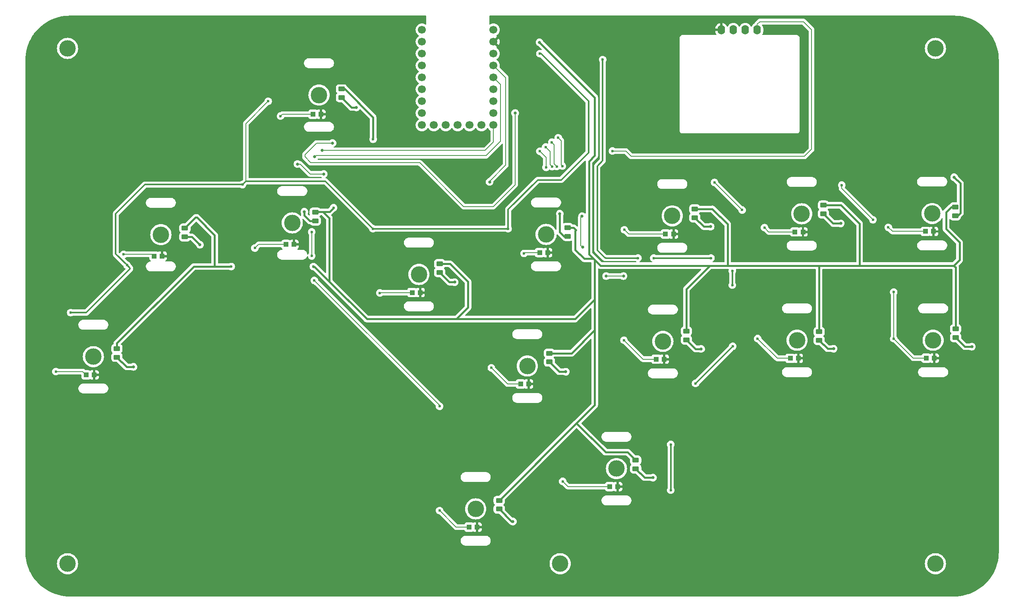
<source format=gbl>
%TF.GenerationSoftware,KiCad,Pcbnew,8.0.6*%
%TF.CreationDate,2024-11-15T02:04:34+00:00*%
%TF.ProjectId,keychron_hitbox,6b657963-6872-46f6-9e5f-686974626f78,rev?*%
%TF.SameCoordinates,Original*%
%TF.FileFunction,Copper,L2,Bot*%
%TF.FilePolarity,Positive*%
%FSLAX46Y46*%
G04 Gerber Fmt 4.6, Leading zero omitted, Abs format (unit mm)*
G04 Created by KiCad (PCBNEW 8.0.6) date 2024-11-15 02:04:34*
%MOMM*%
%LPD*%
G01*
G04 APERTURE LIST*
G04 Aperture macros list*
%AMRoundRect*
0 Rectangle with rounded corners*
0 $1 Rounding radius*
0 $2 $3 $4 $5 $6 $7 $8 $9 X,Y pos of 4 corners*
0 Add a 4 corners polygon primitive as box body*
4,1,4,$2,$3,$4,$5,$6,$7,$8,$9,$2,$3,0*
0 Add four circle primitives for the rounded corners*
1,1,$1+$1,$2,$3*
1,1,$1+$1,$4,$5*
1,1,$1+$1,$6,$7*
1,1,$1+$1,$8,$9*
0 Add four rect primitives between the rounded corners*
20,1,$1+$1,$2,$3,$4,$5,0*
20,1,$1+$1,$4,$5,$6,$7,0*
20,1,$1+$1,$6,$7,$8,$9,0*
20,1,$1+$1,$8,$9,$2,$3,0*%
G04 Aperture macros list end*
%TA.AperFunction,WasherPad*%
%ADD10C,3.500000*%
%TD*%
%TA.AperFunction,ComponentPad*%
%ADD11C,3.500000*%
%TD*%
%TA.AperFunction,ComponentPad*%
%ADD12O,1.600000X2.000000*%
%TD*%
%TA.AperFunction,ComponentPad*%
%ADD13C,1.700000*%
%TD*%
%TA.AperFunction,SMDPad,CuDef*%
%ADD14RoundRect,0.250000X-0.450000X0.262500X-0.450000X-0.262500X0.450000X-0.262500X0.450000X0.262500X0*%
%TD*%
%TA.AperFunction,SMDPad,CuDef*%
%ADD15R,1.000000X1.000000*%
%TD*%
%TA.AperFunction,ViaPad*%
%ADD16C,0.600000*%
%TD*%
%TA.AperFunction,ViaPad*%
%ADD17C,0.630000*%
%TD*%
%TA.AperFunction,Conductor*%
%ADD18C,0.300000*%
%TD*%
%TA.AperFunction,Conductor*%
%ADD19C,0.200000*%
%TD*%
%TA.AperFunction,Conductor*%
%ADD20C,0.400000*%
%TD*%
G04 APERTURE END LIST*
D10*
X169500000Y-122200000D03*
D11*
X237500000Y-32500000D03*
X52500000Y-142500000D03*
D10*
X181400000Y-68250000D03*
X237000000Y-94800000D03*
D12*
X191880000Y-28550000D03*
X194420000Y-28550000D03*
X196960000Y-28550000D03*
X199500000Y-28550000D03*
D10*
X208000000Y-94800000D03*
X209000000Y-67800000D03*
X150500000Y-100300000D03*
D13*
X143290000Y-28535000D03*
X143290000Y-31075000D03*
X143290000Y-33615000D03*
X143290000Y-36155000D03*
X143290000Y-38695000D03*
X143290000Y-41235000D03*
X143290000Y-43775000D03*
X143290000Y-46315000D03*
X143290000Y-48855000D03*
X128050000Y-28535000D03*
X128050000Y-31075000D03*
X128050000Y-33615000D03*
X128050000Y-36155000D03*
X128050000Y-38695000D03*
X128050000Y-41235000D03*
X128050000Y-43775000D03*
X128050000Y-46315000D03*
X128050000Y-48855000D03*
X140750000Y-48855000D03*
X138210000Y-48855000D03*
X135670000Y-48855000D03*
X133130000Y-48855000D03*
X130590000Y-48855000D03*
D10*
X236800000Y-67750000D03*
X106100000Y-42450000D03*
X154500000Y-72200000D03*
D11*
X237500000Y-142500000D03*
D10*
X72400000Y-72250000D03*
X127400000Y-80750000D03*
X139500000Y-130800000D03*
X179400000Y-95050000D03*
D11*
X157500000Y-142500000D03*
X52500000Y-32500000D03*
D10*
X100400000Y-69750000D03*
X58000000Y-98300000D03*
D14*
X241700000Y-66387500D03*
X241700000Y-68212500D03*
D15*
X100760000Y-74350000D03*
X99060000Y-74350000D03*
X154830000Y-76080000D03*
X153130000Y-76080000D03*
X139790000Y-134690000D03*
X138090000Y-134690000D03*
D14*
X159100000Y-70775000D03*
X159100000Y-72600000D03*
X212700000Y-92975000D03*
X212700000Y-94800000D03*
X131812500Y-78487500D03*
X131812500Y-80312500D03*
D15*
X150760000Y-104140000D03*
X149060000Y-104140000D03*
D14*
X77512500Y-70887500D03*
X77512500Y-72712500D03*
D15*
X179670000Y-98840000D03*
X177970000Y-98840000D03*
D14*
X144500000Y-129000000D03*
X144500000Y-130825000D03*
D15*
X209260000Y-71670000D03*
X207560000Y-71670000D03*
X208250000Y-98660000D03*
X206550000Y-98660000D03*
X106530000Y-46550000D03*
X104830000Y-46550000D03*
D14*
X186200000Y-66800000D03*
X186200000Y-68625000D03*
D15*
X237220000Y-98640000D03*
X235520000Y-98640000D03*
X169760000Y-126030000D03*
X168060000Y-126030000D03*
D14*
X110900000Y-41175000D03*
X110900000Y-43000000D03*
X213612500Y-65975000D03*
X213612500Y-67800000D03*
X241800000Y-92387500D03*
X241800000Y-94212500D03*
D15*
X181660000Y-72130000D03*
X179960000Y-72130000D03*
D14*
X173600000Y-120400000D03*
X173600000Y-122225000D03*
D15*
X127650000Y-84620000D03*
X125950000Y-84620000D03*
X58160000Y-102200000D03*
X56460000Y-102200000D03*
D14*
X155212500Y-97587500D03*
X155212500Y-99412500D03*
X184400000Y-92875000D03*
X184400000Y-94700000D03*
X105300000Y-67475000D03*
X105300000Y-69300000D03*
D15*
X72630000Y-76830000D03*
X70930000Y-76830000D03*
X237060000Y-71570000D03*
X235360000Y-71570000D03*
D14*
X63012500Y-96587500D03*
X63012500Y-98412500D03*
D16*
X117580000Y-70980000D03*
X194200000Y-83020000D03*
X194200000Y-79990000D03*
X65185000Y-78765000D03*
X166570000Y-34900000D03*
X181070000Y-126810000D03*
X186350000Y-104010000D03*
X174080000Y-77250000D03*
X89800000Y-61560000D03*
X194290000Y-96080000D03*
X189650000Y-77250000D03*
X146410000Y-70980000D03*
X95270000Y-43770000D03*
X177450000Y-77250000D03*
X153170000Y-33615000D03*
X181070000Y-117040000D03*
X53160000Y-88900000D03*
X158040000Y-124920000D03*
D17*
X142460000Y-61000000D03*
X105200000Y-55600000D03*
D16*
X50010000Y-101490000D03*
X131800000Y-131150000D03*
X105105000Y-82025000D03*
X131800000Y-108900000D03*
X104550000Y-76800000D03*
X104550000Y-71670000D03*
X92420000Y-75120000D03*
X119080000Y-84700000D03*
X64470000Y-76450000D03*
D17*
X107100000Y-59300000D03*
X101520000Y-57180000D03*
X167300000Y-81100000D03*
X171000000Y-81100000D03*
D16*
X142840000Y-100690000D03*
X171100000Y-94800000D03*
X199600000Y-94450000D03*
X228600000Y-94450000D03*
X228600000Y-84520000D03*
X154500000Y-57900000D03*
D17*
X162270000Y-74920000D03*
X162180000Y-68320000D03*
D16*
X153160000Y-54450000D03*
X149790000Y-76270000D03*
X155790000Y-57740000D03*
X171190000Y-71210000D03*
X154410000Y-53560000D03*
X155740000Y-52530000D03*
X190410000Y-61110000D03*
X201050000Y-70750000D03*
X156810000Y-57710000D03*
X196300000Y-67000000D03*
X157080000Y-51560000D03*
X157960000Y-57620000D03*
X224185000Y-69085000D03*
X227440000Y-70700000D03*
X217520000Y-61680000D03*
D17*
X106800000Y-54300000D03*
X147900000Y-46300000D03*
D16*
X97900000Y-46950000D03*
D17*
X109000000Y-52700000D03*
D16*
X117630000Y-51900000D03*
X104890000Y-79070000D03*
X87390000Y-79070000D03*
D17*
X153100000Y-31200000D03*
D16*
X109210000Y-66510000D03*
X168640000Y-54400000D03*
D17*
X114060000Y-45100000D03*
X177280000Y-124120000D03*
X66540000Y-100470000D03*
X147440000Y-133490000D03*
X102980000Y-67360000D03*
X135010000Y-82400000D03*
X80710000Y-74410000D03*
X157430000Y-67800000D03*
X189570000Y-70550000D03*
X217320000Y-69860000D03*
X241490000Y-60010000D03*
X158700000Y-101520000D03*
X187550000Y-96650000D03*
X215780000Y-96610000D03*
X245240000Y-96170000D03*
D18*
X165410000Y-75570000D02*
X167070000Y-77230000D01*
X89800000Y-61560000D02*
X69040000Y-61560000D01*
X166570000Y-34900000D02*
X166570000Y-56460000D01*
D19*
X95270000Y-43770000D02*
X90490000Y-48550000D01*
D18*
X163540000Y-54780000D02*
X157750000Y-60570000D01*
X153405000Y-33615000D02*
X163540000Y-43750000D01*
X69040000Y-61560000D02*
X62770000Y-67830000D01*
X153170000Y-33615000D02*
X153405000Y-33615000D01*
X177450000Y-77250000D02*
X189650000Y-77250000D01*
X167070000Y-77230000D02*
X167240000Y-77230000D01*
X194200000Y-79990000D02*
X194200000Y-83020000D01*
X163540000Y-43750000D02*
X163540000Y-54780000D01*
X166570000Y-56460000D02*
X165410000Y-57620000D01*
X194280000Y-96080000D02*
X186350000Y-104010000D01*
X181070000Y-117040000D02*
X181070000Y-126810000D01*
X146410000Y-70980000D02*
X117580000Y-70980000D01*
X167240000Y-77230000D02*
X167260000Y-77250000D01*
X62770000Y-67830000D02*
X62770000Y-76350000D01*
X165410000Y-57620000D02*
X165410000Y-75570000D01*
X56470101Y-88900000D02*
X65800000Y-79570101D01*
X152740000Y-60570000D02*
X146410000Y-66900000D01*
X53160000Y-88900000D02*
X56470101Y-88900000D01*
X107470000Y-60870000D02*
X90490000Y-60870000D01*
X167260000Y-77250000D02*
X174080000Y-77250000D01*
X117580000Y-70980000D02*
X107470000Y-60870000D01*
X65800000Y-79570101D02*
X65800000Y-79380000D01*
X62770000Y-76350000D02*
X65185000Y-78765000D01*
X146410000Y-66900000D02*
X146410000Y-70980000D01*
X90490000Y-60870000D02*
X89800000Y-61560000D01*
D19*
X90490000Y-48550000D02*
X90490000Y-60870000D01*
D18*
X194290000Y-96080000D02*
X194280000Y-96080000D01*
X65800000Y-79380000D02*
X65185000Y-78765000D01*
X157750000Y-60570000D02*
X152740000Y-60570000D01*
D19*
X145900000Y-57400000D02*
X145900000Y-38765000D01*
X145900000Y-38765000D02*
X143290000Y-36155000D01*
X142460000Y-61000000D02*
X142460000Y-60840000D01*
X142460000Y-60840000D02*
X145900000Y-57400000D01*
X158040000Y-124920000D02*
X159150000Y-126030000D01*
X159150000Y-126030000D02*
X168060000Y-126030000D01*
X141700000Y-55400000D02*
X144800000Y-52300000D01*
X144800000Y-40205000D02*
X143290000Y-38695000D01*
X55750000Y-101490000D02*
X56460000Y-102200000D01*
X105400000Y-55400000D02*
X141700000Y-55400000D01*
X105200000Y-55600000D02*
X105400000Y-55400000D01*
X144800000Y-52300000D02*
X144800000Y-40205000D01*
X50010000Y-101490000D02*
X55750000Y-101490000D01*
X135340000Y-134690000D02*
X138090000Y-134690000D01*
X131800000Y-108900000D02*
X131800000Y-108720000D01*
X131800000Y-131150000D02*
X135340000Y-134690000D01*
X131800000Y-108720000D02*
X105105000Y-82025000D01*
X92420000Y-75120000D02*
X93190000Y-74350000D01*
X93190000Y-74350000D02*
X99060000Y-74350000D01*
X104550000Y-71670000D02*
X104550000Y-76800000D01*
X119080000Y-84700000D02*
X119160000Y-84620000D01*
X119160000Y-84620000D02*
X125950000Y-84620000D01*
X101520000Y-57180000D02*
X102080000Y-57180000D01*
X104200000Y-59300000D02*
X107100000Y-59300000D01*
X64470000Y-76450000D02*
X70550000Y-76450000D01*
X70550000Y-76450000D02*
X70930000Y-76830000D01*
X102080000Y-57180000D02*
X104200000Y-59300000D01*
X149060000Y-104140000D02*
X146290000Y-104140000D01*
X167300000Y-81100000D02*
X171000000Y-81100000D01*
X146290000Y-104140000D02*
X142840000Y-100690000D01*
X177970000Y-98840000D02*
X175140000Y-98840000D01*
X175140000Y-98840000D02*
X171100000Y-94800000D01*
X206550000Y-98660000D02*
X203810000Y-98660000D01*
X203810000Y-98660000D02*
X199600000Y-94450000D01*
X232790000Y-98640000D02*
X228600000Y-94450000D01*
X235520000Y-98640000D02*
X232790000Y-98640000D01*
X228600000Y-84520000D02*
X228600000Y-94450000D01*
X161900000Y-68600000D02*
X162180000Y-68320000D01*
X161900000Y-74550000D02*
X161900000Y-68600000D01*
X162270000Y-74920000D02*
X161900000Y-74550000D01*
X149980000Y-76080000D02*
X149790000Y-76270000D01*
X154480000Y-57880000D02*
X154500000Y-57900000D01*
X153130000Y-76080000D02*
X149980000Y-76080000D01*
X153160000Y-54450000D02*
X154480000Y-55770000D01*
X154480000Y-55770000D02*
X154480000Y-57880000D01*
X154410000Y-53560000D02*
X155370000Y-54520000D01*
X155370000Y-57320000D02*
X155790000Y-57740000D01*
X172110000Y-72130000D02*
X179960000Y-72130000D01*
X171190000Y-71210000D02*
X172110000Y-72130000D01*
X155370000Y-54520000D02*
X155370000Y-57320000D01*
X207560000Y-71670000D02*
X201970000Y-71670000D01*
X155740000Y-52530000D02*
X156251409Y-53041409D01*
X201970000Y-71670000D02*
X201050000Y-70750000D01*
X156251409Y-53041409D02*
X156251409Y-57151409D01*
X196300000Y-67000000D02*
X190410000Y-61110000D01*
X156251409Y-57151409D02*
X156810000Y-57710000D01*
X217520000Y-62420000D02*
X224185000Y-69085000D01*
X217520000Y-61680000D02*
X217520000Y-62420000D01*
X157760000Y-52240000D02*
X157760000Y-57420000D01*
X235360000Y-71570000D02*
X228310000Y-71570000D01*
X157760000Y-57420000D02*
X157960000Y-57620000D01*
X228310000Y-71570000D02*
X227440000Y-70700000D01*
X157080000Y-51560000D02*
X157760000Y-52240000D01*
X106800000Y-54300000D02*
X141500000Y-54300000D01*
X141500000Y-54300000D02*
X143290000Y-52510000D01*
X143290000Y-52510000D02*
X143290000Y-48855000D01*
X105551471Y-52700000D02*
X103100000Y-55151471D01*
X97900000Y-46950000D02*
X98300000Y-46550000D01*
X98300000Y-46550000D02*
X104830000Y-46550000D01*
X103100000Y-55648529D02*
X104351471Y-56900000D01*
X103100000Y-55151471D02*
X103100000Y-55648529D01*
X104351471Y-56900000D02*
X127580000Y-56900000D01*
X136940000Y-66260000D02*
X143270000Y-66260000D01*
X127580000Y-56900000D02*
X136940000Y-66260000D01*
X109000000Y-52700000D02*
X105551471Y-52700000D01*
X147900000Y-61630000D02*
X147900000Y-46300000D01*
X143270000Y-66260000D02*
X147900000Y-61630000D01*
D20*
X105140000Y-79110000D02*
X104930000Y-79110000D01*
X108350000Y-67370000D02*
X106940000Y-67370000D01*
X189940000Y-66750000D02*
X189890000Y-66800000D01*
X79380000Y-79070000D02*
X63012500Y-95437500D01*
X116300000Y-90270000D02*
X108310000Y-82280000D01*
X241410000Y-78870000D02*
X242630000Y-77650000D01*
X87390000Y-79070000D02*
X83860000Y-79070000D01*
X108310000Y-82280000D02*
X108310000Y-68740000D01*
X241387500Y-92387500D02*
X241800000Y-92387500D01*
X166090000Y-78870000D02*
X189440000Y-78870000D01*
X106940000Y-67370000D02*
X105405000Y-67370000D01*
X159922500Y-97587500D02*
X155212500Y-97587500D01*
X131812500Y-78487500D02*
X134047500Y-78487500D01*
X160995000Y-112505000D02*
X144500000Y-129000000D01*
X221330000Y-69950000D02*
X217355000Y-65975000D01*
X104930000Y-79110000D02*
X104890000Y-79070000D01*
X160690000Y-90270000D02*
X135360000Y-90270000D01*
X80100000Y-68600000D02*
X83860000Y-72360000D01*
X189440000Y-78870000D02*
X184400000Y-83910000D01*
X105405000Y-67370000D02*
X105300000Y-67475000D01*
X134047500Y-78487500D02*
X137880000Y-82320000D01*
X242630000Y-73920000D02*
X239750000Y-71040000D01*
X239750000Y-67500000D02*
X240862500Y-66387500D01*
X163650000Y-76430000D02*
X164625000Y-77405000D01*
X241800000Y-79260000D02*
X241800000Y-92387500D01*
X193210000Y-78870000D02*
X212510000Y-78870000D01*
X160740000Y-71430000D02*
X160890000Y-71280000D01*
X189440000Y-78870000D02*
X193210000Y-78870000D01*
X164870000Y-42970000D02*
X164870000Y-55370000D01*
X109210000Y-66510000D02*
X108350000Y-67370000D01*
X83860000Y-72360000D02*
X83860000Y-79070000D01*
X164870000Y-92640000D02*
X159922500Y-97587500D01*
X160740000Y-75490000D02*
X160740000Y-71430000D01*
X164870000Y-55370000D02*
X163650000Y-56590000D01*
X110900000Y-41175000D02*
X111600000Y-41175000D01*
X164870000Y-77650000D02*
X164870000Y-86090000D01*
X171900000Y-118700000D02*
X173600000Y-120400000D01*
X241410000Y-78870000D02*
X241800000Y-79260000D01*
X162655000Y-77405000D02*
X160740000Y-75490000D01*
X212510000Y-78870000D02*
X221330000Y-78870000D01*
X164870000Y-108630000D02*
X160995000Y-112505000D01*
X240862500Y-66387500D02*
X241700000Y-66387500D01*
X160385000Y-70775000D02*
X159100000Y-70775000D01*
X221330000Y-78870000D02*
X241410000Y-78870000D01*
X160995000Y-112505000D02*
X167190000Y-118700000D01*
X212700000Y-79060000D02*
X212700000Y-92975000D01*
X189890000Y-66800000D02*
X186200000Y-66800000D01*
X153100000Y-31200000D02*
X164870000Y-42970000D01*
X117630000Y-47205000D02*
X117630000Y-51900000D01*
X163650000Y-56590000D02*
X163650000Y-76430000D01*
X242630000Y-77650000D02*
X242630000Y-73920000D01*
X167190000Y-118700000D02*
X171900000Y-118700000D01*
X110900000Y-40900000D02*
X110900000Y-41175000D01*
X239750000Y-71040000D02*
X239750000Y-67500000D01*
X184400000Y-83910000D02*
X184400000Y-92875000D01*
X164870000Y-77650000D02*
X166090000Y-78870000D01*
X63012500Y-95437500D02*
X63012500Y-96587500D01*
X108310000Y-68740000D02*
X106940000Y-67370000D01*
X111600000Y-41175000D02*
X117630000Y-47205000D01*
X212510000Y-78870000D02*
X212700000Y-79060000D01*
X164870000Y-92640000D02*
X164870000Y-108630000D01*
X164870000Y-86090000D02*
X160690000Y-90270000D01*
X137880000Y-87750000D02*
X135360000Y-90270000D01*
X164625000Y-77405000D02*
X164870000Y-77650000D01*
X164625000Y-77405000D02*
X162655000Y-77405000D01*
X164870000Y-86090000D02*
X164870000Y-92640000D01*
X135360000Y-90270000D02*
X116300000Y-90270000D01*
X79800000Y-68600000D02*
X80100000Y-68600000D01*
X160890000Y-71280000D02*
X160385000Y-70775000D01*
X193210000Y-78870000D02*
X193210000Y-70020000D01*
X108310000Y-82280000D02*
X105140000Y-79110000D01*
X83860000Y-79070000D02*
X79380000Y-79070000D01*
X221330000Y-78870000D02*
X221330000Y-69950000D01*
X217355000Y-65975000D02*
X213612500Y-65975000D01*
X77512500Y-70887500D02*
X79800000Y-68600000D01*
X137880000Y-82320000D02*
X137880000Y-87750000D01*
X193210000Y-70020000D02*
X189940000Y-66750000D01*
D19*
X168640000Y-54400000D02*
X171510000Y-54400000D01*
X199500000Y-27320000D02*
X199500000Y-28550000D01*
X211100000Y-28520000D02*
X209370000Y-26790000D01*
X211100000Y-54020000D02*
X211100000Y-28520000D01*
X200030000Y-26790000D02*
X199500000Y-27320000D01*
X209590000Y-55530000D02*
X211100000Y-54020000D01*
X171510000Y-54400000D02*
X172640000Y-55530000D01*
X172640000Y-55530000D02*
X209590000Y-55530000D01*
X209370000Y-26790000D02*
X200030000Y-26790000D01*
D20*
X113000000Y-45100000D02*
X110900000Y-43000000D01*
X114060000Y-45100000D02*
X113000000Y-45100000D01*
X175495000Y-124120000D02*
X173600000Y-122225000D01*
X177280000Y-124120000D02*
X175495000Y-124120000D01*
X66540000Y-100470000D02*
X65070000Y-100470000D01*
X65070000Y-100470000D02*
X63012500Y-98412500D01*
X147440000Y-133490000D02*
X147165000Y-133490000D01*
X147165000Y-133490000D02*
X144500000Y-130825000D01*
X102980000Y-68150000D02*
X104130000Y-69300000D01*
X104130000Y-69300000D02*
X105300000Y-69300000D01*
X102980000Y-67360000D02*
X102980000Y-68150000D01*
X133900000Y-82400000D02*
X131812500Y-80312500D01*
X135010000Y-82400000D02*
X133900000Y-82400000D01*
X79012500Y-72712500D02*
X77512500Y-72712500D01*
X80710000Y-74410000D02*
X79012500Y-72712500D01*
X158320000Y-72600000D02*
X159100000Y-72600000D01*
X157430000Y-67800000D02*
X157430000Y-71710000D01*
X157430000Y-71710000D02*
X158320000Y-72600000D01*
X189570000Y-70550000D02*
X188125000Y-70550000D01*
X188125000Y-70550000D02*
X186200000Y-68625000D01*
X217320000Y-69860000D02*
X215672500Y-69860000D01*
X215672500Y-69860000D02*
X213612500Y-67800000D01*
X242800000Y-61320000D02*
X242800000Y-67660000D01*
X242247500Y-68212500D02*
X241700000Y-68212500D01*
X242800000Y-67660000D02*
X242247500Y-68212500D01*
X241490000Y-60010000D02*
X242800000Y-61320000D01*
X158700000Y-101520000D02*
X157320000Y-101520000D01*
X157320000Y-101520000D02*
X155212500Y-99412500D01*
X187550000Y-96650000D02*
X186350000Y-96650000D01*
X186350000Y-96650000D02*
X184400000Y-94700000D01*
X215780000Y-96610000D02*
X214510000Y-96610000D01*
X214510000Y-96610000D02*
X212700000Y-94800000D01*
X245240000Y-96170000D02*
X243757500Y-96170000D01*
X243757500Y-96170000D02*
X241800000Y-94212500D01*
%TA.AperFunction,Conductor*%
G36*
X128902539Y-25520185D02*
G01*
X128948294Y-25572989D01*
X128959500Y-25624500D01*
X128959500Y-27284980D01*
X128939815Y-27352019D01*
X128887011Y-27397774D01*
X128817853Y-27407718D01*
X128764377Y-27386555D01*
X128727834Y-27360967D01*
X128727830Y-27360965D01*
X128633834Y-27317134D01*
X128513663Y-27261097D01*
X128513659Y-27261096D01*
X128513655Y-27261094D01*
X128285413Y-27199938D01*
X128285403Y-27199936D01*
X128050001Y-27179341D01*
X128049999Y-27179341D01*
X127814596Y-27199936D01*
X127814586Y-27199938D01*
X127586344Y-27261094D01*
X127586335Y-27261098D01*
X127372171Y-27360964D01*
X127372169Y-27360965D01*
X127178597Y-27496505D01*
X127011505Y-27663597D01*
X126875965Y-27857169D01*
X126875964Y-27857171D01*
X126776098Y-28071335D01*
X126776094Y-28071344D01*
X126714938Y-28299586D01*
X126714936Y-28299596D01*
X126694341Y-28534999D01*
X126694341Y-28535000D01*
X126714936Y-28770403D01*
X126714938Y-28770413D01*
X126776094Y-28998655D01*
X126776096Y-28998659D01*
X126776097Y-28998663D01*
X126875965Y-29212830D01*
X126875967Y-29212834D01*
X127011501Y-29406395D01*
X127011506Y-29406402D01*
X127178597Y-29573493D01*
X127178603Y-29573498D01*
X127364158Y-29703425D01*
X127407783Y-29758002D01*
X127414977Y-29827500D01*
X127383454Y-29889855D01*
X127364158Y-29906575D01*
X127178597Y-30036505D01*
X127011505Y-30203597D01*
X126875965Y-30397169D01*
X126875964Y-30397171D01*
X126776098Y-30611335D01*
X126776094Y-30611344D01*
X126714938Y-30839586D01*
X126714936Y-30839596D01*
X126694341Y-31074999D01*
X126694341Y-31075000D01*
X126714936Y-31310403D01*
X126714938Y-31310413D01*
X126776094Y-31538655D01*
X126776096Y-31538659D01*
X126776097Y-31538663D01*
X126792176Y-31573144D01*
X126875965Y-31752830D01*
X126875967Y-31752834D01*
X126934462Y-31836373D01*
X127006594Y-31939388D01*
X127011501Y-31946395D01*
X127011506Y-31946402D01*
X127178597Y-32113493D01*
X127178603Y-32113498D01*
X127364158Y-32243425D01*
X127407783Y-32298002D01*
X127414977Y-32367500D01*
X127383454Y-32429855D01*
X127364158Y-32446575D01*
X127178597Y-32576505D01*
X127011505Y-32743597D01*
X126875965Y-32937169D01*
X126875964Y-32937171D01*
X126776098Y-33151335D01*
X126776094Y-33151344D01*
X126714938Y-33379586D01*
X126714936Y-33379596D01*
X126694341Y-33614999D01*
X126694341Y-33615000D01*
X126714936Y-33850403D01*
X126714938Y-33850413D01*
X126776094Y-34078655D01*
X126776096Y-34078659D01*
X126776097Y-34078663D01*
X126792870Y-34114632D01*
X126875965Y-34292830D01*
X126875967Y-34292834D01*
X127011501Y-34486395D01*
X127011506Y-34486402D01*
X127178597Y-34653493D01*
X127178603Y-34653498D01*
X127364158Y-34783425D01*
X127407783Y-34838002D01*
X127414977Y-34907500D01*
X127383454Y-34969855D01*
X127364158Y-34986575D01*
X127178597Y-35116505D01*
X127011505Y-35283597D01*
X126875965Y-35477169D01*
X126875964Y-35477171D01*
X126776098Y-35691335D01*
X126776094Y-35691344D01*
X126714938Y-35919586D01*
X126714936Y-35919596D01*
X126694341Y-36154999D01*
X126694341Y-36155000D01*
X126714936Y-36390403D01*
X126714938Y-36390413D01*
X126776094Y-36618655D01*
X126776096Y-36618659D01*
X126776097Y-36618663D01*
X126875965Y-36832830D01*
X126875967Y-36832834D01*
X127011501Y-37026395D01*
X127011506Y-37026402D01*
X127178597Y-37193493D01*
X127178603Y-37193498D01*
X127364158Y-37323425D01*
X127407783Y-37378002D01*
X127414977Y-37447500D01*
X127383454Y-37509855D01*
X127364158Y-37526575D01*
X127178597Y-37656505D01*
X127011505Y-37823597D01*
X126875965Y-38017169D01*
X126875964Y-38017171D01*
X126776098Y-38231335D01*
X126776094Y-38231344D01*
X126714938Y-38459586D01*
X126714936Y-38459596D01*
X126694341Y-38694999D01*
X126694341Y-38695000D01*
X126714936Y-38930403D01*
X126714938Y-38930413D01*
X126776094Y-39158655D01*
X126776096Y-39158659D01*
X126776097Y-39158663D01*
X126785362Y-39178531D01*
X126875965Y-39372830D01*
X126875967Y-39372834D01*
X127011501Y-39566395D01*
X127011506Y-39566402D01*
X127178597Y-39733493D01*
X127178603Y-39733498D01*
X127364158Y-39863425D01*
X127407783Y-39918002D01*
X127414977Y-39987500D01*
X127383454Y-40049855D01*
X127364158Y-40066575D01*
X127178597Y-40196505D01*
X127011505Y-40363597D01*
X126875965Y-40557169D01*
X126875964Y-40557171D01*
X126776098Y-40771335D01*
X126776094Y-40771344D01*
X126714938Y-40999586D01*
X126714936Y-40999596D01*
X126694341Y-41234999D01*
X126694341Y-41235000D01*
X126714936Y-41470403D01*
X126714938Y-41470413D01*
X126776094Y-41698655D01*
X126776096Y-41698659D01*
X126776097Y-41698663D01*
X126803223Y-41756834D01*
X126875965Y-41912830D01*
X126875967Y-41912834D01*
X127011501Y-42106395D01*
X127011506Y-42106402D01*
X127178597Y-42273493D01*
X127178603Y-42273498D01*
X127364158Y-42403425D01*
X127407783Y-42458002D01*
X127414977Y-42527500D01*
X127383454Y-42589855D01*
X127364158Y-42606575D01*
X127178597Y-42736505D01*
X127011505Y-42903597D01*
X126875965Y-43097169D01*
X126875964Y-43097171D01*
X126776098Y-43311335D01*
X126776094Y-43311344D01*
X126714938Y-43539586D01*
X126714936Y-43539596D01*
X126694341Y-43774999D01*
X126694341Y-43775000D01*
X126714936Y-44010403D01*
X126714938Y-44010413D01*
X126776094Y-44238655D01*
X126776096Y-44238659D01*
X126776097Y-44238663D01*
X126851097Y-44399500D01*
X126875965Y-44452830D01*
X126875967Y-44452834D01*
X127011501Y-44646395D01*
X127011506Y-44646402D01*
X127178597Y-44813493D01*
X127178603Y-44813498D01*
X127364158Y-44943425D01*
X127407783Y-44998002D01*
X127414977Y-45067500D01*
X127383454Y-45129855D01*
X127364158Y-45146575D01*
X127178597Y-45276505D01*
X127011505Y-45443597D01*
X126875965Y-45637169D01*
X126875964Y-45637171D01*
X126776098Y-45851335D01*
X126776094Y-45851344D01*
X126714938Y-46079586D01*
X126714936Y-46079596D01*
X126694341Y-46314999D01*
X126694341Y-46315000D01*
X126714936Y-46550403D01*
X126714938Y-46550413D01*
X126776094Y-46778655D01*
X126776096Y-46778659D01*
X126776097Y-46778663D01*
X126820177Y-46873192D01*
X126875965Y-46992830D01*
X126875967Y-46992834D01*
X126951065Y-47100084D01*
X127000150Y-47170185D01*
X127011501Y-47186395D01*
X127011506Y-47186402D01*
X127178597Y-47353493D01*
X127178603Y-47353498D01*
X127364158Y-47483425D01*
X127407783Y-47538002D01*
X127414977Y-47607500D01*
X127383454Y-47669855D01*
X127364158Y-47686575D01*
X127178597Y-47816505D01*
X127011505Y-47983597D01*
X126875965Y-48177169D01*
X126875964Y-48177171D01*
X126776098Y-48391335D01*
X126776094Y-48391344D01*
X126714938Y-48619586D01*
X126714936Y-48619596D01*
X126694341Y-48854999D01*
X126694341Y-48855000D01*
X126714936Y-49090403D01*
X126714938Y-49090413D01*
X126776094Y-49318655D01*
X126776096Y-49318659D01*
X126776097Y-49318663D01*
X126856004Y-49490023D01*
X126875965Y-49532830D01*
X126875967Y-49532834D01*
X126957658Y-49649500D01*
X127011505Y-49726401D01*
X127178599Y-49893495D01*
X127275384Y-49961265D01*
X127372165Y-50029032D01*
X127372167Y-50029033D01*
X127372170Y-50029035D01*
X127586337Y-50128903D01*
X127814592Y-50190063D01*
X128002918Y-50206539D01*
X128049999Y-50210659D01*
X128050000Y-50210659D01*
X128050001Y-50210659D01*
X128089234Y-50207226D01*
X128285408Y-50190063D01*
X128513663Y-50128903D01*
X128727830Y-50029035D01*
X128921401Y-49893495D01*
X129088495Y-49726401D01*
X129218425Y-49540842D01*
X129273002Y-49497217D01*
X129342500Y-49490023D01*
X129404855Y-49521546D01*
X129421575Y-49540842D01*
X129551500Y-49726395D01*
X129551505Y-49726401D01*
X129718599Y-49893495D01*
X129815384Y-49961265D01*
X129912165Y-50029032D01*
X129912167Y-50029033D01*
X129912170Y-50029035D01*
X130126337Y-50128903D01*
X130354592Y-50190063D01*
X130542918Y-50206539D01*
X130589999Y-50210659D01*
X130590000Y-50210659D01*
X130590001Y-50210659D01*
X130629234Y-50207226D01*
X130825408Y-50190063D01*
X131053663Y-50128903D01*
X131267830Y-50029035D01*
X131461401Y-49893495D01*
X131628495Y-49726401D01*
X131758425Y-49540842D01*
X131813002Y-49497217D01*
X131882500Y-49490023D01*
X131944855Y-49521546D01*
X131961575Y-49540842D01*
X132091500Y-49726395D01*
X132091505Y-49726401D01*
X132258599Y-49893495D01*
X132355384Y-49961265D01*
X132452165Y-50029032D01*
X132452167Y-50029033D01*
X132452170Y-50029035D01*
X132666337Y-50128903D01*
X132894592Y-50190063D01*
X133082918Y-50206539D01*
X133129999Y-50210659D01*
X133130000Y-50210659D01*
X133130001Y-50210659D01*
X133169234Y-50207226D01*
X133365408Y-50190063D01*
X133593663Y-50128903D01*
X133807830Y-50029035D01*
X134001401Y-49893495D01*
X134168495Y-49726401D01*
X134298425Y-49540842D01*
X134353002Y-49497217D01*
X134422500Y-49490023D01*
X134484855Y-49521546D01*
X134501575Y-49540842D01*
X134631500Y-49726395D01*
X134631505Y-49726401D01*
X134798599Y-49893495D01*
X134895384Y-49961265D01*
X134992165Y-50029032D01*
X134992167Y-50029033D01*
X134992170Y-50029035D01*
X135206337Y-50128903D01*
X135434592Y-50190063D01*
X135622918Y-50206539D01*
X135669999Y-50210659D01*
X135670000Y-50210659D01*
X135670001Y-50210659D01*
X135709234Y-50207226D01*
X135905408Y-50190063D01*
X136133663Y-50128903D01*
X136347830Y-50029035D01*
X136541401Y-49893495D01*
X136708495Y-49726401D01*
X136838425Y-49540842D01*
X136893002Y-49497217D01*
X136962500Y-49490023D01*
X137024855Y-49521546D01*
X137041575Y-49540842D01*
X137171500Y-49726395D01*
X137171505Y-49726401D01*
X137338599Y-49893495D01*
X137435384Y-49961265D01*
X137532165Y-50029032D01*
X137532167Y-50029033D01*
X137532170Y-50029035D01*
X137746337Y-50128903D01*
X137974592Y-50190063D01*
X138162918Y-50206539D01*
X138209999Y-50210659D01*
X138210000Y-50210659D01*
X138210001Y-50210659D01*
X138249234Y-50207226D01*
X138445408Y-50190063D01*
X138673663Y-50128903D01*
X138887830Y-50029035D01*
X139081401Y-49893495D01*
X139248495Y-49726401D01*
X139378425Y-49540842D01*
X139433002Y-49497217D01*
X139502500Y-49490023D01*
X139564855Y-49521546D01*
X139581575Y-49540842D01*
X139711500Y-49726395D01*
X139711505Y-49726401D01*
X139878599Y-49893495D01*
X139975384Y-49961265D01*
X140072165Y-50029032D01*
X140072167Y-50029033D01*
X140072170Y-50029035D01*
X140286337Y-50128903D01*
X140514592Y-50190063D01*
X140702918Y-50206539D01*
X140749999Y-50210659D01*
X140750000Y-50210659D01*
X140750001Y-50210659D01*
X140789234Y-50207226D01*
X140985408Y-50190063D01*
X141213663Y-50128903D01*
X141427830Y-50029035D01*
X141621401Y-49893495D01*
X141788495Y-49726401D01*
X141918425Y-49540842D01*
X141973002Y-49497217D01*
X142042500Y-49490023D01*
X142104855Y-49521546D01*
X142121575Y-49540842D01*
X142251500Y-49726395D01*
X142251505Y-49726401D01*
X142418599Y-49893495D01*
X142515384Y-49961265D01*
X142612165Y-50029032D01*
X142612167Y-50029033D01*
X142612170Y-50029035D01*
X142617898Y-50031706D01*
X142670339Y-50077872D01*
X142689500Y-50144090D01*
X142689500Y-52209903D01*
X142669815Y-52276942D01*
X142653181Y-52297584D01*
X141287584Y-53663181D01*
X141226261Y-53696666D01*
X141199903Y-53699500D01*
X109342529Y-53699500D01*
X109275490Y-53679815D01*
X109229735Y-53627011D01*
X109219791Y-53557853D01*
X109248816Y-53494297D01*
X109301573Y-53458458D01*
X109356071Y-53439389D01*
X109511673Y-53341618D01*
X109641618Y-53211673D01*
X109739389Y-53056071D01*
X109800084Y-52882614D01*
X109800084Y-52882613D01*
X109800085Y-52882611D01*
X109820660Y-52700002D01*
X109820660Y-52699997D01*
X109800085Y-52517388D01*
X109772189Y-52437667D01*
X109739389Y-52343929D01*
X109641618Y-52188327D01*
X109511673Y-52058382D01*
X109462902Y-52027737D01*
X109356073Y-51960612D01*
X109356072Y-51960611D01*
X109356071Y-51960611D01*
X109314432Y-51946041D01*
X109182611Y-51899914D01*
X109000003Y-51879340D01*
X108999997Y-51879340D01*
X108817388Y-51899914D01*
X108643926Y-51960612D01*
X108488326Y-52058382D01*
X108483528Y-52063181D01*
X108422205Y-52096666D01*
X108395847Y-52099500D01*
X105638141Y-52099500D01*
X105638125Y-52099499D01*
X105630529Y-52099499D01*
X105472414Y-52099499D01*
X105396050Y-52119961D01*
X105319685Y-52140423D01*
X105319680Y-52140426D01*
X105182761Y-52219475D01*
X105182753Y-52219481D01*
X102619481Y-54782753D01*
X102619475Y-54782761D01*
X102584081Y-54844067D01*
X102584081Y-54844069D01*
X102540423Y-54919685D01*
X102537793Y-54929500D01*
X102499499Y-55072414D01*
X102499499Y-55072416D01*
X102499499Y-55240517D01*
X102499500Y-55240530D01*
X102499500Y-55561859D01*
X102499499Y-55561877D01*
X102499499Y-55727583D01*
X102499498Y-55727583D01*
X102499499Y-55727586D01*
X102540423Y-55880314D01*
X102559938Y-55914114D01*
X102584162Y-55956071D01*
X102619479Y-56017244D01*
X102738349Y-56136114D01*
X102738355Y-56136119D01*
X103866610Y-57264374D01*
X103866620Y-57264385D01*
X103870950Y-57268715D01*
X103870951Y-57268716D01*
X103982755Y-57380520D01*
X104068901Y-57430256D01*
X104068902Y-57430257D01*
X104119680Y-57459574D01*
X104119681Y-57459574D01*
X104119686Y-57459577D01*
X104272413Y-57500500D01*
X104272414Y-57500500D01*
X127279903Y-57500500D01*
X127346942Y-57520185D01*
X127367584Y-57536819D01*
X136455139Y-66624374D01*
X136455149Y-66624385D01*
X136459479Y-66628715D01*
X136459480Y-66628716D01*
X136571284Y-66740520D01*
X136651792Y-66787001D01*
X136708215Y-66819577D01*
X136860943Y-66860501D01*
X136860946Y-66860501D01*
X137026653Y-66860501D01*
X137026669Y-66860500D01*
X143183331Y-66860500D01*
X143183347Y-66860501D01*
X143190943Y-66860501D01*
X143349054Y-66860501D01*
X143349057Y-66860501D01*
X143501785Y-66819577D01*
X143558208Y-66787001D01*
X143638716Y-66740520D01*
X143750520Y-66628716D01*
X143750520Y-66628714D01*
X143760724Y-66618511D01*
X143760727Y-66618506D01*
X148380520Y-61998716D01*
X148459577Y-61861785D01*
X148500501Y-61709057D01*
X148500501Y-61550942D01*
X148500501Y-61543347D01*
X148500500Y-61543329D01*
X148500500Y-54449996D01*
X152354435Y-54449996D01*
X152354435Y-54450003D01*
X152374630Y-54629249D01*
X152374631Y-54629254D01*
X152434211Y-54799523D01*
X152472596Y-54860612D01*
X152530184Y-54952262D01*
X152657738Y-55079816D01*
X152810478Y-55175789D01*
X152980745Y-55235368D01*
X153067669Y-55245161D01*
X153132080Y-55272226D01*
X153141465Y-55280700D01*
X153843181Y-55982416D01*
X153876666Y-56043739D01*
X153879500Y-56070097D01*
X153879500Y-57347187D01*
X153860494Y-57413159D01*
X153774211Y-57550476D01*
X153714631Y-57720745D01*
X153714630Y-57720750D01*
X153694435Y-57899996D01*
X153694435Y-57900003D01*
X153714630Y-58079249D01*
X153714631Y-58079254D01*
X153774211Y-58249523D01*
X153842489Y-58358186D01*
X153870184Y-58402262D01*
X153997738Y-58529816D01*
X154150478Y-58625789D01*
X154320745Y-58685368D01*
X154320750Y-58685369D01*
X154499996Y-58705565D01*
X154500000Y-58705565D01*
X154500004Y-58705565D01*
X154679249Y-58685369D01*
X154679252Y-58685368D01*
X154679255Y-58685368D01*
X154849522Y-58625789D01*
X155002262Y-58529816D01*
X155129816Y-58402262D01*
X155129821Y-58402253D01*
X155130671Y-58401189D01*
X155131402Y-58400675D01*
X155134741Y-58397337D01*
X155135325Y-58397921D01*
X155187855Y-58361043D01*
X155257666Y-58358186D01*
X155293598Y-58373498D01*
X155392731Y-58435788D01*
X155440478Y-58465789D01*
X155582730Y-58515565D01*
X155610745Y-58525368D01*
X155610750Y-58525369D01*
X155789996Y-58545565D01*
X155790000Y-58545565D01*
X155790004Y-58545565D01*
X155969249Y-58525369D01*
X155969252Y-58525368D01*
X155969255Y-58525368D01*
X156139522Y-58465789D01*
X156257900Y-58391406D01*
X156325136Y-58372407D01*
X156389844Y-58391407D01*
X156460476Y-58435788D01*
X156460478Y-58435789D01*
X156584940Y-58479340D01*
X156630745Y-58495368D01*
X156630750Y-58495369D01*
X156809996Y-58515565D01*
X156810000Y-58515565D01*
X156810004Y-58515565D01*
X156989249Y-58495369D01*
X156989252Y-58495368D01*
X156989255Y-58495368D01*
X157159522Y-58435789D01*
X157312262Y-58339816D01*
X157353746Y-58298331D01*
X157415067Y-58264847D01*
X157484758Y-58269831D01*
X157507399Y-58281020D01*
X157610475Y-58345788D01*
X157780745Y-58405368D01*
X157780750Y-58405369D01*
X157959996Y-58425565D01*
X157960000Y-58425565D01*
X157960004Y-58425565D01*
X158139249Y-58405369D01*
X158139252Y-58405368D01*
X158139255Y-58405368D01*
X158309522Y-58345789D01*
X158462262Y-58249816D01*
X158589816Y-58122262D01*
X158685789Y-57969522D01*
X158745368Y-57799255D01*
X158748810Y-57768709D01*
X158765565Y-57620003D01*
X158765565Y-57619996D01*
X158745369Y-57440750D01*
X158745368Y-57440745D01*
X158718028Y-57362611D01*
X158685789Y-57270478D01*
X158589816Y-57117738D01*
X158462262Y-56990184D01*
X158462261Y-56990183D01*
X158418528Y-56962704D01*
X158372237Y-56910370D01*
X158360500Y-56857710D01*
X158360500Y-52160941D01*
X158357109Y-52148284D01*
X158357109Y-52148285D01*
X158357108Y-52148281D01*
X158319577Y-52008215D01*
X158290639Y-51958095D01*
X158240520Y-51871284D01*
X158128716Y-51759480D01*
X158128715Y-51759479D01*
X158124385Y-51755149D01*
X158124374Y-51755139D01*
X157910700Y-51541465D01*
X157877215Y-51480142D01*
X157875163Y-51467686D01*
X157865368Y-51380745D01*
X157805789Y-51210478D01*
X157709816Y-51057738D01*
X157582262Y-50930184D01*
X157429523Y-50834211D01*
X157259254Y-50774631D01*
X157259249Y-50774630D01*
X157080004Y-50754435D01*
X157079996Y-50754435D01*
X156900750Y-50774630D01*
X156900745Y-50774631D01*
X156730476Y-50834211D01*
X156577737Y-50930184D01*
X156450184Y-51057737D01*
X156354211Y-51210476D01*
X156294631Y-51380745D01*
X156294630Y-51380750D01*
X156274435Y-51559996D01*
X156274435Y-51560004D01*
X156289305Y-51691989D01*
X156277250Y-51760811D01*
X156229901Y-51812190D01*
X156162290Y-51829814D01*
X156100111Y-51810864D01*
X156089525Y-51804212D01*
X155919254Y-51744631D01*
X155919249Y-51744630D01*
X155740004Y-51724435D01*
X155739996Y-51724435D01*
X155560750Y-51744630D01*
X155560745Y-51744631D01*
X155390476Y-51804211D01*
X155237737Y-51900184D01*
X155110184Y-52027737D01*
X155014211Y-52180476D01*
X154954631Y-52350745D01*
X154954630Y-52350750D01*
X154934435Y-52529996D01*
X154934435Y-52530003D01*
X154955411Y-52716175D01*
X154953371Y-52716404D01*
X154949695Y-52776162D01*
X154908382Y-52832510D01*
X154843164Y-52857578D01*
X154774747Y-52843407D01*
X154767113Y-52838981D01*
X154759521Y-52834210D01*
X154589254Y-52774631D01*
X154589249Y-52774630D01*
X154410004Y-52754435D01*
X154409996Y-52754435D01*
X154230750Y-52774630D01*
X154230745Y-52774631D01*
X154060476Y-52834211D01*
X153907737Y-52930184D01*
X153780184Y-53057737D01*
X153684211Y-53210476D01*
X153624631Y-53380745D01*
X153624630Y-53380750D01*
X153604435Y-53559996D01*
X153604435Y-53560003D01*
X153605496Y-53569421D01*
X153593441Y-53638243D01*
X153546092Y-53689622D01*
X153478482Y-53707246D01*
X153441322Y-53700346D01*
X153339257Y-53664632D01*
X153339249Y-53664630D01*
X153160004Y-53644435D01*
X153159996Y-53644435D01*
X152980750Y-53664630D01*
X152980745Y-53664631D01*
X152810476Y-53724211D01*
X152657737Y-53820184D01*
X152530184Y-53947737D01*
X152434211Y-54100476D01*
X152374631Y-54270745D01*
X152374630Y-54270750D01*
X152354435Y-54449996D01*
X148500500Y-54449996D01*
X148500500Y-46904153D01*
X148520185Y-46837114D01*
X148536819Y-46816472D01*
X148541618Y-46811673D01*
X148639389Y-46656071D01*
X148700084Y-46482614D01*
X148700084Y-46482613D01*
X148700085Y-46482611D01*
X148720660Y-46300000D01*
X148720660Y-46299997D01*
X148700085Y-46117388D01*
X148683320Y-46069478D01*
X148639389Y-45943929D01*
X148541618Y-45788327D01*
X148411673Y-45658382D01*
X148256071Y-45560611D01*
X148214432Y-45546041D01*
X148082611Y-45499914D01*
X147900003Y-45479340D01*
X147899997Y-45479340D01*
X147717388Y-45499914D01*
X147543926Y-45560612D01*
X147388326Y-45658382D01*
X147258382Y-45788326D01*
X147160612Y-45943926D01*
X147099914Y-46117388D01*
X147079340Y-46299997D01*
X147079340Y-46300000D01*
X147099914Y-46482611D01*
X147160612Y-46656073D01*
X147258382Y-46811673D01*
X147263181Y-46816472D01*
X147296666Y-46877795D01*
X147299500Y-46904153D01*
X147299500Y-61329902D01*
X147279815Y-61396941D01*
X147263181Y-61417583D01*
X143057584Y-65623181D01*
X142996261Y-65656666D01*
X142969903Y-65659500D01*
X137240097Y-65659500D01*
X137173058Y-65639815D01*
X137152416Y-65623181D01*
X128067590Y-56538355D01*
X128067588Y-56538352D01*
X127948717Y-56419481D01*
X127948712Y-56419477D01*
X127844550Y-56359340D01*
X127844549Y-56359339D01*
X127811790Y-56340425D01*
X127811789Y-56340424D01*
X127799263Y-56337067D01*
X127659057Y-56299499D01*
X127500943Y-56299499D01*
X127493347Y-56299499D01*
X127493331Y-56299500D01*
X105947959Y-56299500D01*
X105880920Y-56279815D01*
X105835165Y-56227011D01*
X105825221Y-56157853D01*
X105842966Y-56109527D01*
X105875012Y-56058527D01*
X105927347Y-56012236D01*
X105980005Y-56000500D01*
X141613331Y-56000500D01*
X141613347Y-56000501D01*
X141620943Y-56000501D01*
X141779054Y-56000501D01*
X141779057Y-56000501D01*
X141931785Y-55959577D01*
X141981904Y-55930639D01*
X142068716Y-55880520D01*
X142180520Y-55768716D01*
X142180520Y-55768714D01*
X142190728Y-55758507D01*
X142190730Y-55758504D01*
X145087819Y-52861415D01*
X145149142Y-52827930D01*
X145218834Y-52832914D01*
X145274767Y-52874786D01*
X145299184Y-52940250D01*
X145299500Y-52949096D01*
X145299500Y-57099902D01*
X145279815Y-57166941D01*
X145263181Y-57187583D01*
X142256577Y-60194186D01*
X142209852Y-60223546D01*
X142103927Y-60260611D01*
X142103926Y-60260612D01*
X141948326Y-60358382D01*
X141818382Y-60488326D01*
X141720612Y-60643926D01*
X141659914Y-60817388D01*
X141639340Y-60999997D01*
X141639340Y-61000002D01*
X141659914Y-61182611D01*
X141685881Y-61256819D01*
X141720611Y-61356071D01*
X141818382Y-61511673D01*
X141948327Y-61641618D01*
X142103929Y-61739389D01*
X142235747Y-61785514D01*
X142277388Y-61800085D01*
X142459997Y-61820660D01*
X142460000Y-61820660D01*
X142460003Y-61820660D01*
X142642611Y-61800085D01*
X142642614Y-61800084D01*
X142816071Y-61739389D01*
X142971673Y-61641618D01*
X143101618Y-61511673D01*
X143199389Y-61356071D01*
X143260084Y-61182614D01*
X143260084Y-61182613D01*
X143260085Y-61182611D01*
X143280660Y-61000002D01*
X143280660Y-60999998D01*
X143274037Y-60941223D01*
X143286091Y-60872401D01*
X143309573Y-60839660D01*
X146380520Y-57768716D01*
X146459577Y-57631784D01*
X146500501Y-57479057D01*
X146500501Y-57320942D01*
X146500501Y-57313347D01*
X146500500Y-57313329D01*
X146500500Y-38685945D01*
X146500500Y-38685943D01*
X146459577Y-38533216D01*
X146417067Y-38459586D01*
X146380524Y-38396290D01*
X146380521Y-38396286D01*
X146380520Y-38396284D01*
X146268716Y-38284480D01*
X146268715Y-38284479D01*
X146264385Y-38280149D01*
X146264374Y-38280139D01*
X144622766Y-36638531D01*
X144589281Y-36577208D01*
X144590672Y-36518757D01*
X144604815Y-36465975D01*
X144625063Y-36390408D01*
X144645659Y-36155000D01*
X144625063Y-35919592D01*
X144563903Y-35691337D01*
X144464035Y-35477171D01*
X144413548Y-35405067D01*
X144328494Y-35283597D01*
X144161402Y-35116506D01*
X144161396Y-35116501D01*
X143975842Y-34986575D01*
X143932217Y-34931998D01*
X143925023Y-34862500D01*
X143956546Y-34800145D01*
X143975842Y-34783425D01*
X144067767Y-34719058D01*
X144161401Y-34653495D01*
X144328495Y-34486401D01*
X144464035Y-34292830D01*
X144563903Y-34078663D01*
X144625063Y-33850408D01*
X144645659Y-33615000D01*
X144625063Y-33379592D01*
X144563903Y-33151337D01*
X144464035Y-32937171D01*
X144430454Y-32889211D01*
X144328494Y-32743597D01*
X144161402Y-32576506D01*
X144161401Y-32576505D01*
X143975405Y-32446269D01*
X143931781Y-32391692D01*
X143924588Y-32322193D01*
X143956110Y-32259839D01*
X143975405Y-32243119D01*
X144051373Y-32189925D01*
X143336448Y-31475000D01*
X143342661Y-31475000D01*
X143444394Y-31447741D01*
X143535606Y-31395080D01*
X143610080Y-31320606D01*
X143662741Y-31229394D01*
X143690000Y-31127661D01*
X143690000Y-31121448D01*
X144404925Y-31836373D01*
X144404926Y-31836373D01*
X144463598Y-31752582D01*
X144463600Y-31752578D01*
X144563429Y-31538492D01*
X144563433Y-31538483D01*
X144624567Y-31310326D01*
X144624569Y-31310315D01*
X144645157Y-31075001D01*
X144645157Y-31074998D01*
X144624569Y-30839684D01*
X144624567Y-30839673D01*
X144563433Y-30611516D01*
X144563429Y-30611507D01*
X144463600Y-30397423D01*
X144463599Y-30397421D01*
X144404925Y-30313626D01*
X144404925Y-30313625D01*
X143690000Y-31028551D01*
X143690000Y-31022339D01*
X143662741Y-30920606D01*
X143610080Y-30829394D01*
X143535606Y-30754920D01*
X143444394Y-30702259D01*
X143342661Y-30675000D01*
X143336447Y-30675000D01*
X144051373Y-29960073D01*
X144051373Y-29960072D01*
X143975405Y-29906880D01*
X143931780Y-29852304D01*
X143924586Y-29782805D01*
X143956108Y-29720451D01*
X143975399Y-29703734D01*
X144161401Y-29573495D01*
X144328495Y-29406401D01*
X144464035Y-29212830D01*
X144563903Y-28998663D01*
X144625063Y-28770408D01*
X144645659Y-28535000D01*
X144625063Y-28299592D01*
X144567316Y-28084075D01*
X144563905Y-28071344D01*
X144563904Y-28071343D01*
X144563903Y-28071337D01*
X144464035Y-27857171D01*
X144459558Y-27850776D01*
X144328494Y-27663597D01*
X144161402Y-27496506D01*
X144161395Y-27496501D01*
X143967834Y-27360967D01*
X143967830Y-27360965D01*
X143873834Y-27317134D01*
X143753663Y-27261097D01*
X143753659Y-27261096D01*
X143753655Y-27261094D01*
X143525413Y-27199938D01*
X143525403Y-27199936D01*
X143290001Y-27179341D01*
X143289999Y-27179341D01*
X143054596Y-27199936D01*
X143054586Y-27199938D01*
X142826344Y-27261094D01*
X142826335Y-27261098D01*
X142612171Y-27360964D01*
X142585622Y-27379554D01*
X142519415Y-27401881D01*
X142451648Y-27384869D01*
X142403836Y-27333920D01*
X142390500Y-27277978D01*
X142390500Y-25624500D01*
X142410185Y-25557461D01*
X142462989Y-25511706D01*
X142514500Y-25500500D01*
X241434108Y-25500500D01*
X241498046Y-25500500D01*
X241501941Y-25500561D01*
X242092598Y-25519123D01*
X242100340Y-25519610D01*
X242686734Y-25575040D01*
X242694459Y-25576016D01*
X243276188Y-25668153D01*
X243283802Y-25669605D01*
X243858649Y-25798098D01*
X243866172Y-25800031D01*
X244431789Y-25964358D01*
X244439139Y-25966746D01*
X244993338Y-26166270D01*
X245000561Y-26169129D01*
X245541113Y-26403047D01*
X245548162Y-26406364D01*
X246072951Y-26673758D01*
X246079777Y-26677511D01*
X246586734Y-26977324D01*
X246593311Y-26981498D01*
X247080446Y-27312555D01*
X247086748Y-27317134D01*
X247552118Y-27678112D01*
X247558121Y-27683077D01*
X247748344Y-27850781D01*
X247980076Y-28055081D01*
X247999940Y-28072593D01*
X248005618Y-28077926D01*
X248422073Y-28494381D01*
X248427406Y-28500059D01*
X248816922Y-28941878D01*
X248821887Y-28947881D01*
X249182865Y-29413251D01*
X249187444Y-29419553D01*
X249518501Y-29906688D01*
X249522675Y-29913265D01*
X249822488Y-30420222D01*
X249826241Y-30427048D01*
X250093635Y-30951837D01*
X250096952Y-30958886D01*
X250330868Y-31499434D01*
X250333735Y-31506676D01*
X250345248Y-31538655D01*
X250533246Y-32060840D01*
X250535646Y-32068230D01*
X250548798Y-32113498D01*
X250699965Y-32633816D01*
X250701903Y-32641361D01*
X250830390Y-33216178D01*
X250831849Y-33223830D01*
X250923982Y-33805538D01*
X250924959Y-33813267D01*
X250980388Y-34399643D01*
X250980877Y-34407417D01*
X250999439Y-34998058D01*
X250999500Y-35001953D01*
X250999500Y-139998046D01*
X250999439Y-140001941D01*
X250980877Y-140592582D01*
X250980388Y-140600356D01*
X250924959Y-141186732D01*
X250923982Y-141194461D01*
X250831849Y-141776169D01*
X250830390Y-141783821D01*
X250701903Y-142358638D01*
X250699965Y-142366183D01*
X250535648Y-142931765D01*
X250533241Y-142939174D01*
X250333735Y-143493323D01*
X250330868Y-143500565D01*
X250096952Y-144041113D01*
X250093635Y-144048162D01*
X249826241Y-144572951D01*
X249822488Y-144579777D01*
X249522675Y-145086734D01*
X249518501Y-145093311D01*
X249187444Y-145580446D01*
X249182865Y-145586748D01*
X248821887Y-146052118D01*
X248816922Y-146058121D01*
X248427406Y-146499940D01*
X248422073Y-146505618D01*
X248005618Y-146922073D01*
X247999940Y-146927406D01*
X247558121Y-147316922D01*
X247552118Y-147321887D01*
X247086748Y-147682865D01*
X247080446Y-147687444D01*
X246593311Y-148018501D01*
X246586734Y-148022675D01*
X246079777Y-148322488D01*
X246072951Y-148326241D01*
X245548162Y-148593635D01*
X245541113Y-148596952D01*
X245000565Y-148830868D01*
X244993323Y-148833735D01*
X244611504Y-148971198D01*
X244439168Y-149033242D01*
X244431765Y-149035648D01*
X243866183Y-149199965D01*
X243858638Y-149201903D01*
X243283821Y-149330390D01*
X243276169Y-149331849D01*
X242694461Y-149423982D01*
X242686732Y-149424959D01*
X242100356Y-149480388D01*
X242092582Y-149480877D01*
X241501941Y-149499439D01*
X241498046Y-149499500D01*
X53001954Y-149499500D01*
X52998059Y-149499439D01*
X52407417Y-149480877D01*
X52399643Y-149480388D01*
X51813267Y-149424959D01*
X51805538Y-149423982D01*
X51223830Y-149331849D01*
X51216178Y-149330390D01*
X50641361Y-149201903D01*
X50633816Y-149199965D01*
X50068234Y-149035648D01*
X50060840Y-149033246D01*
X49506676Y-148833735D01*
X49499434Y-148830868D01*
X48958886Y-148596952D01*
X48951837Y-148593635D01*
X48427048Y-148326241D01*
X48420222Y-148322488D01*
X47913265Y-148022675D01*
X47906688Y-148018501D01*
X47419553Y-147687444D01*
X47413251Y-147682865D01*
X46947881Y-147321887D01*
X46941878Y-147316922D01*
X46500059Y-146927406D01*
X46494381Y-146922073D01*
X46077926Y-146505618D01*
X46072593Y-146499940D01*
X45683077Y-146058121D01*
X45678112Y-146052118D01*
X45317134Y-145586748D01*
X45312555Y-145580446D01*
X44981498Y-145093311D01*
X44977324Y-145086734D01*
X44677511Y-144579777D01*
X44673758Y-144572951D01*
X44529217Y-144289274D01*
X44406363Y-144048160D01*
X44403047Y-144041113D01*
X44393998Y-144020202D01*
X44169129Y-143500561D01*
X44166270Y-143493338D01*
X43966746Y-142939139D01*
X43964358Y-142931789D01*
X43838909Y-142499992D01*
X50244671Y-142499992D01*
X50244671Y-142500007D01*
X50263964Y-142794363D01*
X50263965Y-142794373D01*
X50263966Y-142794380D01*
X50263968Y-142794390D01*
X50321518Y-143083716D01*
X50321521Y-143083730D01*
X50416349Y-143363080D01*
X50546825Y-143627660D01*
X50546829Y-143627667D01*
X50710725Y-143872955D01*
X50905241Y-144094758D01*
X51127043Y-144289273D01*
X51372335Y-144453172D01*
X51636923Y-144583652D01*
X51916278Y-144678481D01*
X52205620Y-144736034D01*
X52233888Y-144737886D01*
X52499993Y-144755329D01*
X52500000Y-144755329D01*
X52500007Y-144755329D01*
X52735675Y-144739881D01*
X52794380Y-144736034D01*
X53083722Y-144678481D01*
X53363077Y-144583652D01*
X53627665Y-144453172D01*
X53872957Y-144289273D01*
X54094758Y-144094758D01*
X54289273Y-143872957D01*
X54453172Y-143627665D01*
X54583652Y-143363077D01*
X54678481Y-143083722D01*
X54736034Y-142794380D01*
X54755329Y-142500000D01*
X54755329Y-142499992D01*
X155244671Y-142499992D01*
X155244671Y-142500007D01*
X155263964Y-142794363D01*
X155263965Y-142794373D01*
X155263966Y-142794380D01*
X155263968Y-142794390D01*
X155321518Y-143083716D01*
X155321521Y-143083730D01*
X155416349Y-143363080D01*
X155546825Y-143627660D01*
X155546829Y-143627667D01*
X155710725Y-143872955D01*
X155905241Y-144094758D01*
X156127043Y-144289273D01*
X156372335Y-144453172D01*
X156636923Y-144583652D01*
X156916278Y-144678481D01*
X157205620Y-144736034D01*
X157233888Y-144737886D01*
X157499993Y-144755329D01*
X157500000Y-144755329D01*
X157500007Y-144755329D01*
X157735675Y-144739881D01*
X157794380Y-144736034D01*
X158083722Y-144678481D01*
X158363077Y-144583652D01*
X158627665Y-144453172D01*
X158872957Y-144289273D01*
X159094758Y-144094758D01*
X159289273Y-143872957D01*
X159453172Y-143627665D01*
X159583652Y-143363077D01*
X159678481Y-143083722D01*
X159736034Y-142794380D01*
X159755329Y-142500000D01*
X159755329Y-142499992D01*
X235244671Y-142499992D01*
X235244671Y-142500007D01*
X235263964Y-142794363D01*
X235263965Y-142794373D01*
X235263966Y-142794380D01*
X235263968Y-142794390D01*
X235321518Y-143083716D01*
X235321521Y-143083730D01*
X235416349Y-143363080D01*
X235546825Y-143627660D01*
X235546829Y-143627667D01*
X235710725Y-143872955D01*
X235905241Y-144094758D01*
X236127043Y-144289273D01*
X236372335Y-144453172D01*
X236636923Y-144583652D01*
X236916278Y-144678481D01*
X237205620Y-144736034D01*
X237233888Y-144737886D01*
X237499993Y-144755329D01*
X237500000Y-144755329D01*
X237500007Y-144755329D01*
X237735675Y-144739881D01*
X237794380Y-144736034D01*
X238083722Y-144678481D01*
X238363077Y-144583652D01*
X238627665Y-144453172D01*
X238872957Y-144289273D01*
X239094758Y-144094758D01*
X239289273Y-143872957D01*
X239453172Y-143627665D01*
X239583652Y-143363077D01*
X239678481Y-143083722D01*
X239736034Y-142794380D01*
X239755329Y-142500000D01*
X239755329Y-142499992D01*
X239736035Y-142205636D01*
X239736034Y-142205620D01*
X239678481Y-141916278D01*
X239583652Y-141636923D01*
X239453172Y-141372336D01*
X239289273Y-141127043D01*
X239134639Y-140950717D01*
X239094758Y-140905241D01*
X238872955Y-140710725D01*
X238627667Y-140546829D01*
X238627660Y-140546825D01*
X238363080Y-140416349D01*
X238083730Y-140321521D01*
X238083724Y-140321519D01*
X238083722Y-140321519D01*
X237794380Y-140263966D01*
X237794373Y-140263965D01*
X237794363Y-140263964D01*
X237500007Y-140244671D01*
X237499993Y-140244671D01*
X237205636Y-140263964D01*
X237205624Y-140263965D01*
X237205620Y-140263966D01*
X237205612Y-140263967D01*
X237205609Y-140263968D01*
X236916283Y-140321518D01*
X236916269Y-140321521D01*
X236636919Y-140416349D01*
X236372334Y-140546828D01*
X236127041Y-140710728D01*
X235905241Y-140905241D01*
X235710728Y-141127041D01*
X235546828Y-141372334D01*
X235416349Y-141636919D01*
X235321521Y-141916269D01*
X235321518Y-141916283D01*
X235263968Y-142205609D01*
X235263964Y-142205636D01*
X235244671Y-142499992D01*
X159755329Y-142499992D01*
X159736035Y-142205636D01*
X159736034Y-142205620D01*
X159678481Y-141916278D01*
X159583652Y-141636923D01*
X159453172Y-141372336D01*
X159289273Y-141127043D01*
X159134639Y-140950717D01*
X159094758Y-140905241D01*
X158872955Y-140710725D01*
X158627667Y-140546829D01*
X158627660Y-140546825D01*
X158363080Y-140416349D01*
X158083730Y-140321521D01*
X158083724Y-140321519D01*
X158083722Y-140321519D01*
X157794380Y-140263966D01*
X157794373Y-140263965D01*
X157794363Y-140263964D01*
X157500007Y-140244671D01*
X157499993Y-140244671D01*
X157205636Y-140263964D01*
X157205624Y-140263965D01*
X157205620Y-140263966D01*
X157205612Y-140263967D01*
X157205609Y-140263968D01*
X156916283Y-140321518D01*
X156916269Y-140321521D01*
X156636919Y-140416349D01*
X156372334Y-140546828D01*
X156127041Y-140710728D01*
X155905241Y-140905241D01*
X155710728Y-141127041D01*
X155546828Y-141372334D01*
X155416349Y-141636919D01*
X155321521Y-141916269D01*
X155321518Y-141916283D01*
X155263968Y-142205609D01*
X155263964Y-142205636D01*
X155244671Y-142499992D01*
X54755329Y-142499992D01*
X54736035Y-142205636D01*
X54736034Y-142205620D01*
X54678481Y-141916278D01*
X54583652Y-141636923D01*
X54453172Y-141372336D01*
X54289273Y-141127043D01*
X54134639Y-140950717D01*
X54094758Y-140905241D01*
X53872955Y-140710725D01*
X53627667Y-140546829D01*
X53627660Y-140546825D01*
X53363080Y-140416349D01*
X53083730Y-140321521D01*
X53083724Y-140321519D01*
X53083722Y-140321519D01*
X52794380Y-140263966D01*
X52794373Y-140263965D01*
X52794363Y-140263964D01*
X52500007Y-140244671D01*
X52499993Y-140244671D01*
X52205636Y-140263964D01*
X52205624Y-140263965D01*
X52205620Y-140263966D01*
X52205612Y-140263967D01*
X52205609Y-140263968D01*
X51916283Y-140321518D01*
X51916269Y-140321521D01*
X51636919Y-140416349D01*
X51372334Y-140546828D01*
X51127041Y-140710728D01*
X50905241Y-140905241D01*
X50710728Y-141127041D01*
X50546828Y-141372334D01*
X50416349Y-141636919D01*
X50321521Y-141916269D01*
X50321518Y-141916283D01*
X50263968Y-142205609D01*
X50263964Y-142205636D01*
X50244671Y-142499992D01*
X43838909Y-142499992D01*
X43800031Y-142366172D01*
X43798096Y-142358638D01*
X43763896Y-142205636D01*
X43669605Y-141783802D01*
X43668153Y-141776188D01*
X43576016Y-141194459D01*
X43575040Y-141186732D01*
X43552730Y-140950717D01*
X43519610Y-140600340D01*
X43519123Y-140592598D01*
X43500561Y-140001941D01*
X43500500Y-139998046D01*
X43500500Y-137496530D01*
X136299500Y-137496530D01*
X136299500Y-137703469D01*
X136339868Y-137906412D01*
X136339870Y-137906420D01*
X136419058Y-138097596D01*
X136534024Y-138269657D01*
X136680342Y-138415975D01*
X136680345Y-138415977D01*
X136852402Y-138530941D01*
X137043580Y-138610130D01*
X137246530Y-138650499D01*
X137246534Y-138650500D01*
X137246535Y-138650500D01*
X141753466Y-138650500D01*
X141753467Y-138650499D01*
X141956420Y-138610130D01*
X142147598Y-138530941D01*
X142319655Y-138415977D01*
X142465977Y-138269655D01*
X142580941Y-138097598D01*
X142660130Y-137906420D01*
X142700500Y-137703465D01*
X142700500Y-137496535D01*
X142660130Y-137293580D01*
X142580941Y-137102402D01*
X142465977Y-136930345D01*
X142465975Y-136930342D01*
X142319657Y-136784024D01*
X142233626Y-136726541D01*
X142147598Y-136669059D01*
X141956420Y-136589870D01*
X141956412Y-136589868D01*
X141753469Y-136549500D01*
X141753465Y-136549500D01*
X137246535Y-136549500D01*
X137246530Y-136549500D01*
X137043587Y-136589868D01*
X137043579Y-136589870D01*
X136852403Y-136669058D01*
X136680342Y-136784024D01*
X136534024Y-136930342D01*
X136419058Y-137102403D01*
X136339870Y-137293579D01*
X136339868Y-137293587D01*
X136299500Y-137496530D01*
X43500500Y-137496530D01*
X43500500Y-131149996D01*
X130994435Y-131149996D01*
X130994435Y-131150003D01*
X131014630Y-131329249D01*
X131014631Y-131329254D01*
X131074211Y-131499523D01*
X131109797Y-131556157D01*
X131170184Y-131652262D01*
X131297738Y-131779816D01*
X131450478Y-131875789D01*
X131620745Y-131935368D01*
X131707669Y-131945161D01*
X131772080Y-131972226D01*
X131781465Y-131980700D01*
X134855139Y-135054374D01*
X134855149Y-135054385D01*
X134859479Y-135058715D01*
X134859480Y-135058716D01*
X134971284Y-135170520D01*
X135058095Y-135220639D01*
X135058097Y-135220641D01*
X135087944Y-135237873D01*
X135108215Y-135249577D01*
X135260943Y-135290501D01*
X135260946Y-135290501D01*
X135426653Y-135290501D01*
X135426669Y-135290500D01*
X137007209Y-135290500D01*
X137074248Y-135310185D01*
X137120003Y-135362989D01*
X137123391Y-135371167D01*
X137146202Y-135432328D01*
X137146206Y-135432335D01*
X137232452Y-135547544D01*
X137232455Y-135547547D01*
X137347664Y-135633793D01*
X137347671Y-135633797D01*
X137482517Y-135684091D01*
X137482516Y-135684091D01*
X137489444Y-135684835D01*
X137542127Y-135690500D01*
X138637872Y-135690499D01*
X138697483Y-135684091D01*
X138698810Y-135683596D01*
X138832329Y-135633797D01*
X138832329Y-135633796D01*
X138832331Y-135633796D01*
X138866106Y-135608511D01*
X138931566Y-135584094D01*
X138999840Y-135598944D01*
X139014728Y-135608512D01*
X139047910Y-135633352D01*
X139047913Y-135633354D01*
X139182620Y-135683596D01*
X139182627Y-135683598D01*
X139242155Y-135689999D01*
X139242172Y-135690000D01*
X139540000Y-135690000D01*
X140040000Y-135690000D01*
X140337828Y-135690000D01*
X140337844Y-135689999D01*
X140397372Y-135683598D01*
X140397379Y-135683596D01*
X140532086Y-135633354D01*
X140532093Y-135633350D01*
X140647187Y-135547190D01*
X140647190Y-135547187D01*
X140733350Y-135432093D01*
X140733354Y-135432086D01*
X140783596Y-135297379D01*
X140783598Y-135297372D01*
X140789999Y-135237844D01*
X140790000Y-135237827D01*
X140790000Y-134940000D01*
X140040000Y-134940000D01*
X140040000Y-135690000D01*
X139540000Y-135690000D01*
X139540000Y-134440000D01*
X140040000Y-134440000D01*
X140790000Y-134440000D01*
X140790000Y-134142172D01*
X140789999Y-134142155D01*
X140783598Y-134082627D01*
X140783596Y-134082620D01*
X140733354Y-133947913D01*
X140733350Y-133947906D01*
X140647190Y-133832812D01*
X140647187Y-133832809D01*
X140532093Y-133746649D01*
X140532086Y-133746645D01*
X140397379Y-133696403D01*
X140397372Y-133696401D01*
X140337844Y-133690000D01*
X140040000Y-133690000D01*
X140040000Y-134440000D01*
X139540000Y-134440000D01*
X139540000Y-133690000D01*
X139242155Y-133690000D01*
X139182627Y-133696401D01*
X139182620Y-133696403D01*
X139047913Y-133746645D01*
X139047906Y-133746649D01*
X139014726Y-133771488D01*
X138949262Y-133795905D01*
X138880989Y-133781053D01*
X138866106Y-133771488D01*
X138832331Y-133746204D01*
X138832328Y-133746202D01*
X138697482Y-133695908D01*
X138697483Y-133695908D01*
X138637883Y-133689501D01*
X138637881Y-133689500D01*
X138637873Y-133689500D01*
X138637864Y-133689500D01*
X137542129Y-133689500D01*
X137542123Y-133689501D01*
X137482516Y-133695908D01*
X137347671Y-133746202D01*
X137347664Y-133746206D01*
X137232455Y-133832452D01*
X137232452Y-133832455D01*
X137146206Y-133947664D01*
X137146202Y-133947671D01*
X137123391Y-134008833D01*
X137081520Y-134064767D01*
X137016056Y-134089184D01*
X137007209Y-134089500D01*
X135640097Y-134089500D01*
X135573058Y-134069815D01*
X135552416Y-134053181D01*
X132630700Y-131131465D01*
X132597215Y-131070142D01*
X132595163Y-131057686D01*
X132585368Y-130970745D01*
X132525789Y-130800478D01*
X132525484Y-130799992D01*
X137244671Y-130799992D01*
X137244671Y-130800007D01*
X137263964Y-131094363D01*
X137263965Y-131094373D01*
X137263966Y-131094380D01*
X137263968Y-131094390D01*
X137321518Y-131383716D01*
X137321521Y-131383730D01*
X137416349Y-131663080D01*
X137546825Y-131927660D01*
X137546829Y-131927667D01*
X137710725Y-132172955D01*
X137905241Y-132394758D01*
X138127044Y-132589274D01*
X138262785Y-132679973D01*
X138372335Y-132753172D01*
X138636923Y-132883652D01*
X138916278Y-132978481D01*
X139205620Y-133036034D01*
X139233888Y-133037886D01*
X139499993Y-133055329D01*
X139500000Y-133055329D01*
X139500007Y-133055329D01*
X139735675Y-133039881D01*
X139794380Y-133036034D01*
X140083722Y-132978481D01*
X140363077Y-132883652D01*
X140627665Y-132753172D01*
X140872957Y-132589273D01*
X141094758Y-132394758D01*
X141289273Y-132172957D01*
X141453172Y-131927665D01*
X141583652Y-131663077D01*
X141678481Y-131383722D01*
X141736034Y-131094380D01*
X141755329Y-130800000D01*
X141755329Y-130799992D01*
X141736035Y-130505636D01*
X141736034Y-130505620D01*
X141678481Y-130216278D01*
X141583652Y-129936923D01*
X141453172Y-129672336D01*
X141289273Y-129427043D01*
X141183482Y-129306412D01*
X141094758Y-129205241D01*
X140872955Y-129010725D01*
X140627667Y-128846829D01*
X140627660Y-128846825D01*
X140363080Y-128716349D01*
X140083730Y-128621521D01*
X140083724Y-128621519D01*
X140083722Y-128621519D01*
X139794380Y-128563966D01*
X139794373Y-128563965D01*
X139794363Y-128563964D01*
X139500007Y-128544671D01*
X139499993Y-128544671D01*
X139205636Y-128563964D01*
X139205624Y-128563965D01*
X139205620Y-128563966D01*
X139205612Y-128563967D01*
X139205609Y-128563968D01*
X138916283Y-128621518D01*
X138916269Y-128621521D01*
X138636919Y-128716349D01*
X138372334Y-128846828D01*
X138127041Y-129010728D01*
X137905241Y-129205241D01*
X137710728Y-129427041D01*
X137546828Y-129672334D01*
X137416349Y-129936919D01*
X137321521Y-130216269D01*
X137321518Y-130216283D01*
X137263968Y-130505609D01*
X137263964Y-130505636D01*
X137244671Y-130799992D01*
X132525484Y-130799992D01*
X132429816Y-130647738D01*
X132302262Y-130520184D01*
X132279066Y-130505609D01*
X132149523Y-130424211D01*
X131979254Y-130364631D01*
X131979249Y-130364630D01*
X131800004Y-130344435D01*
X131799996Y-130344435D01*
X131620750Y-130364630D01*
X131620745Y-130364631D01*
X131450476Y-130424211D01*
X131297737Y-130520184D01*
X131170184Y-130647737D01*
X131074211Y-130800476D01*
X131014631Y-130970745D01*
X131014630Y-130970750D01*
X130994435Y-131149996D01*
X43500500Y-131149996D01*
X43500500Y-123896530D01*
X136299500Y-123896530D01*
X136299500Y-124103469D01*
X136339868Y-124306412D01*
X136339870Y-124306420D01*
X136419058Y-124497596D01*
X136534024Y-124669657D01*
X136680342Y-124815975D01*
X136680345Y-124815977D01*
X136852402Y-124930941D01*
X137043580Y-125010130D01*
X137246530Y-125050499D01*
X137246534Y-125050500D01*
X137246535Y-125050500D01*
X141753466Y-125050500D01*
X141753467Y-125050499D01*
X141956420Y-125010130D01*
X142147598Y-124930941D01*
X142319655Y-124815977D01*
X142465977Y-124669655D01*
X142580941Y-124497598D01*
X142660130Y-124306420D01*
X142700500Y-124103465D01*
X142700500Y-123896535D01*
X142660130Y-123693580D01*
X142580941Y-123502402D01*
X142465977Y-123330345D01*
X142465975Y-123330342D01*
X142319657Y-123184024D01*
X142233626Y-123126541D01*
X142147598Y-123069059D01*
X142133156Y-123063077D01*
X141956420Y-122989870D01*
X141956412Y-122989868D01*
X141753469Y-122949500D01*
X141753465Y-122949500D01*
X137246535Y-122949500D01*
X137246530Y-122949500D01*
X137043587Y-122989868D01*
X137043579Y-122989870D01*
X136852403Y-123069058D01*
X136680342Y-123184024D01*
X136534024Y-123330342D01*
X136419058Y-123502403D01*
X136339870Y-123693579D01*
X136339868Y-123693587D01*
X136299500Y-123896530D01*
X43500500Y-123896530D01*
X43500500Y-104996530D01*
X54799500Y-104996530D01*
X54799500Y-105203469D01*
X54839868Y-105406412D01*
X54839870Y-105406420D01*
X54919058Y-105597596D01*
X55034024Y-105769657D01*
X55180342Y-105915975D01*
X55180345Y-105915977D01*
X55352402Y-106030941D01*
X55543580Y-106110130D01*
X55746530Y-106150499D01*
X55746534Y-106150500D01*
X55746535Y-106150500D01*
X60253466Y-106150500D01*
X60253467Y-106150499D01*
X60456420Y-106110130D01*
X60647598Y-106030941D01*
X60819655Y-105915977D01*
X60965977Y-105769655D01*
X61080941Y-105597598D01*
X61160130Y-105406420D01*
X61200500Y-105203465D01*
X61200500Y-104996535D01*
X61160130Y-104793580D01*
X61080941Y-104602402D01*
X60965977Y-104430345D01*
X60965975Y-104430342D01*
X60819657Y-104284024D01*
X60733626Y-104226541D01*
X60647598Y-104169059D01*
X60456420Y-104089870D01*
X60456412Y-104089868D01*
X60253469Y-104049500D01*
X60253465Y-104049500D01*
X55746535Y-104049500D01*
X55746530Y-104049500D01*
X55543587Y-104089868D01*
X55543579Y-104089870D01*
X55352403Y-104169058D01*
X55180342Y-104284024D01*
X55034024Y-104430342D01*
X54919058Y-104602403D01*
X54839870Y-104793579D01*
X54839868Y-104793587D01*
X54799500Y-104996530D01*
X43500500Y-104996530D01*
X43500500Y-101489996D01*
X49204435Y-101489996D01*
X49204435Y-101490003D01*
X49224630Y-101669249D01*
X49224631Y-101669254D01*
X49284211Y-101839523D01*
X49353629Y-101950000D01*
X49380184Y-101992262D01*
X49507738Y-102119816D01*
X49598080Y-102176582D01*
X49658426Y-102214500D01*
X49660478Y-102215789D01*
X49785074Y-102259387D01*
X49830745Y-102275368D01*
X49830750Y-102275369D01*
X50009996Y-102295565D01*
X50010000Y-102295565D01*
X50010004Y-102295565D01*
X50189249Y-102275369D01*
X50189252Y-102275368D01*
X50189255Y-102275368D01*
X50359522Y-102215789D01*
X50512262Y-102119816D01*
X50512267Y-102119810D01*
X50515097Y-102117555D01*
X50517275Y-102116665D01*
X50518158Y-102116111D01*
X50518255Y-102116265D01*
X50579783Y-102091145D01*
X50592412Y-102090500D01*
X55335500Y-102090500D01*
X55402539Y-102110185D01*
X55448294Y-102162989D01*
X55459500Y-102214500D01*
X55459500Y-102747870D01*
X55459501Y-102747876D01*
X55465908Y-102807483D01*
X55516202Y-102942328D01*
X55516206Y-102942335D01*
X55602452Y-103057544D01*
X55602455Y-103057547D01*
X55717664Y-103143793D01*
X55717671Y-103143797D01*
X55852517Y-103194091D01*
X55852516Y-103194091D01*
X55859444Y-103194835D01*
X55912127Y-103200500D01*
X57007872Y-103200499D01*
X57067483Y-103194091D01*
X57083071Y-103188277D01*
X57202329Y-103143797D01*
X57202329Y-103143796D01*
X57202331Y-103143796D01*
X57236106Y-103118511D01*
X57301566Y-103094094D01*
X57369840Y-103108944D01*
X57384728Y-103118512D01*
X57417910Y-103143352D01*
X57417913Y-103143354D01*
X57552620Y-103193596D01*
X57552627Y-103193598D01*
X57612155Y-103199999D01*
X57612172Y-103200000D01*
X57910000Y-103200000D01*
X58410000Y-103200000D01*
X58707828Y-103200000D01*
X58707844Y-103199999D01*
X58767372Y-103193598D01*
X58767379Y-103193596D01*
X58902086Y-103143354D01*
X58902093Y-103143350D01*
X59017187Y-103057190D01*
X59017190Y-103057187D01*
X59103350Y-102942093D01*
X59103354Y-102942086D01*
X59153596Y-102807379D01*
X59153598Y-102807372D01*
X59159999Y-102747844D01*
X59160000Y-102747827D01*
X59160000Y-102450000D01*
X58410000Y-102450000D01*
X58410000Y-103200000D01*
X57910000Y-103200000D01*
X57910000Y-101950000D01*
X58410000Y-101950000D01*
X59160000Y-101950000D01*
X59160000Y-101652172D01*
X59159999Y-101652155D01*
X59153598Y-101592627D01*
X59153596Y-101592620D01*
X59103354Y-101457913D01*
X59103350Y-101457906D01*
X59017190Y-101342812D01*
X59017187Y-101342809D01*
X58902093Y-101256649D01*
X58902086Y-101256645D01*
X58767379Y-101206403D01*
X58767372Y-101206401D01*
X58707844Y-101200000D01*
X58410000Y-101200000D01*
X58410000Y-101950000D01*
X57910000Y-101950000D01*
X57910000Y-101200000D01*
X57612155Y-101200000D01*
X57552627Y-101206401D01*
X57552620Y-101206403D01*
X57417913Y-101256645D01*
X57417906Y-101256649D01*
X57384726Y-101281488D01*
X57319262Y-101305905D01*
X57250989Y-101291053D01*
X57236106Y-101281488D01*
X57202331Y-101256204D01*
X57202328Y-101256202D01*
X57067482Y-101205908D01*
X57067483Y-101205908D01*
X57007883Y-101199501D01*
X57007881Y-101199500D01*
X57007873Y-101199500D01*
X57007865Y-101199500D01*
X56360097Y-101199500D01*
X56293058Y-101179815D01*
X56272416Y-101163181D01*
X56237590Y-101128355D01*
X56237588Y-101128352D01*
X56118717Y-101009481D01*
X56118709Y-101009475D01*
X56016936Y-100950717D01*
X56016934Y-100950716D01*
X55981790Y-100930425D01*
X55981789Y-100930424D01*
X55969263Y-100927067D01*
X55829057Y-100889499D01*
X55670943Y-100889499D01*
X55663347Y-100889499D01*
X55663331Y-100889500D01*
X50592412Y-100889500D01*
X50525373Y-100869815D01*
X50515097Y-100862445D01*
X50512263Y-100860185D01*
X50512262Y-100860184D01*
X50417268Y-100800495D01*
X50359523Y-100764211D01*
X50189254Y-100704631D01*
X50189249Y-100704630D01*
X50010004Y-100684435D01*
X50009996Y-100684435D01*
X49830750Y-100704630D01*
X49830745Y-100704631D01*
X49660476Y-100764211D01*
X49507737Y-100860184D01*
X49380184Y-100987737D01*
X49284211Y-101140476D01*
X49224631Y-101310745D01*
X49224630Y-101310750D01*
X49204435Y-101489996D01*
X43500500Y-101489996D01*
X43500500Y-98299992D01*
X55744671Y-98299992D01*
X55744671Y-98300007D01*
X55763964Y-98594363D01*
X55763965Y-98594373D01*
X55763966Y-98594380D01*
X55810395Y-98827799D01*
X55821518Y-98883716D01*
X55821521Y-98883730D01*
X55916347Y-99163075D01*
X56046825Y-99427660D01*
X56046829Y-99427667D01*
X56210725Y-99672955D01*
X56405241Y-99894758D01*
X56627044Y-100089274D01*
X56774406Y-100187738D01*
X56872335Y-100253172D01*
X57136923Y-100383652D01*
X57416278Y-100478481D01*
X57705620Y-100536034D01*
X57733888Y-100537886D01*
X57999993Y-100555329D01*
X58000000Y-100555329D01*
X58000007Y-100555329D01*
X58235675Y-100539881D01*
X58294380Y-100536034D01*
X58583722Y-100478481D01*
X58863077Y-100383652D01*
X59127665Y-100253172D01*
X59372957Y-100089273D01*
X59594758Y-99894758D01*
X59789273Y-99672957D01*
X59953172Y-99427665D01*
X60083652Y-99163077D01*
X60090245Y-99143657D01*
X60178478Y-98883730D01*
X60178481Y-98883722D01*
X60236034Y-98594380D01*
X60243948Y-98473642D01*
X60255329Y-98300007D01*
X60255329Y-98299992D01*
X60236035Y-98005636D01*
X60236034Y-98005620D01*
X60178481Y-97716278D01*
X60083652Y-97436923D01*
X59953172Y-97172336D01*
X59951167Y-97169336D01*
X59842079Y-97006073D01*
X59789273Y-96927043D01*
X59735184Y-96865367D01*
X59594758Y-96705241D01*
X59372955Y-96510725D01*
X59127667Y-96346829D01*
X59127660Y-96346825D01*
X58981978Y-96274983D01*
X61812000Y-96274983D01*
X61812000Y-96900001D01*
X61812001Y-96900019D01*
X61822500Y-97002796D01*
X61822501Y-97002799D01*
X61877685Y-97169331D01*
X61877687Y-97169336D01*
X61892970Y-97194114D01*
X61964757Y-97310500D01*
X61969789Y-97318657D01*
X62063451Y-97412319D01*
X62096936Y-97473642D01*
X62091952Y-97543334D01*
X62063451Y-97587681D01*
X61969789Y-97681342D01*
X61877687Y-97830663D01*
X61877685Y-97830668D01*
X61854711Y-97900001D01*
X61822501Y-97997203D01*
X61822501Y-97997204D01*
X61822500Y-97997204D01*
X61812000Y-98099983D01*
X61812000Y-98725001D01*
X61812001Y-98725019D01*
X61822500Y-98827796D01*
X61822501Y-98827799D01*
X61877685Y-98994331D01*
X61877687Y-98994336D01*
X61883885Y-99004385D01*
X61969788Y-99143656D01*
X62093844Y-99267712D01*
X62243166Y-99359814D01*
X62409703Y-99414999D01*
X62512491Y-99425500D01*
X62983480Y-99425499D01*
X63050519Y-99445183D01*
X63071161Y-99461818D01*
X63862514Y-100253170D01*
X64525886Y-100916542D01*
X64591017Y-100981673D01*
X64623459Y-101014115D01*
X64738184Y-101090772D01*
X64738185Y-101090772D01*
X64738189Y-101090775D01*
X64788509Y-101111618D01*
X64865671Y-101143580D01*
X64865675Y-101143580D01*
X64865676Y-101143581D01*
X64865679Y-101143582D01*
X64892545Y-101148925D01*
X64892551Y-101148926D01*
X64892591Y-101148934D01*
X64982937Y-101166905D01*
X65001006Y-101170500D01*
X65001007Y-101170500D01*
X66086313Y-101170500D01*
X66152283Y-101189504D01*
X66183929Y-101209389D01*
X66317341Y-101256071D01*
X66357388Y-101270085D01*
X66539997Y-101290660D01*
X66540000Y-101290660D01*
X66540003Y-101290660D01*
X66722611Y-101270085D01*
X66722614Y-101270084D01*
X66896071Y-101209389D01*
X67051673Y-101111618D01*
X67181618Y-100981673D01*
X67279389Y-100826071D01*
X67340084Y-100652614D01*
X67340084Y-100652613D01*
X67340085Y-100652611D01*
X67360660Y-100470002D01*
X67360660Y-100469997D01*
X67340085Y-100287388D01*
X67325514Y-100245747D01*
X67279389Y-100113929D01*
X67181618Y-99958327D01*
X67051673Y-99828382D01*
X66940477Y-99758513D01*
X66896073Y-99730612D01*
X66896072Y-99730611D01*
X66896071Y-99730611D01*
X66854432Y-99716041D01*
X66722611Y-99669914D01*
X66540003Y-99649340D01*
X66539997Y-99649340D01*
X66357388Y-99669914D01*
X66183929Y-99730611D01*
X66152284Y-99750495D01*
X66086313Y-99769500D01*
X65411518Y-99769500D01*
X65344479Y-99749815D01*
X65323837Y-99733181D01*
X64249318Y-98658662D01*
X64215833Y-98597339D01*
X64212999Y-98570981D01*
X64212999Y-98099998D01*
X64212998Y-98099981D01*
X64202499Y-97997203D01*
X64202498Y-97997200D01*
X64176225Y-97917913D01*
X64147314Y-97830666D01*
X64055212Y-97681344D01*
X63961549Y-97587681D01*
X63928064Y-97526358D01*
X63933048Y-97456666D01*
X63961549Y-97412319D01*
X64004363Y-97369505D01*
X64055212Y-97318656D01*
X64147314Y-97169334D01*
X64202499Y-97002797D01*
X64213000Y-96900009D01*
X64212999Y-96274992D01*
X64211391Y-96259255D01*
X64202499Y-96172203D01*
X64202498Y-96172200D01*
X64201768Y-96169997D01*
X64147314Y-96005666D01*
X64055212Y-95856344D01*
X63931156Y-95732288D01*
X63928222Y-95730478D01*
X63926830Y-95729619D01*
X63880108Y-95677668D01*
X63868890Y-95608705D01*
X63896738Y-95544624D01*
X63904241Y-95536414D01*
X77415660Y-82024996D01*
X104299435Y-82024996D01*
X104299435Y-82025003D01*
X104319630Y-82204249D01*
X104319631Y-82204254D01*
X104379211Y-82374523D01*
X104395221Y-82400002D01*
X104475184Y-82527262D01*
X104602738Y-82654816D01*
X104755478Y-82750789D01*
X104925745Y-82810368D01*
X105012669Y-82820161D01*
X105077080Y-82847226D01*
X105086465Y-82855700D01*
X130966015Y-108735250D01*
X130999500Y-108796573D01*
X131001554Y-108836815D01*
X130994435Y-108899997D01*
X130994435Y-108900003D01*
X131014630Y-109079249D01*
X131014631Y-109079254D01*
X131074211Y-109249523D01*
X131170184Y-109402262D01*
X131297738Y-109529816D01*
X131450478Y-109625789D01*
X131620745Y-109685368D01*
X131620750Y-109685369D01*
X131799996Y-109705565D01*
X131800000Y-109705565D01*
X131800004Y-109705565D01*
X131979249Y-109685369D01*
X131979252Y-109685368D01*
X131979255Y-109685368D01*
X132149522Y-109625789D01*
X132302262Y-109529816D01*
X132429816Y-109402262D01*
X132525789Y-109249522D01*
X132585368Y-109079255D01*
X132585369Y-109079249D01*
X132605565Y-108900003D01*
X132605565Y-108899996D01*
X132585369Y-108720750D01*
X132585368Y-108720745D01*
X132525788Y-108550476D01*
X132429815Y-108397737D01*
X132302262Y-108270184D01*
X132149523Y-108174211D01*
X132105357Y-108158757D01*
X132058631Y-108129396D01*
X130925765Y-106996530D01*
X147299500Y-106996530D01*
X147299500Y-107203469D01*
X147339868Y-107406412D01*
X147339870Y-107406420D01*
X147419058Y-107597596D01*
X147534024Y-107769657D01*
X147680342Y-107915975D01*
X147680345Y-107915977D01*
X147852402Y-108030941D01*
X148043580Y-108110130D01*
X148241055Y-108149410D01*
X148246530Y-108150499D01*
X148246534Y-108150500D01*
X148246535Y-108150500D01*
X152753466Y-108150500D01*
X152753467Y-108150499D01*
X152956420Y-108110130D01*
X153147598Y-108030941D01*
X153319655Y-107915977D01*
X153465977Y-107769655D01*
X153580941Y-107597598D01*
X153660130Y-107406420D01*
X153700500Y-107203465D01*
X153700500Y-106996535D01*
X153660130Y-106793580D01*
X153580941Y-106602402D01*
X153465977Y-106430345D01*
X153465975Y-106430342D01*
X153319657Y-106284024D01*
X153233626Y-106226541D01*
X153147598Y-106169059D01*
X153102790Y-106150499D01*
X152956420Y-106089870D01*
X152956412Y-106089868D01*
X152753469Y-106049500D01*
X152753465Y-106049500D01*
X148246535Y-106049500D01*
X148246530Y-106049500D01*
X148043587Y-106089868D01*
X148043579Y-106089870D01*
X147852403Y-106169058D01*
X147680342Y-106284024D01*
X147534024Y-106430342D01*
X147419058Y-106602403D01*
X147339870Y-106793579D01*
X147339868Y-106793587D01*
X147299500Y-106996530D01*
X130925765Y-106996530D01*
X124619231Y-100689996D01*
X142034435Y-100689996D01*
X142034435Y-100690003D01*
X142054630Y-100869249D01*
X142054631Y-100869254D01*
X142114211Y-101039523D01*
X142182959Y-101148934D01*
X142210184Y-101192262D01*
X142337738Y-101319816D01*
X142490478Y-101415789D01*
X142660745Y-101475368D01*
X142747669Y-101485161D01*
X142812080Y-101512226D01*
X142821464Y-101520699D01*
X145921284Y-104620520D01*
X146058215Y-104699577D01*
X146210943Y-104740501D01*
X146210946Y-104740501D01*
X146376654Y-104740501D01*
X146376670Y-104740500D01*
X147977209Y-104740500D01*
X148044248Y-104760185D01*
X148090003Y-104812989D01*
X148093391Y-104821167D01*
X148116202Y-104882328D01*
X148116206Y-104882335D01*
X148202452Y-104997544D01*
X148202455Y-104997547D01*
X148317664Y-105083793D01*
X148317671Y-105083797D01*
X148452517Y-105134091D01*
X148452516Y-105134091D01*
X148459444Y-105134835D01*
X148512127Y-105140500D01*
X149607872Y-105140499D01*
X149667483Y-105134091D01*
X149668810Y-105133596D01*
X149802329Y-105083797D01*
X149802329Y-105083796D01*
X149802331Y-105083796D01*
X149836106Y-105058511D01*
X149901566Y-105034094D01*
X149969840Y-105048944D01*
X149984728Y-105058512D01*
X150017910Y-105083352D01*
X150017913Y-105083354D01*
X150152620Y-105133596D01*
X150152627Y-105133598D01*
X150212155Y-105139999D01*
X150212172Y-105140000D01*
X150510000Y-105140000D01*
X151010000Y-105140000D01*
X151307828Y-105140000D01*
X151307844Y-105139999D01*
X151367372Y-105133598D01*
X151367379Y-105133596D01*
X151502086Y-105083354D01*
X151502093Y-105083350D01*
X151617187Y-104997190D01*
X151617190Y-104997187D01*
X151703350Y-104882093D01*
X151703354Y-104882086D01*
X151753596Y-104747379D01*
X151753598Y-104747372D01*
X151759999Y-104687844D01*
X151760000Y-104687827D01*
X151760000Y-104390000D01*
X151010000Y-104390000D01*
X151010000Y-105140000D01*
X150510000Y-105140000D01*
X150510000Y-103890000D01*
X151010000Y-103890000D01*
X151760000Y-103890000D01*
X151760000Y-103592172D01*
X151759999Y-103592155D01*
X151753598Y-103532627D01*
X151753596Y-103532620D01*
X151703354Y-103397913D01*
X151703350Y-103397906D01*
X151617190Y-103282812D01*
X151617187Y-103282809D01*
X151502093Y-103196649D01*
X151502086Y-103196645D01*
X151367379Y-103146403D01*
X151367372Y-103146401D01*
X151307844Y-103140000D01*
X151010000Y-103140000D01*
X151010000Y-103890000D01*
X150510000Y-103890000D01*
X150510000Y-103140000D01*
X150212155Y-103140000D01*
X150152627Y-103146401D01*
X150152620Y-103146403D01*
X150017913Y-103196645D01*
X150017906Y-103196649D01*
X149984726Y-103221488D01*
X149919262Y-103245905D01*
X149850989Y-103231053D01*
X149836106Y-103221488D01*
X149802331Y-103196204D01*
X149802328Y-103196202D01*
X149667482Y-103145908D01*
X149667483Y-103145908D01*
X149607883Y-103139501D01*
X149607881Y-103139500D01*
X149607873Y-103139500D01*
X149607864Y-103139500D01*
X148512129Y-103139500D01*
X148512123Y-103139501D01*
X148452516Y-103145908D01*
X148317671Y-103196202D01*
X148317664Y-103196206D01*
X148202455Y-103282452D01*
X148202452Y-103282455D01*
X148116206Y-103397664D01*
X148116202Y-103397671D01*
X148093391Y-103458833D01*
X148051520Y-103514767D01*
X147986056Y-103539184D01*
X147977209Y-103539500D01*
X146590098Y-103539500D01*
X146523059Y-103519815D01*
X146502417Y-103503181D01*
X143670700Y-100671465D01*
X143637215Y-100610142D01*
X143635163Y-100597686D01*
X143625368Y-100510745D01*
X143565789Y-100340478D01*
X143540350Y-100299992D01*
X148244671Y-100299992D01*
X148244671Y-100300007D01*
X148263964Y-100594363D01*
X148263965Y-100594373D01*
X148263966Y-100594380D01*
X148318641Y-100869255D01*
X148321518Y-100883716D01*
X148321521Y-100883730D01*
X148416349Y-101163080D01*
X148546825Y-101427660D01*
X148546829Y-101427667D01*
X148710725Y-101672955D01*
X148905241Y-101894758D01*
X149127044Y-102089274D01*
X149283146Y-102193578D01*
X149372335Y-102253172D01*
X149636923Y-102383652D01*
X149916278Y-102478481D01*
X150205620Y-102536034D01*
X150233888Y-102537886D01*
X150499993Y-102555329D01*
X150500000Y-102555329D01*
X150500007Y-102555329D01*
X150735675Y-102539881D01*
X150794380Y-102536034D01*
X151083722Y-102478481D01*
X151363077Y-102383652D01*
X151627665Y-102253172D01*
X151872957Y-102089273D01*
X152094758Y-101894758D01*
X152289273Y-101672957D01*
X152453172Y-101427665D01*
X152583652Y-101163077D01*
X152678481Y-100883722D01*
X152736034Y-100594380D01*
X152739881Y-100535675D01*
X152755329Y-100300007D01*
X152755329Y-100299992D01*
X152736035Y-100005636D01*
X152736034Y-100005620D01*
X152678481Y-99716278D01*
X152583652Y-99436923D01*
X152453172Y-99172336D01*
X152446985Y-99163077D01*
X152398042Y-99089829D01*
X152289273Y-98927043D01*
X152204754Y-98830668D01*
X152094758Y-98705241D01*
X151872955Y-98510725D01*
X151627667Y-98346829D01*
X151627660Y-98346825D01*
X151363080Y-98216349D01*
X151083730Y-98121521D01*
X151083724Y-98121519D01*
X151083722Y-98121519D01*
X150794380Y-98063966D01*
X150794373Y-98063965D01*
X150794363Y-98063964D01*
X150500007Y-98044671D01*
X150499993Y-98044671D01*
X150205636Y-98063964D01*
X150205624Y-98063965D01*
X150205620Y-98063966D01*
X150205612Y-98063967D01*
X150205609Y-98063968D01*
X149916283Y-98121518D01*
X149916269Y-98121521D01*
X149636919Y-98216349D01*
X149372334Y-98346828D01*
X149127041Y-98510728D01*
X148905241Y-98705241D01*
X148710728Y-98927041D01*
X148546828Y-99172334D01*
X148416349Y-99436919D01*
X148321521Y-99716269D01*
X148321518Y-99716283D01*
X148263968Y-100005609D01*
X148263964Y-100005636D01*
X148244671Y-100299992D01*
X143540350Y-100299992D01*
X143469816Y-100187738D01*
X143342262Y-100060184D01*
X143189523Y-99964211D01*
X143019254Y-99904631D01*
X143019249Y-99904630D01*
X142840004Y-99884435D01*
X142839996Y-99884435D01*
X142660750Y-99904630D01*
X142660745Y-99904631D01*
X142490476Y-99964211D01*
X142337737Y-100060184D01*
X142210184Y-100187737D01*
X142114211Y-100340476D01*
X142054631Y-100510745D01*
X142054630Y-100510750D01*
X142034435Y-100689996D01*
X124619231Y-100689996D01*
X117325765Y-93396530D01*
X147299500Y-93396530D01*
X147299500Y-93603469D01*
X147339868Y-93806412D01*
X147339870Y-93806420D01*
X147409773Y-93975181D01*
X147419059Y-93997598D01*
X147430440Y-94014631D01*
X147534024Y-94169657D01*
X147680342Y-94315975D01*
X147680345Y-94315977D01*
X147852402Y-94430941D01*
X148043580Y-94510130D01*
X148246530Y-94550499D01*
X148246534Y-94550500D01*
X148246535Y-94550500D01*
X152753466Y-94550500D01*
X152753467Y-94550499D01*
X152956420Y-94510130D01*
X153147598Y-94430941D01*
X153319655Y-94315977D01*
X153465977Y-94169655D01*
X153580941Y-93997598D01*
X153660130Y-93806420D01*
X153700500Y-93603465D01*
X153700500Y-93396535D01*
X153660130Y-93193580D01*
X153580941Y-93002402D01*
X153465977Y-92830345D01*
X153465975Y-92830342D01*
X153319657Y-92684024D01*
X153150513Y-92571007D01*
X153147598Y-92569059D01*
X153135307Y-92563968D01*
X152956420Y-92489870D01*
X152956412Y-92489868D01*
X152753469Y-92449500D01*
X152753465Y-92449500D01*
X148246535Y-92449500D01*
X148246530Y-92449500D01*
X148043587Y-92489868D01*
X148043579Y-92489870D01*
X147852403Y-92569058D01*
X147680342Y-92684024D01*
X147534024Y-92830342D01*
X147419058Y-93002403D01*
X147339870Y-93193579D01*
X147339868Y-93193587D01*
X147299500Y-93396530D01*
X117325765Y-93396530D01*
X105935700Y-82006465D01*
X105902215Y-81945142D01*
X105900163Y-81932686D01*
X105890368Y-81845745D01*
X105830789Y-81675478D01*
X105734816Y-81522738D01*
X105607262Y-81395184D01*
X105454523Y-81299211D01*
X105284254Y-81239631D01*
X105284249Y-81239630D01*
X105105004Y-81219435D01*
X105104996Y-81219435D01*
X104925750Y-81239630D01*
X104925745Y-81239631D01*
X104755476Y-81299211D01*
X104602737Y-81395184D01*
X104475184Y-81522737D01*
X104379211Y-81675476D01*
X104319631Y-81845745D01*
X104319630Y-81845750D01*
X104299435Y-82024996D01*
X77415660Y-82024996D01*
X79633837Y-79806819D01*
X79695160Y-79773334D01*
X79721518Y-79770500D01*
X83791007Y-79770500D01*
X83928993Y-79770500D01*
X86964506Y-79770500D01*
X87030477Y-79789506D01*
X87040474Y-79795787D01*
X87040475Y-79795787D01*
X87040478Y-79795789D01*
X87210745Y-79855368D01*
X87210750Y-79855369D01*
X87389996Y-79875565D01*
X87390000Y-79875565D01*
X87390004Y-79875565D01*
X87569249Y-79855369D01*
X87569252Y-79855368D01*
X87569255Y-79855368D01*
X87739522Y-79795789D01*
X87892262Y-79699816D01*
X88019816Y-79572262D01*
X88115789Y-79419522D01*
X88175368Y-79249255D01*
X88181931Y-79191006D01*
X88195565Y-79070003D01*
X88195565Y-79069996D01*
X88175369Y-78890750D01*
X88175368Y-78890745D01*
X88115789Y-78720478D01*
X88019816Y-78567738D01*
X87892262Y-78440184D01*
X87852943Y-78415478D01*
X87739523Y-78344211D01*
X87569254Y-78284631D01*
X87569249Y-78284630D01*
X87390004Y-78264435D01*
X87389996Y-78264435D01*
X87210750Y-78284630D01*
X87210745Y-78284631D01*
X87040474Y-78344212D01*
X87030477Y-78350494D01*
X86964506Y-78369500D01*
X84684500Y-78369500D01*
X84617461Y-78349815D01*
X84571706Y-78297011D01*
X84560500Y-78245500D01*
X84560500Y-75119996D01*
X91614435Y-75119996D01*
X91614435Y-75120003D01*
X91634630Y-75299249D01*
X91634631Y-75299254D01*
X91694211Y-75469523D01*
X91761681Y-75576900D01*
X91790184Y-75622262D01*
X91917738Y-75749816D01*
X91941929Y-75765016D01*
X92045055Y-75829815D01*
X92070478Y-75845789D01*
X92187238Y-75886645D01*
X92240745Y-75905368D01*
X92240750Y-75905369D01*
X92419996Y-75925565D01*
X92420000Y-75925565D01*
X92420004Y-75925565D01*
X92599249Y-75905369D01*
X92599252Y-75905368D01*
X92599255Y-75905368D01*
X92769522Y-75845789D01*
X92922262Y-75749816D01*
X93049816Y-75622262D01*
X93145789Y-75469522D01*
X93205368Y-75299255D01*
X93215161Y-75212329D01*
X93242226Y-75147918D01*
X93250680Y-75138554D01*
X93402417Y-74986816D01*
X93463740Y-74953334D01*
X93490097Y-74950500D01*
X97977209Y-74950500D01*
X98044248Y-74970185D01*
X98090003Y-75022989D01*
X98093391Y-75031167D01*
X98116202Y-75092328D01*
X98116206Y-75092335D01*
X98202452Y-75207544D01*
X98202455Y-75207547D01*
X98294208Y-75276234D01*
X98336079Y-75332168D01*
X98341063Y-75401859D01*
X98307577Y-75463182D01*
X98246254Y-75496666D01*
X98219897Y-75499500D01*
X98146530Y-75499500D01*
X97943587Y-75539868D01*
X97943579Y-75539870D01*
X97752403Y-75619058D01*
X97580342Y-75734024D01*
X97434024Y-75880342D01*
X97319058Y-76052403D01*
X97239870Y-76243579D01*
X97239868Y-76243587D01*
X97199500Y-76446530D01*
X97199500Y-76653469D01*
X97239868Y-76856412D01*
X97239870Y-76856420D01*
X97309198Y-77023793D01*
X97319059Y-77047598D01*
X97340585Y-77079814D01*
X97434024Y-77219657D01*
X97580342Y-77365975D01*
X97580345Y-77365977D01*
X97752402Y-77480941D01*
X97943580Y-77560130D01*
X98141618Y-77599522D01*
X98146530Y-77600499D01*
X98146534Y-77600500D01*
X98146535Y-77600500D01*
X102653466Y-77600500D01*
X102653467Y-77600499D01*
X102856420Y-77560130D01*
X103047598Y-77480941D01*
X103219655Y-77365977D01*
X103365977Y-77219655D01*
X103480941Y-77047598D01*
X103526060Y-76938670D01*
X103569901Y-76884268D01*
X103636195Y-76862203D01*
X103703894Y-76879482D01*
X103751505Y-76930619D01*
X103763841Y-76972240D01*
X103764630Y-76979250D01*
X103764631Y-76979254D01*
X103824211Y-77149523D01*
X103920184Y-77302262D01*
X104047738Y-77429816D01*
X104200478Y-77525789D01*
X104333499Y-77572335D01*
X104370745Y-77585368D01*
X104370750Y-77585369D01*
X104549996Y-77605565D01*
X104550000Y-77605565D01*
X104550004Y-77605565D01*
X104729249Y-77585369D01*
X104729252Y-77585368D01*
X104729255Y-77585368D01*
X104899522Y-77525789D01*
X105052262Y-77429816D01*
X105179816Y-77302262D01*
X105275789Y-77149522D01*
X105335368Y-76979255D01*
X105335369Y-76979249D01*
X105355565Y-76800003D01*
X105355565Y-76799996D01*
X105335369Y-76620750D01*
X105335368Y-76620745D01*
X105324009Y-76588284D01*
X105275789Y-76450478D01*
X105273311Y-76446535D01*
X105204610Y-76337198D01*
X105179816Y-76297738D01*
X105179814Y-76297736D01*
X105179813Y-76297734D01*
X105177550Y-76294896D01*
X105176659Y-76292715D01*
X105176111Y-76291842D01*
X105176264Y-76291745D01*
X105151144Y-76230209D01*
X105150500Y-76217587D01*
X105150500Y-72252412D01*
X105170185Y-72185373D01*
X105177555Y-72175097D01*
X105179810Y-72172267D01*
X105179816Y-72172262D01*
X105275789Y-72019522D01*
X105335368Y-71849255D01*
X105337126Y-71833652D01*
X105355565Y-71670003D01*
X105355565Y-71669996D01*
X105335369Y-71490750D01*
X105335368Y-71490745D01*
X105333898Y-71486543D01*
X105275789Y-71320478D01*
X105256254Y-71289389D01*
X105214919Y-71223604D01*
X105179816Y-71167738D01*
X105052262Y-71040184D01*
X105023526Y-71022128D01*
X104899523Y-70944211D01*
X104729254Y-70884631D01*
X104729249Y-70884630D01*
X104550004Y-70864435D01*
X104549996Y-70864435D01*
X104370750Y-70884630D01*
X104370745Y-70884631D01*
X104200476Y-70944211D01*
X104047737Y-71040184D01*
X103920184Y-71167737D01*
X103824211Y-71320476D01*
X103764631Y-71490745D01*
X103764630Y-71490750D01*
X103744435Y-71669996D01*
X103744435Y-71670003D01*
X103764630Y-71849249D01*
X103764631Y-71849254D01*
X103824211Y-72019523D01*
X103836400Y-72038921D01*
X103919077Y-72170501D01*
X103920185Y-72172263D01*
X103922445Y-72175097D01*
X103923334Y-72177275D01*
X103923889Y-72178158D01*
X103923734Y-72178255D01*
X103948855Y-72239783D01*
X103949500Y-72252412D01*
X103949500Y-76217587D01*
X103929815Y-76284626D01*
X103922450Y-76294896D01*
X103920184Y-76297737D01*
X103820696Y-76456070D01*
X103768362Y-76502360D01*
X103699308Y-76513008D01*
X103635460Y-76484633D01*
X103597088Y-76426243D01*
X103594086Y-76414288D01*
X103577320Y-76330000D01*
X103560130Y-76243580D01*
X103480941Y-76052402D01*
X103365977Y-75880345D01*
X103365975Y-75880342D01*
X103219657Y-75734024D01*
X103115800Y-75664630D01*
X103047598Y-75619059D01*
X103026039Y-75610129D01*
X102856420Y-75539870D01*
X102856412Y-75539868D01*
X102653469Y-75499500D01*
X102653465Y-75499500D01*
X101599269Y-75499500D01*
X101532230Y-75479815D01*
X101486475Y-75427011D01*
X101476531Y-75357853D01*
X101505556Y-75294297D01*
X101524958Y-75276234D01*
X101617187Y-75207190D01*
X101617190Y-75207187D01*
X101703350Y-75092093D01*
X101703354Y-75092086D01*
X101753596Y-74957379D01*
X101753598Y-74957372D01*
X101759999Y-74897844D01*
X101760000Y-74897827D01*
X101760000Y-74600000D01*
X100634000Y-74600000D01*
X100566961Y-74580315D01*
X100521206Y-74527511D01*
X100510000Y-74476000D01*
X100510000Y-74100000D01*
X101010000Y-74100000D01*
X101760000Y-74100000D01*
X101760000Y-73802172D01*
X101759999Y-73802155D01*
X101753598Y-73742627D01*
X101753596Y-73742620D01*
X101703354Y-73607913D01*
X101703350Y-73607906D01*
X101617190Y-73492812D01*
X101617187Y-73492809D01*
X101502093Y-73406649D01*
X101502086Y-73406645D01*
X101367379Y-73356403D01*
X101367372Y-73356401D01*
X101307844Y-73350000D01*
X101010000Y-73350000D01*
X101010000Y-74100000D01*
X100510000Y-74100000D01*
X100510000Y-73350000D01*
X100212155Y-73350000D01*
X100152627Y-73356401D01*
X100152620Y-73356403D01*
X100017913Y-73406645D01*
X100017906Y-73406649D01*
X99984726Y-73431488D01*
X99919262Y-73455905D01*
X99850989Y-73441053D01*
X99836106Y-73431488D01*
X99802331Y-73406204D01*
X99802328Y-73406202D01*
X99667482Y-73355908D01*
X99667483Y-73355908D01*
X99607883Y-73349501D01*
X99607881Y-73349500D01*
X99607873Y-73349500D01*
X99607864Y-73349500D01*
X98512129Y-73349500D01*
X98512123Y-73349501D01*
X98452516Y-73355908D01*
X98317671Y-73406202D01*
X98317664Y-73406206D01*
X98202455Y-73492452D01*
X98202452Y-73492455D01*
X98116206Y-73607664D01*
X98116202Y-73607671D01*
X98093391Y-73668833D01*
X98051520Y-73724767D01*
X97986056Y-73749184D01*
X97977209Y-73749500D01*
X93110941Y-73749500D01*
X93081899Y-73757281D01*
X93081900Y-73757282D01*
X92958214Y-73790423D01*
X92958209Y-73790426D01*
X92821290Y-73869475D01*
X92821282Y-73869481D01*
X92709478Y-73981286D01*
X92401465Y-74289298D01*
X92340142Y-74322783D01*
X92327668Y-74324837D01*
X92240750Y-74334630D01*
X92070478Y-74394210D01*
X91917737Y-74490184D01*
X91790184Y-74617737D01*
X91694211Y-74770476D01*
X91634631Y-74940745D01*
X91634630Y-74940750D01*
X91614435Y-75119996D01*
X84560500Y-75119996D01*
X84560500Y-72291007D01*
X84560336Y-72290185D01*
X84555517Y-72265958D01*
X84548280Y-72229577D01*
X84538072Y-72178255D01*
X84533580Y-72155672D01*
X84522771Y-72129577D01*
X84480777Y-72028192D01*
X84404112Y-71913454D01*
X80546545Y-68055887D01*
X80431807Y-67979222D01*
X80304332Y-67926421D01*
X80304322Y-67926418D01*
X80168996Y-67899500D01*
X80168994Y-67899500D01*
X80168993Y-67899500D01*
X79868994Y-67899500D01*
X79731007Y-67899500D01*
X79731005Y-67899500D01*
X79595677Y-67926418D01*
X79595667Y-67926421D01*
X79468192Y-67979222D01*
X79353454Y-68055887D01*
X77571160Y-69838181D01*
X77509837Y-69871666D01*
X77483479Y-69874500D01*
X77012498Y-69874500D01*
X77012480Y-69874501D01*
X76909703Y-69885000D01*
X76909700Y-69885001D01*
X76743168Y-69940185D01*
X76743163Y-69940187D01*
X76593842Y-70032289D01*
X76469789Y-70156342D01*
X76377687Y-70305663D01*
X76377685Y-70305668D01*
X76362837Y-70350476D01*
X76322501Y-70472203D01*
X76322501Y-70472204D01*
X76322500Y-70472204D01*
X76312000Y-70574983D01*
X76312000Y-71200001D01*
X76312001Y-71200019D01*
X76322500Y-71302796D01*
X76322501Y-71302799D01*
X76377685Y-71469331D01*
X76377687Y-71469336D01*
X76399541Y-71504767D01*
X76468324Y-71616283D01*
X76469789Y-71618657D01*
X76563451Y-71712319D01*
X76596936Y-71773642D01*
X76591952Y-71843334D01*
X76563451Y-71887681D01*
X76469789Y-71981342D01*
X76377687Y-72130663D01*
X76377685Y-72130668D01*
X76354714Y-72199992D01*
X76322501Y-72297203D01*
X76322501Y-72297204D01*
X76322500Y-72297204D01*
X76312000Y-72399983D01*
X76312000Y-73025001D01*
X76312001Y-73025019D01*
X76322500Y-73127796D01*
X76322501Y-73127799D01*
X76377685Y-73294331D01*
X76377687Y-73294336D01*
X76398245Y-73327665D01*
X76469788Y-73443656D01*
X76593844Y-73567712D01*
X76743166Y-73659814D01*
X76909703Y-73714999D01*
X77012491Y-73725500D01*
X78012508Y-73725499D01*
X78012516Y-73725498D01*
X78012519Y-73725498D01*
X78068802Y-73719748D01*
X78115297Y-73714999D01*
X78281834Y-73659814D01*
X78431156Y-73567712D01*
X78549549Y-73449319D01*
X78610872Y-73415834D01*
X78637230Y-73413000D01*
X78670981Y-73413000D01*
X78738020Y-73432685D01*
X78758662Y-73449319D01*
X79894186Y-74584843D01*
X79923546Y-74631569D01*
X79970610Y-74766069D01*
X79970612Y-74766073D01*
X80058793Y-74906412D01*
X80068382Y-74921673D01*
X80198327Y-75051618D01*
X80353929Y-75149389D01*
X80485747Y-75195514D01*
X80527388Y-75210085D01*
X80709997Y-75230660D01*
X80710000Y-75230660D01*
X80710003Y-75230660D01*
X80892611Y-75210085D01*
X80899873Y-75207544D01*
X81066071Y-75149389D01*
X81221673Y-75051618D01*
X81351618Y-74921673D01*
X81449389Y-74766071D01*
X81510084Y-74592614D01*
X81510084Y-74592613D01*
X81510085Y-74592611D01*
X81530660Y-74410002D01*
X81530660Y-74409997D01*
X81510085Y-74227388D01*
X81484115Y-74153170D01*
X81449389Y-74053929D01*
X81351618Y-73898327D01*
X81221673Y-73768382D01*
X81191622Y-73749500D01*
X81066073Y-73670612D01*
X81066069Y-73670610D01*
X80931569Y-73623546D01*
X80884843Y-73594186D01*
X79459046Y-72168388D01*
X79459045Y-72168387D01*
X79344307Y-72091722D01*
X79216832Y-72038921D01*
X79216822Y-72038918D01*
X79081496Y-72012000D01*
X79081494Y-72012000D01*
X79081493Y-72012000D01*
X78637230Y-72012000D01*
X78570191Y-71992315D01*
X78549549Y-71975681D01*
X78461549Y-71887681D01*
X78428064Y-71826358D01*
X78433048Y-71756666D01*
X78461549Y-71712319D01*
X78507599Y-71666269D01*
X78555212Y-71618656D01*
X78647314Y-71469334D01*
X78702499Y-71302797D01*
X78713000Y-71200009D01*
X78712999Y-70729017D01*
X78732683Y-70661979D01*
X78749313Y-70641342D01*
X79862322Y-69528334D01*
X79923641Y-69494852D01*
X79993333Y-69499836D01*
X80037680Y-69528337D01*
X83123181Y-72613838D01*
X83156666Y-72675161D01*
X83159500Y-72701519D01*
X83159500Y-78245500D01*
X83139815Y-78312539D01*
X83087011Y-78358294D01*
X83035500Y-78369500D01*
X79311003Y-78369500D01*
X79202590Y-78391065D01*
X79202589Y-78391065D01*
X79186379Y-78394289D01*
X79175669Y-78396420D01*
X79144093Y-78409500D01*
X79048191Y-78449223D01*
X78948425Y-78515886D01*
X78948421Y-78515889D01*
X78933457Y-78525886D01*
X62468388Y-94990953D01*
X62468387Y-94990954D01*
X62391722Y-95105692D01*
X62338921Y-95233167D01*
X62338918Y-95233179D01*
X62314844Y-95354208D01*
X62314843Y-95354213D01*
X62312000Y-95368502D01*
X62312000Y-95529091D01*
X62292315Y-95596130D01*
X62248231Y-95634641D01*
X62249313Y-95636395D01*
X62243167Y-95640185D01*
X62243166Y-95640186D01*
X62213755Y-95658327D01*
X62093842Y-95732289D01*
X61969789Y-95856342D01*
X61877687Y-96005663D01*
X61877685Y-96005668D01*
X61853055Y-96079996D01*
X61822501Y-96172203D01*
X61822501Y-96172204D01*
X61822500Y-96172204D01*
X61812000Y-96274983D01*
X58981978Y-96274983D01*
X58863080Y-96216349D01*
X58583730Y-96121521D01*
X58583724Y-96121519D01*
X58583722Y-96121519D01*
X58294380Y-96063966D01*
X58294373Y-96063965D01*
X58294363Y-96063964D01*
X58000007Y-96044671D01*
X57999993Y-96044671D01*
X57705636Y-96063964D01*
X57705624Y-96063965D01*
X57705620Y-96063966D01*
X57705612Y-96063967D01*
X57705609Y-96063968D01*
X57416283Y-96121518D01*
X57416269Y-96121521D01*
X57136919Y-96216349D01*
X56872334Y-96346828D01*
X56627041Y-96510728D01*
X56405241Y-96705241D01*
X56210728Y-96927041D01*
X56046828Y-97172334D01*
X55916349Y-97436919D01*
X55821521Y-97716269D01*
X55821518Y-97716283D01*
X55763968Y-98005609D01*
X55763964Y-98005636D01*
X55744671Y-98299992D01*
X43500500Y-98299992D01*
X43500500Y-91396530D01*
X54799500Y-91396530D01*
X54799500Y-91603469D01*
X54839868Y-91806412D01*
X54839870Y-91806420D01*
X54887788Y-91922105D01*
X54919059Y-91997598D01*
X54935434Y-92022105D01*
X55034024Y-92169657D01*
X55180342Y-92315975D01*
X55180345Y-92315977D01*
X55352402Y-92430941D01*
X55543580Y-92510130D01*
X55746530Y-92550499D01*
X55746534Y-92550500D01*
X55746535Y-92550500D01*
X60253466Y-92550500D01*
X60253467Y-92550499D01*
X60456420Y-92510130D01*
X60647598Y-92430941D01*
X60819655Y-92315977D01*
X60965977Y-92169655D01*
X61080941Y-91997598D01*
X61160130Y-91806420D01*
X61200500Y-91603465D01*
X61200500Y-91396535D01*
X61160130Y-91193580D01*
X61080941Y-91002402D01*
X60965977Y-90830345D01*
X60965975Y-90830342D01*
X60819657Y-90684024D01*
X60733626Y-90626541D01*
X60647598Y-90569059D01*
X60456420Y-90489870D01*
X60456412Y-90489868D01*
X60253469Y-90449500D01*
X60253465Y-90449500D01*
X55746535Y-90449500D01*
X55746530Y-90449500D01*
X55543587Y-90489868D01*
X55543579Y-90489870D01*
X55352403Y-90569058D01*
X55180342Y-90684024D01*
X55034024Y-90830342D01*
X54919058Y-91002403D01*
X54839870Y-91193579D01*
X54839868Y-91193587D01*
X54799500Y-91396530D01*
X43500500Y-91396530D01*
X43500500Y-88899996D01*
X52354435Y-88899996D01*
X52354435Y-88900003D01*
X52374630Y-89079249D01*
X52374631Y-89079254D01*
X52434211Y-89249523D01*
X52506329Y-89364297D01*
X52530184Y-89402262D01*
X52657738Y-89529816D01*
X52810478Y-89625789D01*
X52980739Y-89685366D01*
X52980745Y-89685368D01*
X52980750Y-89685369D01*
X53159996Y-89705565D01*
X53160000Y-89705565D01*
X53160004Y-89705565D01*
X53339249Y-89685369D01*
X53339251Y-89685368D01*
X53339255Y-89685368D01*
X53339258Y-89685366D01*
X53339262Y-89685366D01*
X53429377Y-89653832D01*
X53509522Y-89625789D01*
X53599096Y-89569505D01*
X53665068Y-89550500D01*
X56534172Y-89550500D01*
X56621236Y-89533181D01*
X56659845Y-89525501D01*
X56778228Y-89476465D01*
X56884770Y-89405277D01*
X66305277Y-79984770D01*
X66376465Y-79878228D01*
X66411076Y-79794669D01*
X66425501Y-79759845D01*
X66443441Y-79669657D01*
X66450500Y-79634172D01*
X66450500Y-79315928D01*
X66425502Y-79190261D01*
X66425501Y-79190260D01*
X66425501Y-79190256D01*
X66394131Y-79114522D01*
X66376467Y-79071877D01*
X66376464Y-79071872D01*
X66374892Y-79069518D01*
X66374892Y-79069517D01*
X66305279Y-78965334D01*
X66305273Y-78965326D01*
X66006722Y-78666776D01*
X65973237Y-78605453D01*
X65971182Y-78592973D01*
X65970368Y-78585745D01*
X65910789Y-78415478D01*
X65888713Y-78380345D01*
X65828572Y-78284631D01*
X65814816Y-78262738D01*
X65687262Y-78135184D01*
X65625770Y-78096546D01*
X65534521Y-78039210D01*
X65364255Y-77979632D01*
X65364246Y-77979630D01*
X65357012Y-77978815D01*
X65292600Y-77951744D01*
X65283223Y-77943277D01*
X64734024Y-77394078D01*
X64700539Y-77332755D01*
X64705523Y-77263063D01*
X64747395Y-77207130D01*
X64780750Y-77189355D01*
X64819522Y-77175789D01*
X64972262Y-77079816D01*
X64972267Y-77079810D01*
X64975097Y-77077555D01*
X64977275Y-77076665D01*
X64978158Y-77076111D01*
X64978255Y-77076265D01*
X65039783Y-77051145D01*
X65052412Y-77050500D01*
X69805501Y-77050500D01*
X69872540Y-77070185D01*
X69918295Y-77122989D01*
X69929501Y-77174500D01*
X69929501Y-77377876D01*
X69935908Y-77437483D01*
X69986202Y-77572328D01*
X69986206Y-77572335D01*
X70072452Y-77687544D01*
X70072455Y-77687547D01*
X70194641Y-77779016D01*
X70236512Y-77834949D01*
X70241496Y-77904641D01*
X70208010Y-77965964D01*
X70146687Y-77999448D01*
X70144522Y-77999899D01*
X69943585Y-78039868D01*
X69943579Y-78039870D01*
X69752403Y-78119058D01*
X69580342Y-78234024D01*
X69434024Y-78380342D01*
X69319058Y-78552403D01*
X69239870Y-78743579D01*
X69239868Y-78743587D01*
X69199500Y-78946530D01*
X69199500Y-79153469D01*
X69239868Y-79356412D01*
X69239870Y-79356420D01*
X69308829Y-79522902D01*
X69319059Y-79547598D01*
X69341606Y-79581342D01*
X69434024Y-79719657D01*
X69580342Y-79865975D01*
X69580345Y-79865977D01*
X69752402Y-79980941D01*
X69943580Y-80060130D01*
X70146530Y-80100499D01*
X70146534Y-80100500D01*
X70146535Y-80100500D01*
X74653466Y-80100500D01*
X74653467Y-80100499D01*
X74856420Y-80060130D01*
X75047598Y-79980941D01*
X75219655Y-79865977D01*
X75365977Y-79719655D01*
X75480941Y-79547598D01*
X75560130Y-79356420D01*
X75600500Y-79153465D01*
X75600500Y-78946535D01*
X75560130Y-78743580D01*
X75480941Y-78552402D01*
X75365977Y-78380345D01*
X75365975Y-78380342D01*
X75219657Y-78234024D01*
X75118847Y-78166666D01*
X75047598Y-78119059D01*
X75031857Y-78112539D01*
X74856420Y-78039870D01*
X74856412Y-78039868D01*
X74653469Y-77999500D01*
X74653465Y-77999500D01*
X73442553Y-77999500D01*
X73375514Y-77979815D01*
X73329759Y-77927011D01*
X73319815Y-77857853D01*
X73348840Y-77794297D01*
X73368241Y-77776234D01*
X73487190Y-77687187D01*
X73573350Y-77572093D01*
X73573354Y-77572086D01*
X73623596Y-77437379D01*
X73623598Y-77437372D01*
X73629999Y-77377844D01*
X73630000Y-77377827D01*
X73630000Y-77080000D01*
X72504000Y-77080000D01*
X72436961Y-77060315D01*
X72391206Y-77007511D01*
X72380000Y-76956000D01*
X72380000Y-76580000D01*
X72880000Y-76580000D01*
X73630000Y-76580000D01*
X73630000Y-76282172D01*
X73629999Y-76282155D01*
X73623598Y-76222627D01*
X73623596Y-76222620D01*
X73573354Y-76087913D01*
X73573350Y-76087906D01*
X73487190Y-75972812D01*
X73487187Y-75972809D01*
X73372093Y-75886649D01*
X73372086Y-75886645D01*
X73237379Y-75836403D01*
X73237372Y-75836401D01*
X73177844Y-75830000D01*
X72880000Y-75830000D01*
X72880000Y-76580000D01*
X72380000Y-76580000D01*
X72380000Y-75830000D01*
X72082155Y-75830000D01*
X72022627Y-75836401D01*
X72022620Y-75836403D01*
X71887913Y-75886645D01*
X71887906Y-75886649D01*
X71854726Y-75911488D01*
X71789262Y-75935905D01*
X71720989Y-75921053D01*
X71706106Y-75911488D01*
X71672331Y-75886204D01*
X71672328Y-75886202D01*
X71537482Y-75835908D01*
X71537483Y-75835908D01*
X71477883Y-75829501D01*
X71477881Y-75829500D01*
X71477873Y-75829500D01*
X71477864Y-75829500D01*
X70382129Y-75829500D01*
X70382123Y-75829501D01*
X70322514Y-75835909D01*
X70307040Y-75841681D01*
X70263706Y-75849500D01*
X65052412Y-75849500D01*
X64985373Y-75829815D01*
X64975097Y-75822445D01*
X64972263Y-75820185D01*
X64972262Y-75820184D01*
X64876076Y-75759746D01*
X64819523Y-75724211D01*
X64649254Y-75664631D01*
X64649249Y-75664630D01*
X64470004Y-75644435D01*
X64469996Y-75644435D01*
X64290750Y-75664630D01*
X64290745Y-75664631D01*
X64120476Y-75724211D01*
X63967737Y-75820184D01*
X63840184Y-75947737D01*
X63744209Y-76100479D01*
X63730643Y-76139250D01*
X63689921Y-76196025D01*
X63624968Y-76221772D01*
X63556407Y-76208315D01*
X63525921Y-76185975D01*
X63456819Y-76116873D01*
X63423334Y-76055550D01*
X63420500Y-76029192D01*
X63420500Y-72249992D01*
X70144671Y-72249992D01*
X70144671Y-72250007D01*
X70163964Y-72544363D01*
X70163965Y-72544373D01*
X70163966Y-72544380D01*
X70202355Y-72737379D01*
X70221518Y-72833716D01*
X70221521Y-72833730D01*
X70316349Y-73113080D01*
X70446825Y-73377660D01*
X70446829Y-73377667D01*
X70610725Y-73622955D01*
X70805241Y-73844758D01*
X71027044Y-74039274D01*
X71272332Y-74203170D01*
X71272339Y-74203174D01*
X71354275Y-74243580D01*
X71536923Y-74333652D01*
X71816278Y-74428481D01*
X72105620Y-74486034D01*
X72133888Y-74487886D01*
X72399993Y-74505329D01*
X72400000Y-74505329D01*
X72400007Y-74505329D01*
X72635675Y-74489881D01*
X72694380Y-74486034D01*
X72983722Y-74428481D01*
X73263077Y-74333652D01*
X73527665Y-74203172D01*
X73772957Y-74039273D01*
X73994758Y-73844758D01*
X74189273Y-73622957D01*
X74353172Y-73377665D01*
X74483652Y-73113077D01*
X74578481Y-72833722D01*
X74636034Y-72544380D01*
X74645498Y-72399991D01*
X74655329Y-72250007D01*
X74655329Y-72249992D01*
X74636035Y-71955636D01*
X74636034Y-71955620D01*
X74578481Y-71666278D01*
X74483652Y-71386923D01*
X74353172Y-71122336D01*
X74353062Y-71122172D01*
X74252057Y-70971006D01*
X74189273Y-70877043D01*
X74122354Y-70800737D01*
X73994758Y-70655241D01*
X73772955Y-70460725D01*
X73527667Y-70296829D01*
X73527660Y-70296825D01*
X73263080Y-70166349D01*
X72983730Y-70071521D01*
X72983724Y-70071519D01*
X72983722Y-70071519D01*
X72694380Y-70013966D01*
X72694373Y-70013965D01*
X72694363Y-70013964D01*
X72400007Y-69994671D01*
X72399993Y-69994671D01*
X72105636Y-70013964D01*
X72105624Y-70013965D01*
X72105620Y-70013966D01*
X72105612Y-70013967D01*
X72105609Y-70013968D01*
X71816283Y-70071518D01*
X71816269Y-70071521D01*
X71536919Y-70166349D01*
X71272334Y-70296828D01*
X71027041Y-70460728D01*
X70805241Y-70655241D01*
X70610728Y-70877041D01*
X70446828Y-71122334D01*
X70316349Y-71386919D01*
X70221521Y-71666269D01*
X70221518Y-71666283D01*
X70163968Y-71955609D01*
X70163964Y-71955636D01*
X70144671Y-72249992D01*
X63420500Y-72249992D01*
X63420500Y-68150808D01*
X63440185Y-68083769D01*
X63456819Y-68063127D01*
X66173416Y-65346530D01*
X69199500Y-65346530D01*
X69199500Y-65553469D01*
X69239868Y-65756412D01*
X69239870Y-65756420D01*
X69279744Y-65852685D01*
X69319059Y-65947598D01*
X69400614Y-66069655D01*
X69434023Y-66119655D01*
X69434025Y-66119658D01*
X69580342Y-66265975D01*
X69580345Y-66265977D01*
X69752402Y-66380941D01*
X69943580Y-66460130D01*
X70146530Y-66500499D01*
X70146534Y-66500500D01*
X70146535Y-66500500D01*
X74653466Y-66500500D01*
X74653467Y-66500499D01*
X74856420Y-66460130D01*
X75047598Y-66380941D01*
X75219655Y-66265977D01*
X75365977Y-66119655D01*
X75480941Y-65947598D01*
X75560130Y-65756420D01*
X75600500Y-65553465D01*
X75600500Y-65346535D01*
X75560130Y-65143580D01*
X75480941Y-64952402D01*
X75365977Y-64780345D01*
X75365975Y-64780342D01*
X75219657Y-64634024D01*
X75133626Y-64576541D01*
X75047598Y-64519059D01*
X74856420Y-64439870D01*
X74856412Y-64439868D01*
X74653469Y-64399500D01*
X74653465Y-64399500D01*
X70146535Y-64399500D01*
X70146530Y-64399500D01*
X69943587Y-64439868D01*
X69943579Y-64439870D01*
X69752403Y-64519058D01*
X69580342Y-64634024D01*
X69434024Y-64780342D01*
X69319058Y-64952403D01*
X69239870Y-65143579D01*
X69239868Y-65143587D01*
X69199500Y-65346530D01*
X66173416Y-65346530D01*
X68673416Y-62846530D01*
X97199500Y-62846530D01*
X97199500Y-63053469D01*
X97239868Y-63256412D01*
X97239870Y-63256420D01*
X97319058Y-63447596D01*
X97434024Y-63619657D01*
X97580342Y-63765975D01*
X97580345Y-63765977D01*
X97752402Y-63880941D01*
X97943580Y-63960130D01*
X98146530Y-64000499D01*
X98146534Y-64000500D01*
X98146535Y-64000500D01*
X102653466Y-64000500D01*
X102653467Y-64000499D01*
X102856420Y-63960130D01*
X103047598Y-63880941D01*
X103219655Y-63765977D01*
X103365977Y-63619655D01*
X103480941Y-63447598D01*
X103560130Y-63256420D01*
X103600500Y-63053465D01*
X103600500Y-62846535D01*
X103560130Y-62643580D01*
X103480941Y-62452402D01*
X103365977Y-62280345D01*
X103365975Y-62280342D01*
X103219657Y-62134024D01*
X103094653Y-62050500D01*
X103047598Y-62019059D01*
X103026039Y-62010129D01*
X102856420Y-61939870D01*
X102856412Y-61939868D01*
X102653469Y-61899500D01*
X102653465Y-61899500D01*
X98146535Y-61899500D01*
X98146530Y-61899500D01*
X97943587Y-61939868D01*
X97943579Y-61939870D01*
X97752403Y-62019058D01*
X97580342Y-62134024D01*
X97434024Y-62280342D01*
X97319058Y-62452403D01*
X97239870Y-62643579D01*
X97239868Y-62643587D01*
X97199500Y-62846530D01*
X68673416Y-62846530D01*
X69273127Y-62246819D01*
X69334450Y-62213334D01*
X69360808Y-62210500D01*
X89294932Y-62210500D01*
X89360904Y-62229506D01*
X89450477Y-62285789D01*
X89450481Y-62285790D01*
X89620737Y-62345366D01*
X89620743Y-62345367D01*
X89620745Y-62345368D01*
X89620746Y-62345368D01*
X89620750Y-62345369D01*
X89799996Y-62365565D01*
X89800000Y-62365565D01*
X89800004Y-62365565D01*
X89979249Y-62345369D01*
X89979252Y-62345368D01*
X89979255Y-62345368D01*
X90149522Y-62285789D01*
X90302262Y-62189816D01*
X90429816Y-62062262D01*
X90525789Y-61909522D01*
X90585368Y-61739255D01*
X90586182Y-61732025D01*
X90613245Y-61667612D01*
X90621723Y-61658222D01*
X90723129Y-61556818D01*
X90784452Y-61523334D01*
X90810809Y-61520500D01*
X107149192Y-61520500D01*
X107216231Y-61540185D01*
X107236873Y-61556819D01*
X116758277Y-71078223D01*
X116791762Y-71139546D01*
X116793815Y-71152012D01*
X116794630Y-71159246D01*
X116794631Y-71159249D01*
X116794632Y-71159255D01*
X116812909Y-71211487D01*
X116854210Y-71329521D01*
X116929179Y-71448833D01*
X116950184Y-71482262D01*
X117077738Y-71609816D01*
X117230478Y-71705789D01*
X117249140Y-71712319D01*
X117400745Y-71765368D01*
X117400750Y-71765369D01*
X117579996Y-71785565D01*
X117580000Y-71785565D01*
X117580004Y-71785565D01*
X117759249Y-71765369D01*
X117759251Y-71765368D01*
X117759255Y-71765368D01*
X117759258Y-71765366D01*
X117759262Y-71765366D01*
X117849377Y-71733832D01*
X117929522Y-71705789D01*
X118019096Y-71649505D01*
X118085068Y-71630500D01*
X145904932Y-71630500D01*
X145970904Y-71649506D01*
X146060477Y-71705789D01*
X146060481Y-71705790D01*
X146230737Y-71765366D01*
X146230743Y-71765367D01*
X146230745Y-71765368D01*
X146230746Y-71765368D01*
X146230750Y-71765369D01*
X146409996Y-71785565D01*
X146410000Y-71785565D01*
X146410004Y-71785565D01*
X146589249Y-71765369D01*
X146589252Y-71765368D01*
X146589255Y-71765368D01*
X146759522Y-71705789D01*
X146912262Y-71609816D01*
X147039816Y-71482262D01*
X147135789Y-71329522D01*
X147195368Y-71159255D01*
X147195369Y-71159246D01*
X147215565Y-70980003D01*
X147215565Y-70979996D01*
X147195369Y-70800750D01*
X147195366Y-70800737D01*
X147135790Y-70630481D01*
X147135789Y-70630478D01*
X147103761Y-70579505D01*
X147079506Y-70540903D01*
X147060500Y-70474931D01*
X147060500Y-67220808D01*
X147080185Y-67153769D01*
X147096819Y-67133127D01*
X148933416Y-65296530D01*
X151299500Y-65296530D01*
X151299500Y-65503469D01*
X151339868Y-65706412D01*
X151339870Y-65706420D01*
X151396603Y-65843386D01*
X151419059Y-65897598D01*
X151452468Y-65947598D01*
X151534024Y-66069657D01*
X151680342Y-66215975D01*
X151680345Y-66215977D01*
X151852402Y-66330941D01*
X152043580Y-66410130D01*
X152246530Y-66450499D01*
X152246534Y-66450500D01*
X152246535Y-66450500D01*
X156753466Y-66450500D01*
X156753467Y-66450499D01*
X156956420Y-66410130D01*
X157147598Y-66330941D01*
X157319655Y-66215977D01*
X157465977Y-66069655D01*
X157580941Y-65897598D01*
X157660130Y-65706420D01*
X157700500Y-65503465D01*
X157700500Y-65296535D01*
X157660130Y-65093580D01*
X157580941Y-64902402D01*
X157465977Y-64730345D01*
X157465975Y-64730342D01*
X157319657Y-64584024D01*
X157222427Y-64519058D01*
X157147598Y-64469059D01*
X156956420Y-64389870D01*
X156956412Y-64389868D01*
X156753469Y-64349500D01*
X156753465Y-64349500D01*
X152246535Y-64349500D01*
X152246530Y-64349500D01*
X152043587Y-64389868D01*
X152043579Y-64389870D01*
X151852403Y-64469058D01*
X151680342Y-64584024D01*
X151534024Y-64730342D01*
X151419058Y-64902403D01*
X151339870Y-65093579D01*
X151339868Y-65093587D01*
X151299500Y-65296530D01*
X148933416Y-65296530D01*
X152973127Y-61256819D01*
X153034450Y-61223334D01*
X153060808Y-61220500D01*
X157814071Y-61220500D01*
X157898615Y-61203682D01*
X157939744Y-61195501D01*
X158058127Y-61146465D01*
X158066730Y-61140717D01*
X158164669Y-61075277D01*
X160296020Y-58943926D01*
X162737819Y-56502128D01*
X162799142Y-56468643D01*
X162868834Y-56473627D01*
X162924767Y-56515499D01*
X162949184Y-56580963D01*
X162949500Y-56589809D01*
X162949500Y-67636847D01*
X162929815Y-67703886D01*
X162877011Y-67749641D01*
X162807853Y-67759585D01*
X162744297Y-67730560D01*
X162737819Y-67724528D01*
X162691673Y-67678382D01*
X162536073Y-67580612D01*
X162536072Y-67580611D01*
X162536071Y-67580611D01*
X162494432Y-67566041D01*
X162362611Y-67519914D01*
X162180003Y-67499340D01*
X162179997Y-67499340D01*
X161997388Y-67519914D01*
X161823926Y-67580612D01*
X161668326Y-67678382D01*
X161538382Y-67808326D01*
X161440612Y-67963926D01*
X161379914Y-68137389D01*
X161360073Y-68313486D01*
X161344244Y-68361596D01*
X161340424Y-68368212D01*
X161340423Y-68368213D01*
X161329712Y-68408189D01*
X161299499Y-68520943D01*
X161299499Y-68520945D01*
X161299499Y-68689046D01*
X161299500Y-68689059D01*
X161299500Y-70399480D01*
X161279815Y-70466519D01*
X161227011Y-70512274D01*
X161157853Y-70522218D01*
X161094297Y-70493193D01*
X161087819Y-70487161D01*
X160831545Y-70230887D01*
X160716807Y-70154222D01*
X160589332Y-70101421D01*
X160589322Y-70101418D01*
X160453996Y-70074500D01*
X160453994Y-70074500D01*
X160453993Y-70074500D01*
X160224730Y-70074500D01*
X160157691Y-70054815D01*
X160137049Y-70038181D01*
X160018657Y-69919789D01*
X160018656Y-69919788D01*
X159880406Y-69834515D01*
X159869336Y-69827687D01*
X159869331Y-69827685D01*
X159833075Y-69815671D01*
X159702797Y-69772501D01*
X159702795Y-69772500D01*
X159600010Y-69762000D01*
X158599998Y-69762000D01*
X158599980Y-69762001D01*
X158497203Y-69772500D01*
X158497200Y-69772501D01*
X158330668Y-69827685D01*
X158330658Y-69827690D01*
X158319593Y-69834515D01*
X158252200Y-69852953D01*
X158185537Y-69832028D01*
X158140769Y-69778384D01*
X158130500Y-69728974D01*
X158130500Y-68253686D01*
X158149507Y-68187713D01*
X158169389Y-68156071D01*
X158175927Y-68137386D01*
X158230084Y-67982614D01*
X158243917Y-67859843D01*
X158250660Y-67800002D01*
X158250660Y-67799997D01*
X158230085Y-67617388D01*
X158214035Y-67571521D01*
X158169389Y-67443929D01*
X158071618Y-67288327D01*
X157941673Y-67158382D01*
X157836552Y-67092330D01*
X157786073Y-67060612D01*
X157786072Y-67060611D01*
X157786071Y-67060611D01*
X157744432Y-67046041D01*
X157612611Y-66999914D01*
X157430003Y-66979340D01*
X157429997Y-66979340D01*
X157247388Y-66999914D01*
X157073926Y-67060612D01*
X156918326Y-67158382D01*
X156788382Y-67288326D01*
X156690612Y-67443926D01*
X156629914Y-67617388D01*
X156609340Y-67799997D01*
X156609340Y-67800002D01*
X156629915Y-67982612D01*
X156690610Y-68156071D01*
X156710493Y-68187713D01*
X156729500Y-68253686D01*
X156729500Y-71100866D01*
X156709815Y-71167905D01*
X156657011Y-71213660D01*
X156587853Y-71223604D01*
X156524297Y-71194579D01*
X156494288Y-71155710D01*
X156466579Y-71099523D01*
X156453172Y-71072336D01*
X156289273Y-70827043D01*
X156223012Y-70751487D01*
X156094758Y-70605241D01*
X155872955Y-70410725D01*
X155627667Y-70246829D01*
X155627660Y-70246825D01*
X155363080Y-70116349D01*
X155083730Y-70021521D01*
X155083724Y-70021519D01*
X155083722Y-70021519D01*
X154794380Y-69963966D01*
X154794373Y-69963965D01*
X154794363Y-69963964D01*
X154500007Y-69944671D01*
X154499993Y-69944671D01*
X154205636Y-69963964D01*
X154205624Y-69963965D01*
X154205620Y-69963966D01*
X154205612Y-69963967D01*
X154205609Y-69963968D01*
X153916283Y-70021518D01*
X153916269Y-70021521D01*
X153636919Y-70116349D01*
X153372334Y-70246828D01*
X153127041Y-70410728D01*
X152905241Y-70605241D01*
X152710728Y-70827041D01*
X152546828Y-71072334D01*
X152416349Y-71336919D01*
X152321521Y-71616269D01*
X152321518Y-71616283D01*
X152263968Y-71905609D01*
X152263964Y-71905636D01*
X152244671Y-72199992D01*
X152244671Y-72200007D01*
X152263964Y-72494363D01*
X152263965Y-72494375D01*
X152263966Y-72494380D01*
X152308751Y-72719534D01*
X152321518Y-72783716D01*
X152321521Y-72783730D01*
X152416349Y-73063080D01*
X152546825Y-73327660D01*
X152546829Y-73327667D01*
X152710725Y-73572955D01*
X152905241Y-73794758D01*
X153127044Y-73989274D01*
X153372332Y-74153170D01*
X153372335Y-74153172D01*
X153636923Y-74283652D01*
X153916278Y-74378481D01*
X154205620Y-74436034D01*
X154233888Y-74437886D01*
X154499993Y-74455329D01*
X154500000Y-74455329D01*
X154500007Y-74455329D01*
X154735675Y-74439881D01*
X154794380Y-74436034D01*
X155083722Y-74378481D01*
X155363077Y-74283652D01*
X155627665Y-74153172D01*
X155872957Y-73989273D01*
X156094758Y-73794758D01*
X156289273Y-73572957D01*
X156453172Y-73327665D01*
X156583652Y-73063077D01*
X156678481Y-72783722D01*
X156736034Y-72494380D01*
X156748133Y-72309775D01*
X156772161Y-72244170D01*
X156827844Y-72201966D01*
X156897505Y-72196567D01*
X156959026Y-72229687D01*
X156959549Y-72230207D01*
X157873454Y-73144112D01*
X157873457Y-73144114D01*
X157967452Y-73206919D01*
X158004099Y-73244923D01*
X158057288Y-73331156D01*
X158181344Y-73455212D01*
X158330666Y-73547314D01*
X158497203Y-73602499D01*
X158599991Y-73613000D01*
X159600008Y-73612999D01*
X159600016Y-73612998D01*
X159600019Y-73612998D01*
X159656302Y-73607248D01*
X159702797Y-73602499D01*
X159869334Y-73547314D01*
X159869335Y-73547312D01*
X159876189Y-73545042D01*
X159877210Y-73548124D01*
X159931896Y-73539693D01*
X159995744Y-73568069D01*
X160034115Y-73626459D01*
X160039500Y-73662604D01*
X160039500Y-75421006D01*
X160039500Y-75558994D01*
X160039500Y-75558996D01*
X160039499Y-75558996D01*
X160066418Y-75694322D01*
X160066421Y-75694332D01*
X160119222Y-75821807D01*
X160195887Y-75936545D01*
X162208454Y-77949112D01*
X162323192Y-78025777D01*
X162435279Y-78072204D01*
X162450672Y-78078580D01*
X162450676Y-78078580D01*
X162450677Y-78078581D01*
X162586003Y-78105500D01*
X162586006Y-78105500D01*
X162586007Y-78105500D01*
X164045500Y-78105500D01*
X164112539Y-78125185D01*
X164158294Y-78177989D01*
X164169500Y-78229500D01*
X164169500Y-85748481D01*
X164149815Y-85815520D01*
X164133181Y-85836162D01*
X160436162Y-89533181D01*
X160374839Y-89566666D01*
X160348481Y-89569500D01*
X137350519Y-89569500D01*
X137283480Y-89549815D01*
X137237725Y-89497011D01*
X137227781Y-89427853D01*
X137256806Y-89364297D01*
X137262838Y-89357819D01*
X138424112Y-88196545D01*
X138424114Y-88196543D01*
X138500775Y-88081811D01*
X138553580Y-87954329D01*
X138573055Y-87856420D01*
X138580500Y-87818993D01*
X138580500Y-82251007D01*
X138580500Y-82251004D01*
X138553581Y-82115676D01*
X138553580Y-82115674D01*
X138553580Y-82115672D01*
X138549665Y-82106221D01*
X138542317Y-82088480D01*
X138542305Y-82088453D01*
X138523863Y-82043929D01*
X138516504Y-82026162D01*
X138500775Y-81988189D01*
X138500773Y-81988187D01*
X138500773Y-81988185D01*
X138424115Y-81873459D01*
X138390043Y-81839387D01*
X138326542Y-81775886D01*
X137444987Y-80894331D01*
X135447187Y-78896530D01*
X151299500Y-78896530D01*
X151299500Y-79103469D01*
X151339868Y-79306412D01*
X151339870Y-79306420D01*
X151416238Y-79490789D01*
X151419059Y-79497598D01*
X151452468Y-79547598D01*
X151534024Y-79669657D01*
X151680342Y-79815975D01*
X151680345Y-79815977D01*
X151852402Y-79930941D01*
X152043580Y-80010130D01*
X152246530Y-80050499D01*
X152246534Y-80050500D01*
X152246535Y-80050500D01*
X156753466Y-80050500D01*
X156753467Y-80050499D01*
X156956420Y-80010130D01*
X157147598Y-79930941D01*
X157319655Y-79815977D01*
X157465977Y-79669655D01*
X157580941Y-79497598D01*
X157660130Y-79306420D01*
X157700500Y-79103465D01*
X157700500Y-78896535D01*
X157660130Y-78693580D01*
X157580941Y-78502402D01*
X157465977Y-78330345D01*
X157465975Y-78330342D01*
X157319657Y-78184024D01*
X157188731Y-78096543D01*
X157147598Y-78069059D01*
X156956420Y-77989870D01*
X156956412Y-77989868D01*
X156753469Y-77949500D01*
X156753465Y-77949500D01*
X152246535Y-77949500D01*
X152246530Y-77949500D01*
X152043587Y-77989868D01*
X152043579Y-77989870D01*
X151852403Y-78069058D01*
X151680342Y-78184024D01*
X151534024Y-78330342D01*
X151419058Y-78502403D01*
X151339870Y-78693579D01*
X151339868Y-78693587D01*
X151299500Y-78896530D01*
X135447187Y-78896530D01*
X134494046Y-77943388D01*
X134494045Y-77943387D01*
X134379307Y-77866722D01*
X134251832Y-77813921D01*
X134251822Y-77813918D01*
X134116496Y-77787000D01*
X134116494Y-77787000D01*
X134116493Y-77787000D01*
X132937230Y-77787000D01*
X132870191Y-77767315D01*
X132849549Y-77750681D01*
X132731157Y-77632289D01*
X132731156Y-77632288D01*
X132581834Y-77540186D01*
X132415297Y-77485001D01*
X132415295Y-77485000D01*
X132312510Y-77474500D01*
X131312498Y-77474500D01*
X131312480Y-77474501D01*
X131209703Y-77485000D01*
X131209700Y-77485001D01*
X131043168Y-77540185D01*
X131043163Y-77540187D01*
X130893842Y-77632289D01*
X130769789Y-77756342D01*
X130677687Y-77905663D01*
X130677685Y-77905668D01*
X130657705Y-77965964D01*
X130622501Y-78072203D01*
X130622501Y-78072204D01*
X130622500Y-78072204D01*
X130612000Y-78174983D01*
X130612000Y-78800001D01*
X130612001Y-78800019D01*
X130622500Y-78902796D01*
X130622501Y-78902799D01*
X130677685Y-79069331D01*
X130677686Y-79069334D01*
X130752734Y-79191007D01*
X130769789Y-79218657D01*
X130863451Y-79312319D01*
X130896936Y-79373642D01*
X130891952Y-79443334D01*
X130863451Y-79487681D01*
X130769789Y-79581342D01*
X130677687Y-79730663D01*
X130677685Y-79730668D01*
X130658188Y-79789506D01*
X130622501Y-79897203D01*
X130622501Y-79897204D01*
X130622500Y-79897204D01*
X130612000Y-79999983D01*
X130612000Y-80625001D01*
X130612001Y-80625019D01*
X130622500Y-80727796D01*
X130622501Y-80727799D01*
X130677685Y-80894331D01*
X130677687Y-80894336D01*
X130691906Y-80917388D01*
X130769788Y-81043656D01*
X130893844Y-81167712D01*
X131043166Y-81259814D01*
X131209703Y-81314999D01*
X131312491Y-81325500D01*
X131783480Y-81325499D01*
X131850519Y-81345183D01*
X131871161Y-81361818D01*
X133453453Y-82944111D01*
X133453454Y-82944112D01*
X133568192Y-83020777D01*
X133695667Y-83073578D01*
X133695672Y-83073580D01*
X133695676Y-83073580D01*
X133695677Y-83073581D01*
X133831003Y-83100500D01*
X133831006Y-83100500D01*
X133831007Y-83100500D01*
X134556313Y-83100500D01*
X134622283Y-83119504D01*
X134653929Y-83139389D01*
X134787341Y-83186071D01*
X134827388Y-83200085D01*
X135009997Y-83220660D01*
X135010000Y-83220660D01*
X135010003Y-83220660D01*
X135192611Y-83200085D01*
X135195000Y-83199249D01*
X135366071Y-83139389D01*
X135521673Y-83041618D01*
X135651618Y-82911673D01*
X135749389Y-82756071D01*
X135810084Y-82582614D01*
X135810084Y-82582613D01*
X135810085Y-82582611D01*
X135830660Y-82400002D01*
X135830660Y-82399997D01*
X135810085Y-82217388D01*
X135774494Y-82115676D01*
X135749389Y-82043929D01*
X135651618Y-81888327D01*
X135521673Y-81758382D01*
X135460883Y-81720185D01*
X135366073Y-81660612D01*
X135366072Y-81660611D01*
X135366071Y-81660611D01*
X135324432Y-81646041D01*
X135192611Y-81599914D01*
X135010003Y-81579340D01*
X135009997Y-81579340D01*
X134827388Y-81599914D01*
X134653929Y-81660611D01*
X134630272Y-81675476D01*
X134622284Y-81680495D01*
X134556313Y-81699500D01*
X134241519Y-81699500D01*
X134174480Y-81679815D01*
X134153838Y-81663181D01*
X133049318Y-80558661D01*
X133015833Y-80497338D01*
X133012999Y-80470980D01*
X133012999Y-79999998D01*
X133012998Y-79999981D01*
X133002499Y-79897203D01*
X133002498Y-79897200D01*
X132947314Y-79730666D01*
X132855212Y-79581344D01*
X132761549Y-79487681D01*
X132728064Y-79426358D01*
X132733048Y-79356666D01*
X132761549Y-79312319D01*
X132849549Y-79224319D01*
X132910872Y-79190834D01*
X132937230Y-79188000D01*
X133705981Y-79188000D01*
X133773020Y-79207685D01*
X133793662Y-79224319D01*
X137143181Y-82573837D01*
X137176666Y-82635160D01*
X137179500Y-82661518D01*
X137179500Y-87408481D01*
X137159815Y-87475520D01*
X137143181Y-87496162D01*
X135106162Y-89533181D01*
X135044839Y-89566666D01*
X135018481Y-89569500D01*
X116641518Y-89569500D01*
X116574479Y-89549815D01*
X116553837Y-89533181D01*
X114467186Y-87446530D01*
X124199500Y-87446530D01*
X124199500Y-87653469D01*
X124224899Y-87781157D01*
X124239870Y-87856420D01*
X124319059Y-88047598D01*
X124341056Y-88080519D01*
X124434024Y-88219657D01*
X124580342Y-88365975D01*
X124580345Y-88365977D01*
X124752402Y-88480941D01*
X124943580Y-88560130D01*
X125146530Y-88600499D01*
X125146534Y-88600500D01*
X125146535Y-88600500D01*
X129653466Y-88600500D01*
X129653467Y-88600499D01*
X129856420Y-88560130D01*
X130047598Y-88480941D01*
X130219655Y-88365977D01*
X130365977Y-88219655D01*
X130480941Y-88047598D01*
X130560130Y-87856420D01*
X130600500Y-87653465D01*
X130600500Y-87446535D01*
X130560130Y-87243580D01*
X130480941Y-87052402D01*
X130365977Y-86880345D01*
X130365975Y-86880342D01*
X130219657Y-86734024D01*
X130133626Y-86676541D01*
X130047598Y-86619059D01*
X129856420Y-86539870D01*
X129856412Y-86539868D01*
X129653469Y-86499500D01*
X129653465Y-86499500D01*
X125146535Y-86499500D01*
X125146530Y-86499500D01*
X124943587Y-86539868D01*
X124943579Y-86539870D01*
X124752403Y-86619058D01*
X124580342Y-86734024D01*
X124434024Y-86880342D01*
X124319058Y-87052403D01*
X124239870Y-87243579D01*
X124239868Y-87243587D01*
X124199500Y-87446530D01*
X114467186Y-87446530D01*
X111720653Y-84699996D01*
X118274435Y-84699996D01*
X118274435Y-84700003D01*
X118294630Y-84879249D01*
X118294631Y-84879254D01*
X118354211Y-85049523D01*
X118387444Y-85102412D01*
X118450184Y-85202262D01*
X118577738Y-85329816D01*
X118730478Y-85425789D01*
X118877365Y-85477187D01*
X118900745Y-85485368D01*
X118900750Y-85485369D01*
X119079996Y-85505565D01*
X119080000Y-85505565D01*
X119080004Y-85505565D01*
X119259249Y-85485369D01*
X119259252Y-85485368D01*
X119259255Y-85485368D01*
X119429522Y-85425789D01*
X119582262Y-85329816D01*
X119655259Y-85256819D01*
X119716582Y-85223334D01*
X119742940Y-85220500D01*
X124867209Y-85220500D01*
X124934248Y-85240185D01*
X124980003Y-85292989D01*
X124983391Y-85301167D01*
X125006202Y-85362328D01*
X125006206Y-85362335D01*
X125092452Y-85477544D01*
X125092455Y-85477547D01*
X125207664Y-85563793D01*
X125207671Y-85563797D01*
X125342517Y-85614091D01*
X125342516Y-85614091D01*
X125349444Y-85614835D01*
X125402127Y-85620500D01*
X126497872Y-85620499D01*
X126557483Y-85614091D01*
X126558810Y-85613596D01*
X126692329Y-85563797D01*
X126692329Y-85563796D01*
X126692331Y-85563796D01*
X126726106Y-85538511D01*
X126791566Y-85514094D01*
X126859840Y-85528944D01*
X126874728Y-85538512D01*
X126907910Y-85563352D01*
X126907913Y-85563354D01*
X127042620Y-85613596D01*
X127042627Y-85613598D01*
X127102155Y-85619999D01*
X127102172Y-85620000D01*
X127400000Y-85620000D01*
X127900000Y-85620000D01*
X128197828Y-85620000D01*
X128197844Y-85619999D01*
X128257372Y-85613598D01*
X128257379Y-85613596D01*
X128392086Y-85563354D01*
X128392093Y-85563350D01*
X128507187Y-85477190D01*
X128507190Y-85477187D01*
X128593350Y-85362093D01*
X128593354Y-85362086D01*
X128643596Y-85227379D01*
X128643598Y-85227372D01*
X128649999Y-85167844D01*
X128650000Y-85167827D01*
X128650000Y-84870000D01*
X127900000Y-84870000D01*
X127900000Y-85620000D01*
X127400000Y-85620000D01*
X127400000Y-84370000D01*
X127900000Y-84370000D01*
X128650000Y-84370000D01*
X128650000Y-84072172D01*
X128649999Y-84072155D01*
X128643598Y-84012627D01*
X128643596Y-84012620D01*
X128593354Y-83877913D01*
X128593350Y-83877906D01*
X128507190Y-83762812D01*
X128507187Y-83762809D01*
X128392093Y-83676649D01*
X128392086Y-83676645D01*
X128257379Y-83626403D01*
X128257372Y-83626401D01*
X128197844Y-83620000D01*
X127900000Y-83620000D01*
X127900000Y-84370000D01*
X127400000Y-84370000D01*
X127400000Y-83620000D01*
X127102155Y-83620000D01*
X127042627Y-83626401D01*
X127042620Y-83626403D01*
X126907913Y-83676645D01*
X126907906Y-83676649D01*
X126874726Y-83701488D01*
X126809262Y-83725905D01*
X126740989Y-83711053D01*
X126726106Y-83701488D01*
X126692331Y-83676204D01*
X126692328Y-83676202D01*
X126557482Y-83625908D01*
X126557483Y-83625908D01*
X126497883Y-83619501D01*
X126497881Y-83619500D01*
X126497873Y-83619500D01*
X126497864Y-83619500D01*
X125402129Y-83619500D01*
X125402123Y-83619501D01*
X125342516Y-83625908D01*
X125207671Y-83676202D01*
X125207664Y-83676206D01*
X125092455Y-83762452D01*
X125092452Y-83762455D01*
X125006206Y-83877664D01*
X125006202Y-83877671D01*
X124983391Y-83938833D01*
X124941520Y-83994767D01*
X124876056Y-84019184D01*
X124867209Y-84019500D01*
X119537323Y-84019500D01*
X119471350Y-84000493D01*
X119429524Y-83974211D01*
X119259254Y-83914631D01*
X119259249Y-83914630D01*
X119080004Y-83894435D01*
X119079996Y-83894435D01*
X118900750Y-83914630D01*
X118900745Y-83914631D01*
X118730476Y-83974211D01*
X118577737Y-84070184D01*
X118450184Y-84197737D01*
X118354211Y-84350476D01*
X118294631Y-84520745D01*
X118294630Y-84520750D01*
X118274435Y-84699996D01*
X111720653Y-84699996D01*
X109046819Y-82026162D01*
X109013334Y-81964839D01*
X109010500Y-81938481D01*
X109010500Y-80749992D01*
X125144671Y-80749992D01*
X125144671Y-80750007D01*
X125163964Y-81044363D01*
X125163965Y-81044373D01*
X125163966Y-81044380D01*
X125219883Y-81325499D01*
X125221518Y-81333716D01*
X125221521Y-81333730D01*
X125316349Y-81613080D01*
X125446825Y-81877660D01*
X125446829Y-81877667D01*
X125610725Y-82122955D01*
X125805241Y-82344758D01*
X126027044Y-82539274D01*
X126223405Y-82670478D01*
X126272335Y-82703172D01*
X126536923Y-82833652D01*
X126816278Y-82928481D01*
X127105620Y-82986034D01*
X127133888Y-82987886D01*
X127399993Y-83005329D01*
X127400000Y-83005329D01*
X127400007Y-83005329D01*
X127635675Y-82989881D01*
X127694380Y-82986034D01*
X127983722Y-82928481D01*
X128263077Y-82833652D01*
X128527665Y-82703172D01*
X128772957Y-82539273D01*
X128994758Y-82344758D01*
X129189273Y-82122957D01*
X129353172Y-81877665D01*
X129483652Y-81613077D01*
X129578481Y-81333722D01*
X129636034Y-81044380D01*
X129655329Y-80750000D01*
X129655329Y-80749992D01*
X129636035Y-80455636D01*
X129636034Y-80455620D01*
X129578481Y-80166278D01*
X129483652Y-79886923D01*
X129353172Y-79622336D01*
X129331689Y-79590185D01*
X129291672Y-79530295D01*
X129189273Y-79377043D01*
X129127331Y-79306412D01*
X128994758Y-79155241D01*
X128772955Y-78960725D01*
X128527667Y-78796829D01*
X128527660Y-78796825D01*
X128263080Y-78666349D01*
X127983730Y-78571521D01*
X127983724Y-78571519D01*
X127983722Y-78571519D01*
X127694380Y-78513966D01*
X127694373Y-78513965D01*
X127694363Y-78513964D01*
X127400007Y-78494671D01*
X127399993Y-78494671D01*
X127105636Y-78513964D01*
X127105624Y-78513965D01*
X127105620Y-78513966D01*
X127105612Y-78513967D01*
X127105609Y-78513968D01*
X126816283Y-78571518D01*
X126816269Y-78571521D01*
X126536919Y-78666349D01*
X126272334Y-78796828D01*
X126027041Y-78960728D01*
X125805241Y-79155241D01*
X125610728Y-79377041D01*
X125446828Y-79622334D01*
X125316349Y-79886919D01*
X125221521Y-80166269D01*
X125221518Y-80166283D01*
X125163968Y-80455609D01*
X125163964Y-80455636D01*
X125144671Y-80749992D01*
X109010500Y-80749992D01*
X109010500Y-76269996D01*
X148984435Y-76269996D01*
X148984435Y-76270003D01*
X149004630Y-76449249D01*
X149004631Y-76449254D01*
X149064211Y-76619523D01*
X149155416Y-76764674D01*
X149160184Y-76772262D01*
X149287738Y-76899816D01*
X149377154Y-76956000D01*
X149414162Y-76979254D01*
X149440478Y-76995789D01*
X149588534Y-77047596D01*
X149610745Y-77055368D01*
X149610750Y-77055369D01*
X149789996Y-77075565D01*
X149790000Y-77075565D01*
X149790004Y-77075565D01*
X149969249Y-77055369D01*
X149969252Y-77055368D01*
X149969255Y-77055368D01*
X150139522Y-76995789D01*
X150292262Y-76899816D01*
X150419816Y-76772262D01*
X150441013Y-76738526D01*
X150493346Y-76692237D01*
X150546006Y-76680500D01*
X152047209Y-76680500D01*
X152114248Y-76700185D01*
X152160003Y-76752989D01*
X152163391Y-76761167D01*
X152186202Y-76822328D01*
X152186206Y-76822335D01*
X152272452Y-76937544D01*
X152272455Y-76937547D01*
X152387664Y-77023793D01*
X152387671Y-77023797D01*
X152522517Y-77074091D01*
X152522516Y-77074091D01*
X152529444Y-77074835D01*
X152582127Y-77080500D01*
X153677872Y-77080499D01*
X153737483Y-77074091D01*
X153747956Y-77070185D01*
X153872329Y-77023797D01*
X153872329Y-77023796D01*
X153872331Y-77023796D01*
X153906106Y-76998511D01*
X153971566Y-76974094D01*
X154039840Y-76988944D01*
X154054728Y-76998512D01*
X154087910Y-77023352D01*
X154087913Y-77023354D01*
X154222620Y-77073596D01*
X154222627Y-77073598D01*
X154282155Y-77079999D01*
X154282172Y-77080000D01*
X154580000Y-77080000D01*
X155080000Y-77080000D01*
X155377828Y-77080000D01*
X155377844Y-77079999D01*
X155437372Y-77073598D01*
X155437379Y-77073596D01*
X155572086Y-77023354D01*
X155572093Y-77023350D01*
X155687187Y-76937190D01*
X155687190Y-76937187D01*
X155773350Y-76822093D01*
X155773354Y-76822086D01*
X155823596Y-76687379D01*
X155823598Y-76687372D01*
X155829999Y-76627844D01*
X155830000Y-76627827D01*
X155830000Y-76330000D01*
X155080000Y-76330000D01*
X155080000Y-77080000D01*
X154580000Y-77080000D01*
X154580000Y-75830000D01*
X155080000Y-75830000D01*
X155830000Y-75830000D01*
X155830000Y-75532172D01*
X155829999Y-75532155D01*
X155823598Y-75472627D01*
X155823596Y-75472620D01*
X155773354Y-75337913D01*
X155773350Y-75337906D01*
X155687190Y-75222812D01*
X155687187Y-75222809D01*
X155572093Y-75136649D01*
X155572086Y-75136645D01*
X155437379Y-75086403D01*
X155437372Y-75086401D01*
X155377844Y-75080000D01*
X155080000Y-75080000D01*
X155080000Y-75830000D01*
X154580000Y-75830000D01*
X154580000Y-75080000D01*
X154282155Y-75080000D01*
X154222627Y-75086401D01*
X154222620Y-75086403D01*
X154087913Y-75136645D01*
X154087906Y-75136649D01*
X154054726Y-75161488D01*
X153989262Y-75185905D01*
X153920989Y-75171053D01*
X153906106Y-75161488D01*
X153872331Y-75136204D01*
X153872328Y-75136202D01*
X153737482Y-75085908D01*
X153737483Y-75085908D01*
X153677883Y-75079501D01*
X153677881Y-75079500D01*
X153677873Y-75079500D01*
X153677864Y-75079500D01*
X152582129Y-75079500D01*
X152582123Y-75079501D01*
X152522516Y-75085908D01*
X152387671Y-75136202D01*
X152387664Y-75136206D01*
X152272455Y-75222452D01*
X152272452Y-75222455D01*
X152186206Y-75337664D01*
X152186202Y-75337671D01*
X152163391Y-75398833D01*
X152121520Y-75454767D01*
X152056056Y-75479184D01*
X152047209Y-75479500D01*
X150066670Y-75479500D01*
X150066654Y-75479499D01*
X150059058Y-75479499D01*
X149930658Y-75479499D01*
X149916776Y-75478719D01*
X149862645Y-75472620D01*
X149790003Y-75464435D01*
X149789996Y-75464435D01*
X149610750Y-75484630D01*
X149610745Y-75484631D01*
X149440476Y-75544211D01*
X149287737Y-75640184D01*
X149160184Y-75767737D01*
X149064211Y-75920476D01*
X149004631Y-76090745D01*
X149004630Y-76090750D01*
X148984435Y-76269996D01*
X109010500Y-76269996D01*
X109010500Y-73846530D01*
X124199500Y-73846530D01*
X124199500Y-74053469D01*
X124239868Y-74256412D01*
X124239870Y-74256420D01*
X124318616Y-74446530D01*
X124319059Y-74447598D01*
X124357633Y-74505329D01*
X124434024Y-74619657D01*
X124580342Y-74765975D01*
X124580345Y-74765977D01*
X124752402Y-74880941D01*
X124943580Y-74960130D01*
X125146530Y-75000499D01*
X125146534Y-75000500D01*
X125146535Y-75000500D01*
X129653466Y-75000500D01*
X129653467Y-75000499D01*
X129856420Y-74960130D01*
X130047598Y-74880941D01*
X130219655Y-74765977D01*
X130365977Y-74619655D01*
X130480941Y-74447598D01*
X130560130Y-74256420D01*
X130600500Y-74053465D01*
X130600500Y-73846535D01*
X130560130Y-73643580D01*
X130480941Y-73452402D01*
X130365977Y-73280345D01*
X130365975Y-73280342D01*
X130219657Y-73134024D01*
X130128851Y-73073350D01*
X130047598Y-73019059D01*
X129971519Y-72987546D01*
X129856420Y-72939870D01*
X129856412Y-72939868D01*
X129653469Y-72899500D01*
X129653465Y-72899500D01*
X125146535Y-72899500D01*
X125146530Y-72899500D01*
X124943587Y-72939868D01*
X124943579Y-72939870D01*
X124752403Y-73019058D01*
X124580342Y-73134024D01*
X124434024Y-73280342D01*
X124319058Y-73452403D01*
X124239870Y-73643579D01*
X124239868Y-73643587D01*
X124199500Y-73846530D01*
X109010500Y-73846530D01*
X109010500Y-68671006D01*
X109010100Y-68668998D01*
X109010102Y-68668997D01*
X109010096Y-68668979D01*
X108983580Y-68535672D01*
X108981710Y-68531157D01*
X108930777Y-68408192D01*
X108867497Y-68313486D01*
X108854114Y-68293457D01*
X108710492Y-68149835D01*
X108677009Y-68088515D01*
X108681993Y-68018823D01*
X108723864Y-67962889D01*
X108729275Y-67959060D01*
X108796543Y-67914114D01*
X109409290Y-67301365D01*
X109456013Y-67272007D01*
X109559522Y-67235789D01*
X109712262Y-67139816D01*
X109839816Y-67012262D01*
X109935789Y-66859522D01*
X109995368Y-66689255D01*
X109995369Y-66689249D01*
X110015565Y-66510003D01*
X110015565Y-66509996D01*
X109995369Y-66330750D01*
X109995368Y-66330745D01*
X109981355Y-66290697D01*
X109935789Y-66160478D01*
X109932498Y-66155241D01*
X109882972Y-66076420D01*
X109839816Y-66007738D01*
X109712262Y-65880184D01*
X109668501Y-65852687D01*
X109559523Y-65784211D01*
X109389254Y-65724631D01*
X109389249Y-65724630D01*
X109210004Y-65704435D01*
X109209996Y-65704435D01*
X109030750Y-65724630D01*
X109030745Y-65724631D01*
X108860476Y-65784211D01*
X108707737Y-65880184D01*
X108580184Y-66007737D01*
X108484212Y-66160475D01*
X108484211Y-66160476D01*
X108447992Y-66263984D01*
X108418632Y-66310709D01*
X108096160Y-66633182D01*
X108034839Y-66666666D01*
X108008481Y-66669500D01*
X106319730Y-66669500D01*
X106252691Y-66649815D01*
X106232049Y-66633181D01*
X106218657Y-66619789D01*
X106218656Y-66619788D01*
X106116586Y-66556831D01*
X106069336Y-66527687D01*
X106069331Y-66527685D01*
X106015949Y-66509996D01*
X105902797Y-66472501D01*
X105902795Y-66472500D01*
X105800010Y-66462000D01*
X104799998Y-66462000D01*
X104799980Y-66462001D01*
X104697203Y-66472500D01*
X104697200Y-66472501D01*
X104530668Y-66527685D01*
X104530663Y-66527687D01*
X104381342Y-66619789D01*
X104257289Y-66743842D01*
X104165187Y-66893163D01*
X104165186Y-66893166D01*
X104110001Y-67059703D01*
X104110001Y-67059704D01*
X104110000Y-67059704D01*
X104099500Y-67162483D01*
X104099500Y-67787501D01*
X104099501Y-67787519D01*
X104110000Y-67890296D01*
X104110001Y-67890299D01*
X104143193Y-67990464D01*
X104145595Y-68060292D01*
X104109863Y-68120334D01*
X104047343Y-68151527D01*
X103977883Y-68143966D01*
X103937806Y-68117149D01*
X103718827Y-67898170D01*
X103685342Y-67836847D01*
X103690326Y-67767155D01*
X103701512Y-67744520D01*
X103719389Y-67716071D01*
X103780084Y-67542614D01*
X103795152Y-67408884D01*
X103800660Y-67360002D01*
X103800660Y-67359997D01*
X103780085Y-67177388D01*
X103760821Y-67122336D01*
X103719389Y-67003929D01*
X103621618Y-66848327D01*
X103491673Y-66718382D01*
X103481228Y-66711819D01*
X103336073Y-66620612D01*
X103336072Y-66620611D01*
X103336071Y-66620611D01*
X103294432Y-66606041D01*
X103162611Y-66559914D01*
X102980003Y-66539340D01*
X102979997Y-66539340D01*
X102797388Y-66559914D01*
X102623926Y-66620612D01*
X102468326Y-66718382D01*
X102338382Y-66848326D01*
X102240612Y-67003926D01*
X102179914Y-67177388D01*
X102159340Y-67359997D01*
X102159340Y-67360002D01*
X102179915Y-67542612D01*
X102240610Y-67716071D01*
X102260493Y-67747713D01*
X102279500Y-67813686D01*
X102279500Y-68150467D01*
X102259815Y-68217506D01*
X102207011Y-68263261D01*
X102137853Y-68273205D01*
X102074297Y-68244180D01*
X102062272Y-68232226D01*
X101994758Y-68155241D01*
X101772955Y-67960725D01*
X101527667Y-67796829D01*
X101527660Y-67796825D01*
X101263080Y-67666349D01*
X100983730Y-67571521D01*
X100983724Y-67571519D01*
X100983722Y-67571519D01*
X100694380Y-67513966D01*
X100694373Y-67513965D01*
X100694363Y-67513964D01*
X100400007Y-67494671D01*
X100399993Y-67494671D01*
X100105636Y-67513964D01*
X100105624Y-67513965D01*
X100105620Y-67513966D01*
X100105612Y-67513967D01*
X100105609Y-67513968D01*
X99816283Y-67571518D01*
X99816269Y-67571521D01*
X99536919Y-67666349D01*
X99272334Y-67796828D01*
X99027041Y-67960728D01*
X98805241Y-68155241D01*
X98610728Y-68377041D01*
X98446828Y-68622334D01*
X98316349Y-68886919D01*
X98221521Y-69166269D01*
X98221518Y-69166283D01*
X98163968Y-69455609D01*
X98163964Y-69455636D01*
X98144671Y-69749992D01*
X98144671Y-69750007D01*
X98163964Y-70044363D01*
X98163965Y-70044373D01*
X98163966Y-70044380D01*
X98216831Y-70310156D01*
X98221518Y-70333716D01*
X98221521Y-70333730D01*
X98316349Y-70613080D01*
X98446825Y-70877660D01*
X98446829Y-70877667D01*
X98610725Y-71122955D01*
X98805241Y-71344758D01*
X99027044Y-71539274D01*
X99145848Y-71618656D01*
X99272335Y-71703172D01*
X99536923Y-71833652D01*
X99816278Y-71928481D01*
X100105620Y-71986034D01*
X100133888Y-71987886D01*
X100399993Y-72005329D01*
X100400000Y-72005329D01*
X100400007Y-72005329D01*
X100635675Y-71989881D01*
X100694380Y-71986034D01*
X100983722Y-71928481D01*
X101263077Y-71833652D01*
X101527665Y-71703172D01*
X101772957Y-71539273D01*
X101994758Y-71344758D01*
X102189273Y-71122957D01*
X102353172Y-70877665D01*
X102483652Y-70613077D01*
X102578481Y-70333722D01*
X102636034Y-70044380D01*
X102640633Y-69974211D01*
X102655329Y-69750007D01*
X102655329Y-69749992D01*
X102636035Y-69455636D01*
X102636034Y-69455620D01*
X102578481Y-69166278D01*
X102529916Y-69023214D01*
X102527007Y-68953406D01*
X102562301Y-68893106D01*
X102624593Y-68861459D01*
X102694106Y-68868514D01*
X102735017Y-68895675D01*
X103683454Y-69844112D01*
X103798192Y-69920777D01*
X103918555Y-69970632D01*
X103925672Y-69973580D01*
X103925676Y-69973580D01*
X103925677Y-69973581D01*
X104061003Y-70000500D01*
X104061006Y-70000500D01*
X104061007Y-70000500D01*
X104175270Y-70000500D01*
X104242309Y-70020185D01*
X104262951Y-70036819D01*
X104381344Y-70155212D01*
X104530666Y-70247314D01*
X104697203Y-70302499D01*
X104799991Y-70313000D01*
X105800008Y-70312999D01*
X105800016Y-70312998D01*
X105800019Y-70312998D01*
X105871823Y-70305663D01*
X105902797Y-70302499D01*
X106069334Y-70247314D01*
X106218656Y-70155212D01*
X106342712Y-70031156D01*
X106434814Y-69881834D01*
X106489999Y-69715297D01*
X106500500Y-69612509D01*
X106500499Y-68987492D01*
X106492148Y-68905745D01*
X106489999Y-68884703D01*
X106489998Y-68884700D01*
X106482297Y-68861459D01*
X106434814Y-68718166D01*
X106342712Y-68568844D01*
X106249049Y-68475181D01*
X106215564Y-68413858D01*
X106220548Y-68344166D01*
X106249049Y-68299819D01*
X106295182Y-68253686D01*
X106342712Y-68206156D01*
X106390054Y-68129402D01*
X106442001Y-68082679D01*
X106495592Y-68070500D01*
X106598481Y-68070500D01*
X106665520Y-68090185D01*
X106686162Y-68106819D01*
X107573181Y-68993838D01*
X107606666Y-69055161D01*
X107609500Y-69081519D01*
X107609500Y-80289480D01*
X107589815Y-80356519D01*
X107537011Y-80402274D01*
X107467853Y-80412218D01*
X107404297Y-80383193D01*
X107397819Y-80377161D01*
X105586543Y-78565885D01*
X105471817Y-78489228D01*
X105471812Y-78489226D01*
X105471811Y-78489225D01*
X105442515Y-78477090D01*
X105402288Y-78450210D01*
X105392262Y-78440184D01*
X105239523Y-78344211D01*
X105069254Y-78284631D01*
X105069249Y-78284630D01*
X104890004Y-78264435D01*
X104889996Y-78264435D01*
X104710750Y-78284630D01*
X104710745Y-78284631D01*
X104540476Y-78344211D01*
X104387737Y-78440184D01*
X104260184Y-78567737D01*
X104164211Y-78720476D01*
X104104631Y-78890745D01*
X104104630Y-78890750D01*
X104084435Y-79069996D01*
X104084435Y-79070003D01*
X104104630Y-79249249D01*
X104104631Y-79249254D01*
X104164211Y-79419523D01*
X104259077Y-79570500D01*
X104260184Y-79572262D01*
X104387738Y-79699816D01*
X104478080Y-79756582D01*
X104540474Y-79795787D01*
X104540478Y-79795789D01*
X104710745Y-79855368D01*
X104710749Y-79855369D01*
X104787491Y-79864015D01*
X104874955Y-79873869D01*
X104939367Y-79900935D01*
X104948751Y-79909408D01*
X107765885Y-82726542D01*
X107765886Y-82726543D01*
X115755886Y-90716542D01*
X115853456Y-90814112D01*
X115853459Y-90814115D01*
X115968182Y-90890771D01*
X115968186Y-90890773D01*
X115968189Y-90890775D01*
X116042866Y-90921707D01*
X116042867Y-90921707D01*
X116042869Y-90921709D01*
X116095666Y-90943578D01*
X116095671Y-90943580D01*
X116095680Y-90943581D01*
X116095681Y-90943582D01*
X116122545Y-90948925D01*
X116122551Y-90948926D01*
X116122591Y-90948934D01*
X116212937Y-90966905D01*
X116231006Y-90970500D01*
X116231007Y-90970500D01*
X160758996Y-90970500D01*
X160867457Y-90948925D01*
X160894328Y-90943580D01*
X160958069Y-90917177D01*
X161021807Y-90890777D01*
X161021808Y-90890776D01*
X161021811Y-90890775D01*
X161136543Y-90814114D01*
X163957819Y-87992838D01*
X164019142Y-87959353D01*
X164088834Y-87964337D01*
X164144767Y-88006209D01*
X164169184Y-88071673D01*
X164169500Y-88080519D01*
X164169500Y-92298481D01*
X164149815Y-92365520D01*
X164133181Y-92386162D01*
X159668662Y-96850681D01*
X159607339Y-96884166D01*
X159580981Y-96887000D01*
X156337230Y-96887000D01*
X156270191Y-96867315D01*
X156249549Y-96850681D01*
X156131157Y-96732289D01*
X156131156Y-96732288D01*
X156038388Y-96675069D01*
X155981836Y-96640187D01*
X155981831Y-96640185D01*
X155980362Y-96639698D01*
X155815297Y-96585001D01*
X155815295Y-96585000D01*
X155712510Y-96574500D01*
X154712498Y-96574500D01*
X154712480Y-96574501D01*
X154609703Y-96585000D01*
X154609700Y-96585001D01*
X154443168Y-96640185D01*
X154443163Y-96640187D01*
X154293842Y-96732289D01*
X154169789Y-96856342D01*
X154077687Y-97005663D01*
X154077685Y-97005668D01*
X154061229Y-97055329D01*
X154022501Y-97172203D01*
X154022501Y-97172204D01*
X154022500Y-97172204D01*
X154012000Y-97274983D01*
X154012000Y-97900001D01*
X154012001Y-97900019D01*
X154022501Y-98002795D01*
X154022501Y-98002799D01*
X154061842Y-98121521D01*
X154077686Y-98169334D01*
X154158285Y-98300007D01*
X154169789Y-98318657D01*
X154263451Y-98412319D01*
X154296936Y-98473642D01*
X154291952Y-98543334D01*
X154263451Y-98587681D01*
X154169789Y-98681342D01*
X154077687Y-98830663D01*
X154077686Y-98830666D01*
X154022501Y-98997203D01*
X154022501Y-98997204D01*
X154022500Y-98997204D01*
X154012000Y-99099983D01*
X154012000Y-99725001D01*
X154012001Y-99725019D01*
X154022500Y-99827796D01*
X154022501Y-99827799D01*
X154065754Y-99958326D01*
X154077686Y-99994334D01*
X154169788Y-100143656D01*
X154293844Y-100267712D01*
X154443166Y-100359814D01*
X154609703Y-100414999D01*
X154712491Y-100425500D01*
X155183480Y-100425499D01*
X155250519Y-100445183D01*
X155271161Y-100461818D01*
X156873453Y-102064111D01*
X156873454Y-102064112D01*
X156988192Y-102140777D01*
X157115667Y-102193578D01*
X157115672Y-102193580D01*
X157115676Y-102193580D01*
X157115677Y-102193581D01*
X157251003Y-102220500D01*
X157251006Y-102220500D01*
X157251007Y-102220500D01*
X158246313Y-102220500D01*
X158312283Y-102239504D01*
X158343929Y-102259389D01*
X158477341Y-102306071D01*
X158517388Y-102320085D01*
X158699997Y-102340660D01*
X158700000Y-102340660D01*
X158700003Y-102340660D01*
X158882611Y-102320085D01*
X158882614Y-102320084D01*
X159056071Y-102259389D01*
X159211673Y-102161618D01*
X159341618Y-102031673D01*
X159439389Y-101876071D01*
X159500084Y-101702614D01*
X159500084Y-101702613D01*
X159500085Y-101702611D01*
X159520660Y-101520002D01*
X159520660Y-101519997D01*
X159500085Y-101337388D01*
X159483734Y-101290660D01*
X159439389Y-101163929D01*
X159341618Y-101008327D01*
X159211673Y-100878382D01*
X159182711Y-100860184D01*
X159056073Y-100780612D01*
X159056072Y-100780611D01*
X159056071Y-100780611D01*
X159009202Y-100764211D01*
X158882611Y-100719914D01*
X158700003Y-100699340D01*
X158699997Y-100699340D01*
X158517388Y-100719914D01*
X158343929Y-100780611D01*
X158313868Y-100799500D01*
X158312284Y-100800495D01*
X158246313Y-100819500D01*
X157661519Y-100819500D01*
X157594480Y-100799815D01*
X157573838Y-100783181D01*
X156449318Y-99658661D01*
X156415833Y-99597338D01*
X156412999Y-99570980D01*
X156412999Y-99099998D01*
X156412998Y-99099981D01*
X156402499Y-98997203D01*
X156402498Y-98997200D01*
X156379250Y-98927043D01*
X156347314Y-98830666D01*
X156255212Y-98681344D01*
X156161549Y-98587681D01*
X156128064Y-98526358D01*
X156133048Y-98456666D01*
X156161549Y-98412319D01*
X156249549Y-98324319D01*
X156310872Y-98290834D01*
X156337230Y-98288000D01*
X159991496Y-98288000D01*
X160082540Y-98269889D01*
X160126828Y-98261080D01*
X160234819Y-98216349D01*
X160254307Y-98208277D01*
X160254308Y-98208276D01*
X160254311Y-98208275D01*
X160369043Y-98131614D01*
X163957819Y-94542838D01*
X164019142Y-94509353D01*
X164088834Y-94514337D01*
X164144767Y-94556209D01*
X164169184Y-94621673D01*
X164169500Y-94630519D01*
X164169500Y-108288481D01*
X164149815Y-108355520D01*
X164133181Y-108376162D01*
X160548457Y-111960886D01*
X144558660Y-127950681D01*
X144497337Y-127984166D01*
X144470979Y-127987000D01*
X143999998Y-127987000D01*
X143999980Y-127987001D01*
X143897203Y-127997500D01*
X143897200Y-127997501D01*
X143730668Y-128052685D01*
X143730663Y-128052687D01*
X143581342Y-128144789D01*
X143457289Y-128268842D01*
X143365187Y-128418163D01*
X143365186Y-128418166D01*
X143310001Y-128584703D01*
X143310001Y-128584704D01*
X143310000Y-128584704D01*
X143299500Y-128687483D01*
X143299500Y-129312501D01*
X143299501Y-129312519D01*
X143310000Y-129415296D01*
X143310001Y-129415299D01*
X143365185Y-129581831D01*
X143365187Y-129581836D01*
X143457289Y-129731157D01*
X143550951Y-129824819D01*
X143584436Y-129886142D01*
X143579452Y-129955834D01*
X143550951Y-130000181D01*
X143457289Y-130093842D01*
X143365187Y-130243163D01*
X143365186Y-130243166D01*
X143310001Y-130409703D01*
X143310001Y-130409704D01*
X143310000Y-130409704D01*
X143299500Y-130512483D01*
X143299500Y-131137501D01*
X143299501Y-131137519D01*
X143310000Y-131240296D01*
X143310001Y-131240299D01*
X143339477Y-131329249D01*
X143365186Y-131406834D01*
X143457288Y-131556156D01*
X143581344Y-131680212D01*
X143730666Y-131772314D01*
X143897203Y-131827499D01*
X143999991Y-131838000D01*
X144470980Y-131837999D01*
X144538019Y-131857683D01*
X144558661Y-131874318D01*
X146718453Y-134034111D01*
X146718454Y-134034112D01*
X146833190Y-134110776D01*
X146960669Y-134163579D01*
X146960671Y-134163580D01*
X146965348Y-134164510D01*
X147007132Y-134181134D01*
X147083929Y-134229389D01*
X147257386Y-134290084D01*
X147303039Y-134295228D01*
X147439997Y-134310660D01*
X147440000Y-134310660D01*
X147440003Y-134310660D01*
X147622611Y-134290085D01*
X147622614Y-134290084D01*
X147796071Y-134229389D01*
X147951673Y-134131618D01*
X148081618Y-134001673D01*
X148179389Y-133846071D01*
X148240084Y-133672614D01*
X148240084Y-133672613D01*
X148240085Y-133672611D01*
X148260660Y-133490002D01*
X148260660Y-133489997D01*
X148240085Y-133307388D01*
X148225514Y-133265747D01*
X148179389Y-133133929D01*
X148081618Y-132978327D01*
X147951673Y-132848382D01*
X147796071Y-132750611D01*
X147754432Y-132736041D01*
X147622611Y-132689914D01*
X147440003Y-132669340D01*
X147440002Y-132669340D01*
X147440000Y-132669340D01*
X147427458Y-132670753D01*
X147404966Y-132673287D01*
X147336145Y-132661231D01*
X147303404Y-132637747D01*
X145736818Y-131071161D01*
X145703333Y-131009838D01*
X145700499Y-130983480D01*
X145700499Y-130512498D01*
X145700498Y-130512481D01*
X145689999Y-130409703D01*
X145689998Y-130409700D01*
X145675064Y-130364632D01*
X145634814Y-130243166D01*
X145542712Y-130093844D01*
X145449049Y-130000181D01*
X145415564Y-129938858D01*
X145420548Y-129869166D01*
X145449049Y-129824819D01*
X145457893Y-129815975D01*
X145542712Y-129731156D01*
X145634814Y-129581834D01*
X145689999Y-129415297D01*
X145700500Y-129312509D01*
X145700499Y-128896530D01*
X166299500Y-128896530D01*
X166299500Y-129103469D01*
X166339868Y-129306412D01*
X166339870Y-129306420D01*
X166419058Y-129497596D01*
X166534024Y-129669657D01*
X166680342Y-129815975D01*
X166680345Y-129815977D01*
X166852402Y-129930941D01*
X167043580Y-130010130D01*
X167246530Y-130050499D01*
X167246534Y-130050500D01*
X167246535Y-130050500D01*
X171753466Y-130050500D01*
X171753467Y-130050499D01*
X171956420Y-130010130D01*
X172147598Y-129930941D01*
X172319655Y-129815977D01*
X172465977Y-129669655D01*
X172580941Y-129497598D01*
X172660130Y-129306420D01*
X172700500Y-129103465D01*
X172700500Y-128896535D01*
X172660130Y-128693580D01*
X172580941Y-128502402D01*
X172465977Y-128330345D01*
X172465975Y-128330342D01*
X172319657Y-128184024D01*
X172233626Y-128126541D01*
X172147598Y-128069059D01*
X172108070Y-128052686D01*
X171956420Y-127989870D01*
X171956412Y-127989868D01*
X171753469Y-127949500D01*
X171753465Y-127949500D01*
X167246535Y-127949500D01*
X167246530Y-127949500D01*
X167043587Y-127989868D01*
X167043579Y-127989870D01*
X166852403Y-128069058D01*
X166680342Y-128184024D01*
X166534024Y-128330342D01*
X166419058Y-128502403D01*
X166339870Y-128693579D01*
X166339868Y-128693587D01*
X166299500Y-128896530D01*
X145700499Y-128896530D01*
X145700499Y-128841517D01*
X145720183Y-128774479D01*
X145736813Y-128753842D01*
X149570659Y-124919996D01*
X157234435Y-124919996D01*
X157234435Y-124920003D01*
X157254630Y-125099249D01*
X157254631Y-125099254D01*
X157314211Y-125269523D01*
X157364045Y-125348833D01*
X157410184Y-125422262D01*
X157537738Y-125549816D01*
X157690478Y-125645789D01*
X157860745Y-125705368D01*
X157947669Y-125715161D01*
X158012080Y-125742226D01*
X158021465Y-125750700D01*
X158665139Y-126394374D01*
X158665149Y-126394385D01*
X158669479Y-126398715D01*
X158669480Y-126398716D01*
X158781284Y-126510520D01*
X158868095Y-126560639D01*
X158868097Y-126560641D01*
X158897944Y-126577873D01*
X158918215Y-126589577D01*
X159070943Y-126630500D01*
X166977209Y-126630500D01*
X167044248Y-126650185D01*
X167090003Y-126702989D01*
X167093391Y-126711167D01*
X167116202Y-126772328D01*
X167116206Y-126772335D01*
X167202452Y-126887544D01*
X167202455Y-126887547D01*
X167317664Y-126973793D01*
X167317671Y-126973797D01*
X167452517Y-127024091D01*
X167452516Y-127024091D01*
X167459444Y-127024835D01*
X167512127Y-127030500D01*
X168607872Y-127030499D01*
X168667483Y-127024091D01*
X168668810Y-127023596D01*
X168802329Y-126973797D01*
X168802329Y-126973796D01*
X168802331Y-126973796D01*
X168836106Y-126948511D01*
X168901566Y-126924094D01*
X168969840Y-126938944D01*
X168984728Y-126948512D01*
X169017910Y-126973352D01*
X169017913Y-126973354D01*
X169152620Y-127023596D01*
X169152627Y-127023598D01*
X169212155Y-127029999D01*
X169212172Y-127030000D01*
X169510000Y-127030000D01*
X170010000Y-127030000D01*
X170307828Y-127030000D01*
X170307844Y-127029999D01*
X170367372Y-127023598D01*
X170367379Y-127023596D01*
X170502086Y-126973354D01*
X170502093Y-126973350D01*
X170617187Y-126887190D01*
X170617190Y-126887187D01*
X170703350Y-126772093D01*
X170703354Y-126772086D01*
X170753596Y-126637379D01*
X170753598Y-126637372D01*
X170759999Y-126577844D01*
X170760000Y-126577827D01*
X170760000Y-126280000D01*
X170010000Y-126280000D01*
X170010000Y-127030000D01*
X169510000Y-127030000D01*
X169510000Y-125780000D01*
X170010000Y-125780000D01*
X170760000Y-125780000D01*
X170760000Y-125482172D01*
X170759999Y-125482155D01*
X170753598Y-125422627D01*
X170753596Y-125422620D01*
X170703354Y-125287913D01*
X170703350Y-125287906D01*
X170617190Y-125172812D01*
X170617187Y-125172809D01*
X170502093Y-125086649D01*
X170502086Y-125086645D01*
X170367379Y-125036403D01*
X170367372Y-125036401D01*
X170307844Y-125030000D01*
X170010000Y-125030000D01*
X170010000Y-125780000D01*
X169510000Y-125780000D01*
X169510000Y-125030000D01*
X169212155Y-125030000D01*
X169152627Y-125036401D01*
X169152620Y-125036403D01*
X169017913Y-125086645D01*
X169017906Y-125086649D01*
X168984726Y-125111488D01*
X168919262Y-125135905D01*
X168850989Y-125121053D01*
X168836106Y-125111488D01*
X168802331Y-125086204D01*
X168802328Y-125086202D01*
X168667482Y-125035908D01*
X168667483Y-125035908D01*
X168607883Y-125029501D01*
X168607881Y-125029500D01*
X168607873Y-125029500D01*
X168607864Y-125029500D01*
X167512129Y-125029500D01*
X167512123Y-125029501D01*
X167452516Y-125035908D01*
X167317671Y-125086202D01*
X167317664Y-125086206D01*
X167202455Y-125172452D01*
X167202452Y-125172455D01*
X167116206Y-125287664D01*
X167116202Y-125287671D01*
X167093391Y-125348833D01*
X167051520Y-125404767D01*
X166986056Y-125429184D01*
X166977209Y-125429500D01*
X159450097Y-125429500D01*
X159383058Y-125409815D01*
X159362416Y-125393181D01*
X158870700Y-124901465D01*
X158837215Y-124840142D01*
X158835163Y-124827686D01*
X158825368Y-124740745D01*
X158765789Y-124570478D01*
X158669816Y-124417738D01*
X158542262Y-124290184D01*
X158531863Y-124283650D01*
X158389523Y-124194211D01*
X158219254Y-124134631D01*
X158219249Y-124134630D01*
X158040004Y-124114435D01*
X158039996Y-124114435D01*
X157860750Y-124134630D01*
X157860745Y-124134631D01*
X157690476Y-124194211D01*
X157537737Y-124290184D01*
X157410184Y-124417737D01*
X157314211Y-124570476D01*
X157254631Y-124740745D01*
X157254630Y-124740750D01*
X157234435Y-124919996D01*
X149570659Y-124919996D01*
X152290663Y-122199992D01*
X167244671Y-122199992D01*
X167244671Y-122200007D01*
X167263964Y-122494363D01*
X167263965Y-122494373D01*
X167263966Y-122494380D01*
X167263968Y-122494390D01*
X167321518Y-122783716D01*
X167321521Y-122783730D01*
X167416349Y-123063080D01*
X167546825Y-123327660D01*
X167546829Y-123327667D01*
X167710725Y-123572955D01*
X167905241Y-123794758D01*
X168127043Y-123989273D01*
X168372335Y-124153172D01*
X168636923Y-124283652D01*
X168916278Y-124378481D01*
X169205620Y-124436034D01*
X169233888Y-124437886D01*
X169499993Y-124455329D01*
X169500000Y-124455329D01*
X169500007Y-124455329D01*
X169735675Y-124439881D01*
X169794380Y-124436034D01*
X170083722Y-124378481D01*
X170363077Y-124283652D01*
X170627665Y-124153172D01*
X170872957Y-123989273D01*
X171094758Y-123794758D01*
X171289273Y-123572957D01*
X171453172Y-123327665D01*
X171583652Y-123063077D01*
X171678481Y-122783722D01*
X171736034Y-122494380D01*
X171755329Y-122200000D01*
X171755329Y-122199992D01*
X171736035Y-121905636D01*
X171736034Y-121905620D01*
X171678481Y-121616278D01*
X171583652Y-121336923D01*
X171453172Y-121072336D01*
X171289273Y-120827043D01*
X171188822Y-120712501D01*
X171094758Y-120605241D01*
X170872955Y-120410725D01*
X170627667Y-120246829D01*
X170627660Y-120246825D01*
X170363080Y-120116349D01*
X170083730Y-120021521D01*
X170083724Y-120021519D01*
X170083722Y-120021519D01*
X169794380Y-119963966D01*
X169794373Y-119963965D01*
X169794363Y-119963964D01*
X169500007Y-119944671D01*
X169499993Y-119944671D01*
X169205636Y-119963964D01*
X169205624Y-119963965D01*
X169205620Y-119963966D01*
X169205612Y-119963967D01*
X169205609Y-119963968D01*
X168916283Y-120021518D01*
X168916269Y-120021521D01*
X168636919Y-120116349D01*
X168372334Y-120246828D01*
X168127041Y-120410728D01*
X167905241Y-120605241D01*
X167710728Y-120827041D01*
X167546828Y-121072334D01*
X167416349Y-121336919D01*
X167321521Y-121616269D01*
X167321518Y-121616283D01*
X167263968Y-121905609D01*
X167263964Y-121905636D01*
X167244671Y-122199992D01*
X152290663Y-122199992D01*
X160907320Y-113583336D01*
X160968641Y-113549853D01*
X161038333Y-113554837D01*
X161082680Y-113583338D01*
X166743454Y-119244112D01*
X166858192Y-119320777D01*
X166970547Y-119367315D01*
X166985672Y-119373580D01*
X166985676Y-119373580D01*
X166985677Y-119373581D01*
X167121003Y-119400500D01*
X167121006Y-119400500D01*
X167121007Y-119400500D01*
X171558481Y-119400500D01*
X171625520Y-119420185D01*
X171646162Y-119436819D01*
X172363181Y-120153838D01*
X172396666Y-120215161D01*
X172399500Y-120241519D01*
X172399500Y-120712501D01*
X172399501Y-120712519D01*
X172410000Y-120815296D01*
X172410001Y-120815299D01*
X172465185Y-120981831D01*
X172465187Y-120981836D01*
X172557289Y-121131157D01*
X172650951Y-121224819D01*
X172684436Y-121286142D01*
X172679452Y-121355834D01*
X172650951Y-121400181D01*
X172557289Y-121493842D01*
X172465187Y-121643163D01*
X172465186Y-121643166D01*
X172410001Y-121809703D01*
X172410001Y-121809704D01*
X172410000Y-121809704D01*
X172399500Y-121912483D01*
X172399500Y-122537501D01*
X172399501Y-122537519D01*
X172410000Y-122640296D01*
X172410001Y-122640299D01*
X172457525Y-122783716D01*
X172465186Y-122806834D01*
X172557288Y-122956156D01*
X172681344Y-123080212D01*
X172830666Y-123172314D01*
X172997203Y-123227499D01*
X173099991Y-123238000D01*
X173570980Y-123237999D01*
X173638019Y-123257683D01*
X173658661Y-123274318D01*
X175048453Y-124664111D01*
X175048454Y-124664112D01*
X175163192Y-124740777D01*
X175290667Y-124793578D01*
X175290672Y-124793580D01*
X175290676Y-124793580D01*
X175290677Y-124793581D01*
X175426003Y-124820500D01*
X175426006Y-124820500D01*
X175426007Y-124820500D01*
X176826313Y-124820500D01*
X176892283Y-124839504D01*
X176923929Y-124859389D01*
X177044176Y-124901465D01*
X177097388Y-124920085D01*
X177279997Y-124940660D01*
X177280000Y-124940660D01*
X177280003Y-124940660D01*
X177462611Y-124920085D01*
X177462865Y-124919996D01*
X177636071Y-124859389D01*
X177791673Y-124761618D01*
X177921618Y-124631673D01*
X178019389Y-124476071D01*
X178080084Y-124302614D01*
X178080084Y-124302613D01*
X178080085Y-124302611D01*
X178100660Y-124120002D01*
X178100660Y-124119997D01*
X178080085Y-123937388D01*
X178030176Y-123794758D01*
X178019389Y-123763929D01*
X177921618Y-123608327D01*
X177791673Y-123478382D01*
X177697963Y-123419500D01*
X177636073Y-123380612D01*
X177636072Y-123380611D01*
X177636071Y-123380611D01*
X177594432Y-123366041D01*
X177462611Y-123319914D01*
X177280003Y-123299340D01*
X177279997Y-123299340D01*
X177097388Y-123319914D01*
X176923929Y-123380611D01*
X176892284Y-123400495D01*
X176826313Y-123419500D01*
X175836519Y-123419500D01*
X175769480Y-123399815D01*
X175748838Y-123383181D01*
X174836818Y-122471161D01*
X174803333Y-122409838D01*
X174800499Y-122383480D01*
X174800499Y-121912498D01*
X174800498Y-121912481D01*
X174789999Y-121809703D01*
X174789998Y-121809700D01*
X174734814Y-121643166D01*
X174642712Y-121493844D01*
X174549049Y-121400181D01*
X174515564Y-121338858D01*
X174520548Y-121269166D01*
X174549049Y-121224819D01*
X174642712Y-121131156D01*
X174734814Y-120981834D01*
X174789999Y-120815297D01*
X174800500Y-120712509D01*
X174800499Y-120087492D01*
X174789999Y-119984703D01*
X174734814Y-119818166D01*
X174642712Y-119668844D01*
X174518656Y-119544788D01*
X174369334Y-119452686D01*
X174202797Y-119397501D01*
X174202795Y-119397500D01*
X174100016Y-119387000D01*
X174100009Y-119387000D01*
X173629019Y-119387000D01*
X173561980Y-119367315D01*
X173541338Y-119350681D01*
X172346546Y-118155888D01*
X172346545Y-118155887D01*
X172231807Y-118079222D01*
X172104332Y-118026421D01*
X172104322Y-118026418D01*
X171968996Y-117999500D01*
X171968994Y-117999500D01*
X171968993Y-117999500D01*
X167531519Y-117999500D01*
X167464480Y-117979815D01*
X167443838Y-117963181D01*
X166520653Y-117039996D01*
X180264435Y-117039996D01*
X180264435Y-117040003D01*
X180284630Y-117219249D01*
X180284631Y-117219254D01*
X180344211Y-117389524D01*
X180400493Y-117479094D01*
X180419500Y-117545067D01*
X180419500Y-126304931D01*
X180400494Y-126370903D01*
X180344211Y-126460477D01*
X180344209Y-126460481D01*
X180284633Y-126630737D01*
X180284630Y-126630750D01*
X180264435Y-126809996D01*
X180264435Y-126810003D01*
X180284630Y-126989249D01*
X180284631Y-126989254D01*
X180344211Y-127159523D01*
X180440184Y-127312262D01*
X180567738Y-127439816D01*
X180720478Y-127535789D01*
X180890745Y-127595368D01*
X180890750Y-127595369D01*
X181069996Y-127615565D01*
X181070000Y-127615565D01*
X181070004Y-127615565D01*
X181249249Y-127595369D01*
X181249252Y-127595368D01*
X181249255Y-127595368D01*
X181419522Y-127535789D01*
X181572262Y-127439816D01*
X181699816Y-127312262D01*
X181795789Y-127159522D01*
X181855368Y-126989255D01*
X181857160Y-126973350D01*
X181875565Y-126810003D01*
X181875565Y-126809996D01*
X181855369Y-126630750D01*
X181855366Y-126630737D01*
X181795790Y-126460481D01*
X181795789Y-126460478D01*
X181774008Y-126425814D01*
X181739506Y-126370903D01*
X181720500Y-126304931D01*
X181720500Y-117545067D01*
X181739507Y-117479094D01*
X181795788Y-117389524D01*
X181855368Y-117219254D01*
X181855369Y-117219249D01*
X181875565Y-117040003D01*
X181875565Y-117039996D01*
X181855369Y-116860750D01*
X181855368Y-116860745D01*
X181795788Y-116690476D01*
X181699815Y-116537737D01*
X181572262Y-116410184D01*
X181419523Y-116314211D01*
X181249254Y-116254631D01*
X181249249Y-116254630D01*
X181070004Y-116234435D01*
X181069996Y-116234435D01*
X180890750Y-116254630D01*
X180890745Y-116254631D01*
X180720476Y-116314211D01*
X180567737Y-116410184D01*
X180440184Y-116537737D01*
X180344211Y-116690476D01*
X180284631Y-116860745D01*
X180284630Y-116860750D01*
X180264435Y-117039996D01*
X166520653Y-117039996D01*
X164777187Y-115296530D01*
X166299500Y-115296530D01*
X166299500Y-115503469D01*
X166339868Y-115706412D01*
X166339870Y-115706420D01*
X166419058Y-115897596D01*
X166534024Y-116069657D01*
X166680342Y-116215975D01*
X166680345Y-116215977D01*
X166852402Y-116330941D01*
X167043580Y-116410130D01*
X167246530Y-116450499D01*
X167246534Y-116450500D01*
X167246535Y-116450500D01*
X171753466Y-116450500D01*
X171753467Y-116450499D01*
X171956420Y-116410130D01*
X172147598Y-116330941D01*
X172319655Y-116215977D01*
X172465977Y-116069655D01*
X172580941Y-115897598D01*
X172660130Y-115706420D01*
X172700500Y-115503465D01*
X172700500Y-115296535D01*
X172660130Y-115093580D01*
X172580941Y-114902402D01*
X172465977Y-114730345D01*
X172465975Y-114730342D01*
X172319657Y-114584024D01*
X172233626Y-114526541D01*
X172147598Y-114469059D01*
X171956420Y-114389870D01*
X171956412Y-114389868D01*
X171753469Y-114349500D01*
X171753465Y-114349500D01*
X167246535Y-114349500D01*
X167246530Y-114349500D01*
X167043587Y-114389868D01*
X167043579Y-114389870D01*
X166852403Y-114469058D01*
X166680342Y-114584024D01*
X166534024Y-114730342D01*
X166419058Y-114902403D01*
X166339870Y-115093579D01*
X166339868Y-115093587D01*
X166299500Y-115296530D01*
X164777187Y-115296530D01*
X162073338Y-112592681D01*
X162039853Y-112531358D01*
X162044837Y-112461666D01*
X162073338Y-112417319D01*
X165414112Y-109076545D01*
X165414114Y-109076543D01*
X165490775Y-108961811D01*
X165543580Y-108834328D01*
X165563288Y-108735250D01*
X165570500Y-108698996D01*
X165570500Y-104009996D01*
X185544435Y-104009996D01*
X185544435Y-104010003D01*
X185564630Y-104189249D01*
X185564631Y-104189254D01*
X185624211Y-104359523D01*
X185668710Y-104430342D01*
X185720184Y-104512262D01*
X185847738Y-104639816D01*
X186000478Y-104735789D01*
X186033898Y-104747483D01*
X186170745Y-104795368D01*
X186170750Y-104795369D01*
X186349996Y-104815565D01*
X186350000Y-104815565D01*
X186350004Y-104815565D01*
X186529249Y-104795369D01*
X186529252Y-104795368D01*
X186529255Y-104795368D01*
X186699522Y-104735789D01*
X186852262Y-104639816D01*
X186979816Y-104512262D01*
X187075789Y-104359522D01*
X187135368Y-104189255D01*
X187136182Y-104182025D01*
X187163245Y-104117611D01*
X187171712Y-104108232D01*
X189783414Y-101496530D01*
X204799500Y-101496530D01*
X204799500Y-101703469D01*
X204839868Y-101906412D01*
X204839870Y-101906420D01*
X204915610Y-102089273D01*
X204919059Y-102097598D01*
X204962752Y-102162989D01*
X205034024Y-102269657D01*
X205180342Y-102415975D01*
X205180345Y-102415977D01*
X205352402Y-102530941D01*
X205543580Y-102610130D01*
X205746530Y-102650499D01*
X205746534Y-102650500D01*
X205746535Y-102650500D01*
X210253466Y-102650500D01*
X210253467Y-102650499D01*
X210456420Y-102610130D01*
X210647598Y-102530941D01*
X210819655Y-102415977D01*
X210965977Y-102269655D01*
X211080941Y-102097598D01*
X211160130Y-101906420D01*
X211200500Y-101703465D01*
X211200500Y-101496535D01*
X211200499Y-101496530D01*
X233799500Y-101496530D01*
X233799500Y-101703469D01*
X233839868Y-101906412D01*
X233839870Y-101906420D01*
X233915610Y-102089273D01*
X233919059Y-102097598D01*
X233962752Y-102162989D01*
X234034024Y-102269657D01*
X234180342Y-102415975D01*
X234180345Y-102415977D01*
X234352402Y-102530941D01*
X234543580Y-102610130D01*
X234746530Y-102650499D01*
X234746534Y-102650500D01*
X234746535Y-102650500D01*
X239253466Y-102650500D01*
X239253467Y-102650499D01*
X239456420Y-102610130D01*
X239647598Y-102530941D01*
X239819655Y-102415977D01*
X239965977Y-102269655D01*
X240080941Y-102097598D01*
X240160130Y-101906420D01*
X240200500Y-101703465D01*
X240200500Y-101496535D01*
X240160130Y-101293580D01*
X240080941Y-101102402D01*
X239965977Y-100930345D01*
X239965975Y-100930342D01*
X239819657Y-100784024D01*
X239700837Y-100704632D01*
X239647598Y-100669059D01*
X239607896Y-100652614D01*
X239456420Y-100589870D01*
X239456412Y-100589868D01*
X239253469Y-100549500D01*
X239253465Y-100549500D01*
X234746535Y-100549500D01*
X234746530Y-100549500D01*
X234543587Y-100589868D01*
X234543579Y-100589870D01*
X234352403Y-100669058D01*
X234180342Y-100784024D01*
X234034024Y-100930342D01*
X233919058Y-101102403D01*
X233839870Y-101293579D01*
X233839868Y-101293587D01*
X233799500Y-101496530D01*
X211200499Y-101496530D01*
X211160130Y-101293580D01*
X211080941Y-101102402D01*
X210965977Y-100930345D01*
X210965975Y-100930342D01*
X210819657Y-100784024D01*
X210700837Y-100704632D01*
X210647598Y-100669059D01*
X210607896Y-100652614D01*
X210456420Y-100589870D01*
X210456412Y-100589868D01*
X210253469Y-100549500D01*
X210253465Y-100549500D01*
X205746535Y-100549500D01*
X205746530Y-100549500D01*
X205543587Y-100589868D01*
X205543579Y-100589870D01*
X205352403Y-100669058D01*
X205180342Y-100784024D01*
X205034024Y-100930342D01*
X204919058Y-101102403D01*
X204839870Y-101293579D01*
X204839868Y-101293587D01*
X204799500Y-101496530D01*
X189783414Y-101496530D01*
X194376954Y-96902990D01*
X194438275Y-96869507D01*
X194450742Y-96867453D01*
X194469255Y-96865368D01*
X194639522Y-96805789D01*
X194792262Y-96709816D01*
X194919816Y-96582262D01*
X195015789Y-96429522D01*
X195075368Y-96259255D01*
X195075968Y-96253929D01*
X195095565Y-96080003D01*
X195095565Y-96079996D01*
X195075369Y-95900750D01*
X195075368Y-95900745D01*
X195044664Y-95812999D01*
X195015789Y-95730478D01*
X195015249Y-95729619D01*
X194968495Y-95655210D01*
X194919816Y-95577738D01*
X194792262Y-95450184D01*
X194761979Y-95431156D01*
X194639523Y-95354211D01*
X194469254Y-95294631D01*
X194469249Y-95294630D01*
X194290004Y-95274435D01*
X194289996Y-95274435D01*
X194110750Y-95294630D01*
X194110745Y-95294631D01*
X193940476Y-95354211D01*
X193787737Y-95450184D01*
X193660184Y-95577737D01*
X193564210Y-95730478D01*
X193504632Y-95900744D01*
X193503083Y-95907534D01*
X193500768Y-95907005D01*
X193477991Y-95961156D01*
X193469547Y-95970505D01*
X186251775Y-103188277D01*
X186190452Y-103221762D01*
X186177988Y-103223815D01*
X186170752Y-103224630D01*
X186170744Y-103224632D01*
X186000478Y-103284210D01*
X185847737Y-103380184D01*
X185720184Y-103507737D01*
X185624211Y-103660476D01*
X185564631Y-103830745D01*
X185564630Y-103830750D01*
X185544435Y-104009996D01*
X165570500Y-104009996D01*
X165570500Y-101746530D01*
X176199500Y-101746530D01*
X176199500Y-101953469D01*
X176239868Y-102156412D01*
X176239870Y-102156420D01*
X176289140Y-102275369D01*
X176319059Y-102347598D01*
X176364747Y-102415975D01*
X176434024Y-102519657D01*
X176580342Y-102665975D01*
X176580345Y-102665977D01*
X176752402Y-102780941D01*
X176943580Y-102860130D01*
X177146530Y-102900499D01*
X177146534Y-102900500D01*
X177146535Y-102900500D01*
X181653466Y-102900500D01*
X181653467Y-102900499D01*
X181856420Y-102860130D01*
X182047598Y-102780941D01*
X182219655Y-102665977D01*
X182365977Y-102519655D01*
X182480941Y-102347598D01*
X182560130Y-102156420D01*
X182600500Y-101953465D01*
X182600500Y-101746535D01*
X182560130Y-101543580D01*
X182480941Y-101352402D01*
X182365977Y-101180345D01*
X182365975Y-101180342D01*
X182219657Y-101034024D01*
X182094976Y-100950716D01*
X182047598Y-100919059D01*
X182041521Y-100916542D01*
X181856420Y-100839870D01*
X181856412Y-100839868D01*
X181653469Y-100799500D01*
X181653465Y-100799500D01*
X177146535Y-100799500D01*
X177146530Y-100799500D01*
X176943587Y-100839868D01*
X176943579Y-100839870D01*
X176752403Y-100919058D01*
X176580342Y-101034024D01*
X176434024Y-101180342D01*
X176319058Y-101352403D01*
X176239870Y-101543579D01*
X176239868Y-101543587D01*
X176199500Y-101746530D01*
X165570500Y-101746530D01*
X165570500Y-94799996D01*
X170294435Y-94799996D01*
X170294435Y-94800003D01*
X170314630Y-94979249D01*
X170314631Y-94979254D01*
X170374211Y-95149523D01*
X170444771Y-95261818D01*
X170470184Y-95302262D01*
X170597738Y-95429816D01*
X170750478Y-95525789D01*
X170920745Y-95585368D01*
X171007669Y-95595161D01*
X171072080Y-95622226D01*
X171081464Y-95630699D01*
X174771284Y-99320520D01*
X174908215Y-99399577D01*
X175060943Y-99440501D01*
X175060946Y-99440501D01*
X175226654Y-99440501D01*
X175226670Y-99440500D01*
X176887209Y-99440500D01*
X176954248Y-99460185D01*
X177000003Y-99512989D01*
X177003391Y-99521167D01*
X177026202Y-99582328D01*
X177026206Y-99582335D01*
X177112452Y-99697544D01*
X177112455Y-99697547D01*
X177227664Y-99783793D01*
X177227671Y-99783797D01*
X177362517Y-99834091D01*
X177362516Y-99834091D01*
X177369444Y-99834835D01*
X177422127Y-99840500D01*
X178517872Y-99840499D01*
X178577483Y-99834091D01*
X178594361Y-99827796D01*
X178712329Y-99783797D01*
X178712329Y-99783796D01*
X178712331Y-99783796D01*
X178746106Y-99758511D01*
X178811566Y-99734094D01*
X178879840Y-99748944D01*
X178894728Y-99758512D01*
X178927910Y-99783352D01*
X178927913Y-99783354D01*
X179062620Y-99833596D01*
X179062627Y-99833598D01*
X179122155Y-99839999D01*
X179122172Y-99840000D01*
X179420000Y-99840000D01*
X179920000Y-99840000D01*
X180217828Y-99840000D01*
X180217844Y-99839999D01*
X180277372Y-99833598D01*
X180277379Y-99833596D01*
X180412086Y-99783354D01*
X180412093Y-99783350D01*
X180527187Y-99697190D01*
X180527190Y-99697187D01*
X180613350Y-99582093D01*
X180613354Y-99582086D01*
X180663596Y-99447379D01*
X180663598Y-99447372D01*
X180669999Y-99387844D01*
X180670000Y-99387827D01*
X180670000Y-99090000D01*
X179920000Y-99090000D01*
X179920000Y-99840000D01*
X179420000Y-99840000D01*
X179420000Y-98590000D01*
X179920000Y-98590000D01*
X180670000Y-98590000D01*
X180670000Y-98292172D01*
X180669999Y-98292155D01*
X180663598Y-98232627D01*
X180663596Y-98232620D01*
X180613354Y-98097913D01*
X180613350Y-98097906D01*
X180527190Y-97982812D01*
X180527187Y-97982809D01*
X180412093Y-97896649D01*
X180412086Y-97896645D01*
X180277379Y-97846403D01*
X180277372Y-97846401D01*
X180217844Y-97840000D01*
X179920000Y-97840000D01*
X179920000Y-98590000D01*
X179420000Y-98590000D01*
X179420000Y-97840000D01*
X179122155Y-97840000D01*
X179062627Y-97846401D01*
X179062620Y-97846403D01*
X178927913Y-97896645D01*
X178927906Y-97896649D01*
X178894726Y-97921488D01*
X178829262Y-97945905D01*
X178760989Y-97931053D01*
X178746106Y-97921488D01*
X178712331Y-97896204D01*
X178712328Y-97896202D01*
X178577482Y-97845908D01*
X178577483Y-97845908D01*
X178517883Y-97839501D01*
X178517881Y-97839500D01*
X178517873Y-97839500D01*
X178517864Y-97839500D01*
X177422129Y-97839500D01*
X177422123Y-97839501D01*
X177362516Y-97845908D01*
X177227671Y-97896202D01*
X177227664Y-97896206D01*
X177112455Y-97982452D01*
X177112452Y-97982455D01*
X177026206Y-98097664D01*
X177026202Y-98097671D01*
X177003391Y-98158833D01*
X176961520Y-98214767D01*
X176896056Y-98239184D01*
X176887209Y-98239500D01*
X175440098Y-98239500D01*
X175373059Y-98219815D01*
X175352417Y-98203181D01*
X172199227Y-95049992D01*
X177144671Y-95049992D01*
X177144671Y-95050007D01*
X177163964Y-95344363D01*
X177163965Y-95344373D01*
X177163966Y-95344380D01*
X177219232Y-95622226D01*
X177221518Y-95633716D01*
X177221521Y-95633730D01*
X177316349Y-95913080D01*
X177446825Y-96177660D01*
X177446829Y-96177667D01*
X177610725Y-96422955D01*
X177805241Y-96644758D01*
X178027044Y-96839274D01*
X178122405Y-96902992D01*
X178272335Y-97003172D01*
X178536923Y-97133652D01*
X178816278Y-97228481D01*
X179105620Y-97286034D01*
X179133888Y-97287886D01*
X179399993Y-97305329D01*
X179400000Y-97305329D01*
X179400007Y-97305329D01*
X179635675Y-97289881D01*
X179694380Y-97286034D01*
X179983722Y-97228481D01*
X180263077Y-97133652D01*
X180527665Y-97003172D01*
X180772957Y-96839273D01*
X180994758Y-96644758D01*
X181189273Y-96422957D01*
X181353172Y-96177665D01*
X181483652Y-95913077D01*
X181578481Y-95633722D01*
X181636034Y-95344380D01*
X181640763Y-95272226D01*
X181655329Y-95050007D01*
X181655329Y-95049992D01*
X181636035Y-94755636D01*
X181636034Y-94755620D01*
X181578481Y-94466278D01*
X181483652Y-94186923D01*
X181353172Y-93922336D01*
X181347507Y-93913858D01*
X181298042Y-93839829D01*
X181189273Y-93677043D01*
X181146655Y-93628447D01*
X180994758Y-93455241D01*
X180772955Y-93260725D01*
X180527667Y-93096829D01*
X180527660Y-93096825D01*
X180263080Y-92966349D01*
X179983730Y-92871521D01*
X179983724Y-92871519D01*
X179983722Y-92871519D01*
X179694380Y-92813966D01*
X179694373Y-92813965D01*
X179694363Y-92813964D01*
X179400007Y-92794671D01*
X179399993Y-92794671D01*
X179105636Y-92813964D01*
X179105624Y-92813965D01*
X179105620Y-92813966D01*
X179105612Y-92813967D01*
X179105609Y-92813968D01*
X178816283Y-92871518D01*
X178816269Y-92871521D01*
X178536919Y-92966349D01*
X178272334Y-93096828D01*
X178027041Y-93260728D01*
X177805241Y-93455241D01*
X177610728Y-93677041D01*
X177446828Y-93922334D01*
X177316349Y-94186919D01*
X177221521Y-94466269D01*
X177221518Y-94466283D01*
X177163968Y-94755609D01*
X177163964Y-94755636D01*
X177144671Y-95049992D01*
X172199227Y-95049992D01*
X171930700Y-94781465D01*
X171897215Y-94720142D01*
X171895163Y-94707686D01*
X171885368Y-94620745D01*
X171825789Y-94450478D01*
X171729816Y-94297738D01*
X171602262Y-94170184D01*
X171601420Y-94169655D01*
X171449523Y-94074211D01*
X171279254Y-94014631D01*
X171279249Y-94014630D01*
X171100004Y-93994435D01*
X171099996Y-93994435D01*
X170920750Y-94014630D01*
X170920745Y-94014631D01*
X170750476Y-94074211D01*
X170597737Y-94170184D01*
X170470184Y-94297737D01*
X170374211Y-94450476D01*
X170314631Y-94620745D01*
X170314630Y-94620750D01*
X170294435Y-94799996D01*
X165570500Y-94799996D01*
X165570500Y-88146530D01*
X176199500Y-88146530D01*
X176199500Y-88353469D01*
X176239868Y-88556412D01*
X176239870Y-88556420D01*
X176319058Y-88747596D01*
X176434024Y-88919657D01*
X176580342Y-89065975D01*
X176580345Y-89065977D01*
X176752402Y-89180941D01*
X176943580Y-89260130D01*
X177146530Y-89300499D01*
X177146534Y-89300500D01*
X177146535Y-89300500D01*
X181653466Y-89300500D01*
X181653467Y-89300499D01*
X181856420Y-89260130D01*
X182047598Y-89180941D01*
X182219655Y-89065977D01*
X182365977Y-88919655D01*
X182480941Y-88747598D01*
X182560130Y-88556420D01*
X182600500Y-88353465D01*
X182600500Y-88146535D01*
X182560130Y-87943580D01*
X182480941Y-87752402D01*
X182365977Y-87580345D01*
X182365975Y-87580342D01*
X182219657Y-87434024D01*
X182133626Y-87376541D01*
X182047598Y-87319059D01*
X181856420Y-87239870D01*
X181856412Y-87239868D01*
X181653469Y-87199500D01*
X181653465Y-87199500D01*
X177146535Y-87199500D01*
X177146530Y-87199500D01*
X176943587Y-87239868D01*
X176943579Y-87239870D01*
X176752403Y-87319058D01*
X176580342Y-87434024D01*
X176434024Y-87580342D01*
X176319058Y-87752403D01*
X176239870Y-87943579D01*
X176239868Y-87943587D01*
X176199500Y-88146530D01*
X165570500Y-88146530D01*
X165570500Y-81099997D01*
X166479340Y-81099997D01*
X166479340Y-81100002D01*
X166499914Y-81282611D01*
X166560612Y-81456073D01*
X166638066Y-81579340D01*
X166658382Y-81611673D01*
X166788327Y-81741618D01*
X166943929Y-81839389D01*
X167053302Y-81877660D01*
X167117388Y-81900085D01*
X167299997Y-81920660D01*
X167300000Y-81920660D01*
X167300003Y-81920660D01*
X167482611Y-81900085D01*
X167482614Y-81900084D01*
X167656071Y-81839389D01*
X167811673Y-81741618D01*
X167816472Y-81736819D01*
X167877795Y-81703334D01*
X167904153Y-81700500D01*
X170395847Y-81700500D01*
X170462886Y-81720185D01*
X170483528Y-81736819D01*
X170488327Y-81741618D01*
X170643929Y-81839389D01*
X170753302Y-81877660D01*
X170817388Y-81900085D01*
X170999997Y-81920660D01*
X171000000Y-81920660D01*
X171000003Y-81920660D01*
X171182611Y-81900085D01*
X171182614Y-81900084D01*
X171356071Y-81839389D01*
X171511673Y-81741618D01*
X171641618Y-81611673D01*
X171739389Y-81456071D01*
X171800084Y-81282614D01*
X171800084Y-81282613D01*
X171800085Y-81282611D01*
X171820660Y-81100002D01*
X171820660Y-81099997D01*
X171800085Y-80917388D01*
X171785514Y-80875747D01*
X171739389Y-80743929D01*
X171641618Y-80588327D01*
X171511673Y-80458382D01*
X171438203Y-80412218D01*
X171356073Y-80360612D01*
X171356072Y-80360611D01*
X171356071Y-80360611D01*
X171295802Y-80339522D01*
X171182611Y-80299914D01*
X171000003Y-80279340D01*
X170999997Y-80279340D01*
X170817388Y-80299914D01*
X170643926Y-80360612D01*
X170488326Y-80458382D01*
X170483528Y-80463181D01*
X170422205Y-80496666D01*
X170395847Y-80499500D01*
X167904153Y-80499500D01*
X167837114Y-80479815D01*
X167816472Y-80463181D01*
X167811673Y-80458382D01*
X167656073Y-80360612D01*
X167656072Y-80360611D01*
X167656071Y-80360611D01*
X167595802Y-80339522D01*
X167482611Y-80299914D01*
X167300003Y-80279340D01*
X167299997Y-80279340D01*
X167117388Y-80299914D01*
X166943926Y-80360612D01*
X166788326Y-80458382D01*
X166658382Y-80588326D01*
X166560612Y-80743926D01*
X166499914Y-80917388D01*
X166479340Y-81099997D01*
X165570500Y-81099997D01*
X165570500Y-79597334D01*
X165590185Y-79530295D01*
X165642989Y-79484540D01*
X165712147Y-79474596D01*
X165752960Y-79487980D01*
X165758190Y-79490776D01*
X165853599Y-79530295D01*
X165885672Y-79543580D01*
X165885676Y-79543580D01*
X165885677Y-79543581D01*
X166021003Y-79570500D01*
X166021006Y-79570500D01*
X166021007Y-79570500D01*
X187449482Y-79570500D01*
X187516521Y-79590185D01*
X187562276Y-79642989D01*
X187572220Y-79712147D01*
X187543195Y-79775703D01*
X187537163Y-79782181D01*
X183855888Y-83463453D01*
X183855887Y-83463454D01*
X183779222Y-83578192D01*
X183726421Y-83705667D01*
X183726418Y-83705679D01*
X183702572Y-83825562D01*
X183702571Y-83825567D01*
X183699500Y-83841002D01*
X183699500Y-91816591D01*
X183679815Y-91883630D01*
X183635731Y-91922141D01*
X183636813Y-91923895D01*
X183630667Y-91927685D01*
X183630666Y-91927686D01*
X183541328Y-91982790D01*
X183481342Y-92019789D01*
X183357289Y-92143842D01*
X183265187Y-92293163D01*
X183265185Y-92293168D01*
X183257628Y-92315975D01*
X183210001Y-92459703D01*
X183210001Y-92459704D01*
X183210000Y-92459704D01*
X183199500Y-92562483D01*
X183199500Y-93187501D01*
X183199501Y-93187519D01*
X183210000Y-93290296D01*
X183210001Y-93290299D01*
X183265185Y-93456831D01*
X183265187Y-93456836D01*
X183280304Y-93481344D01*
X183355628Y-93603465D01*
X183357289Y-93606157D01*
X183450951Y-93699819D01*
X183484436Y-93761142D01*
X183479452Y-93830834D01*
X183450951Y-93875181D01*
X183357289Y-93968842D01*
X183265187Y-94118163D01*
X183265185Y-94118168D01*
X183247949Y-94170184D01*
X183210001Y-94284703D01*
X183210001Y-94284704D01*
X183210000Y-94284704D01*
X183199500Y-94387483D01*
X183199500Y-95012501D01*
X183199501Y-95012519D01*
X183210000Y-95115296D01*
X183210001Y-95115299D01*
X183265185Y-95281831D01*
X183265187Y-95281836D01*
X183273079Y-95294631D01*
X183357288Y-95431156D01*
X183481344Y-95555212D01*
X183630666Y-95647314D01*
X183797203Y-95702499D01*
X183899991Y-95713000D01*
X184370980Y-95712999D01*
X184438019Y-95732683D01*
X184458661Y-95749318D01*
X185805886Y-97096542D01*
X185863455Y-97154111D01*
X185903459Y-97194115D01*
X186018184Y-97270772D01*
X186018185Y-97270772D01*
X186018189Y-97270775D01*
X186068509Y-97291618D01*
X186145671Y-97323580D01*
X186145675Y-97323580D01*
X186145676Y-97323581D01*
X186145679Y-97323582D01*
X186172545Y-97328925D01*
X186172551Y-97328926D01*
X186172591Y-97328934D01*
X186262937Y-97346905D01*
X186281006Y-97350500D01*
X186281007Y-97350500D01*
X187096313Y-97350500D01*
X187162283Y-97369504D01*
X187193929Y-97389389D01*
X187327341Y-97436071D01*
X187367388Y-97450085D01*
X187549997Y-97470660D01*
X187550000Y-97470660D01*
X187550003Y-97470660D01*
X187732611Y-97450085D01*
X187732614Y-97450084D01*
X187906071Y-97389389D01*
X188061673Y-97291618D01*
X188191618Y-97161673D01*
X188289389Y-97006071D01*
X188350084Y-96832614D01*
X188350084Y-96832613D01*
X188350085Y-96832611D01*
X188370660Y-96650002D01*
X188370660Y-96649997D01*
X188350085Y-96467388D01*
X188324670Y-96394758D01*
X188289389Y-96293929D01*
X188191618Y-96138327D01*
X188061673Y-96008382D01*
X187952565Y-95939825D01*
X187906073Y-95910612D01*
X187906072Y-95910611D01*
X187906071Y-95910611D01*
X187848583Y-95890495D01*
X187732611Y-95849914D01*
X187550003Y-95829340D01*
X187549997Y-95829340D01*
X187367388Y-95849914D01*
X187197104Y-95909500D01*
X187193929Y-95910611D01*
X187166785Y-95927667D01*
X187162284Y-95930495D01*
X187096313Y-95949500D01*
X186691518Y-95949500D01*
X186624479Y-95929815D01*
X186603837Y-95913181D01*
X185636818Y-94946162D01*
X185603333Y-94884839D01*
X185600499Y-94858481D01*
X185600499Y-94449996D01*
X198794435Y-94449996D01*
X198794435Y-94450003D01*
X198814630Y-94629249D01*
X198814631Y-94629254D01*
X198874211Y-94799523D01*
X198911257Y-94858481D01*
X198970184Y-94952262D01*
X199097738Y-95079816D01*
X199250478Y-95175789D01*
X199420745Y-95235368D01*
X199507669Y-95245161D01*
X199572080Y-95272226D01*
X199581465Y-95280700D01*
X203325139Y-99024374D01*
X203325149Y-99024385D01*
X203329479Y-99028715D01*
X203329480Y-99028716D01*
X203441284Y-99140520D01*
X203520400Y-99186197D01*
X203578215Y-99219577D01*
X203730943Y-99260500D01*
X203889057Y-99260500D01*
X205467209Y-99260500D01*
X205534248Y-99280185D01*
X205580003Y-99332989D01*
X205583391Y-99341167D01*
X205606202Y-99402328D01*
X205606206Y-99402335D01*
X205692452Y-99517544D01*
X205692455Y-99517547D01*
X205807664Y-99603793D01*
X205807671Y-99603797D01*
X205942517Y-99654091D01*
X205942516Y-99654091D01*
X205949444Y-99654835D01*
X206002127Y-99660500D01*
X207097872Y-99660499D01*
X207157483Y-99654091D01*
X207170221Y-99649340D01*
X207292329Y-99603797D01*
X207292329Y-99603796D01*
X207292331Y-99603796D01*
X207326106Y-99578511D01*
X207391566Y-99554094D01*
X207459840Y-99568944D01*
X207474728Y-99578512D01*
X207507910Y-99603352D01*
X207507913Y-99603354D01*
X207642620Y-99653596D01*
X207642627Y-99653598D01*
X207702155Y-99659999D01*
X207702172Y-99660000D01*
X208000000Y-99660000D01*
X208500000Y-99660000D01*
X208797828Y-99660000D01*
X208797844Y-99659999D01*
X208857372Y-99653598D01*
X208857379Y-99653596D01*
X208992086Y-99603354D01*
X208992093Y-99603350D01*
X209107187Y-99517190D01*
X209107190Y-99517187D01*
X209193350Y-99402093D01*
X209193354Y-99402086D01*
X209243596Y-99267379D01*
X209243598Y-99267372D01*
X209249999Y-99207844D01*
X209250000Y-99207827D01*
X209250000Y-98910000D01*
X208500000Y-98910000D01*
X208500000Y-99660000D01*
X208000000Y-99660000D01*
X208000000Y-98410000D01*
X208500000Y-98410000D01*
X209250000Y-98410000D01*
X209250000Y-98112172D01*
X209249999Y-98112155D01*
X209243598Y-98052627D01*
X209243596Y-98052620D01*
X209193354Y-97917913D01*
X209193350Y-97917906D01*
X209107190Y-97802812D01*
X209107187Y-97802809D01*
X208992093Y-97716649D01*
X208992086Y-97716645D01*
X208857379Y-97666403D01*
X208857372Y-97666401D01*
X208797844Y-97660000D01*
X208500000Y-97660000D01*
X208500000Y-98410000D01*
X208000000Y-98410000D01*
X208000000Y-97660000D01*
X207702155Y-97660000D01*
X207642627Y-97666401D01*
X207642620Y-97666403D01*
X207507913Y-97716645D01*
X207507906Y-97716649D01*
X207474726Y-97741488D01*
X207409262Y-97765905D01*
X207340989Y-97751053D01*
X207326106Y-97741488D01*
X207292331Y-97716204D01*
X207292328Y-97716202D01*
X207157482Y-97665908D01*
X207157483Y-97665908D01*
X207097883Y-97659501D01*
X207097881Y-97659500D01*
X207097873Y-97659500D01*
X207097864Y-97659500D01*
X206002129Y-97659500D01*
X206002123Y-97659501D01*
X205942516Y-97665908D01*
X205807671Y-97716202D01*
X205807664Y-97716206D01*
X205692455Y-97802452D01*
X205692452Y-97802455D01*
X205606206Y-97917664D01*
X205606202Y-97917671D01*
X205583391Y-97978833D01*
X205541520Y-98034767D01*
X205476056Y-98059184D01*
X205467209Y-98059500D01*
X204110097Y-98059500D01*
X204043058Y-98039815D01*
X204022416Y-98023181D01*
X200799227Y-94799992D01*
X205744671Y-94799992D01*
X205744671Y-94800007D01*
X205763964Y-95094363D01*
X205763965Y-95094373D01*
X205763966Y-95094380D01*
X205821143Y-95381834D01*
X205821518Y-95383716D01*
X205821521Y-95383730D01*
X205916349Y-95663080D01*
X206046825Y-95927660D01*
X206046829Y-95927667D01*
X206210725Y-96172955D01*
X206405241Y-96394758D01*
X206627044Y-96589274D01*
X206841080Y-96732288D01*
X206872335Y-96753172D01*
X207136923Y-96883652D01*
X207416278Y-96978481D01*
X207705620Y-97036034D01*
X207733888Y-97037886D01*
X207999993Y-97055329D01*
X208000000Y-97055329D01*
X208000007Y-97055329D01*
X208235675Y-97039881D01*
X208294380Y-97036034D01*
X208583722Y-96978481D01*
X208863077Y-96883652D01*
X209127665Y-96753172D01*
X209372957Y-96589273D01*
X209594758Y-96394758D01*
X209789273Y-96172957D01*
X209953172Y-95927665D01*
X210083652Y-95663077D01*
X210178481Y-95383722D01*
X210236034Y-95094380D01*
X210245913Y-94943656D01*
X210255329Y-94800007D01*
X210255329Y-94799992D01*
X210236035Y-94505636D01*
X210236034Y-94505620D01*
X210178481Y-94216278D01*
X210083652Y-93936923D01*
X209953172Y-93672336D01*
X209948024Y-93664632D01*
X209898042Y-93589829D01*
X209789273Y-93427043D01*
X209715862Y-93343334D01*
X209594758Y-93205241D01*
X209372955Y-93010725D01*
X209127667Y-92846829D01*
X209127660Y-92846825D01*
X208863080Y-92716349D01*
X208583730Y-92621521D01*
X208583724Y-92621519D01*
X208583722Y-92621519D01*
X208294380Y-92563966D01*
X208294373Y-92563965D01*
X208294363Y-92563964D01*
X208000007Y-92544671D01*
X207999993Y-92544671D01*
X207705636Y-92563964D01*
X207705624Y-92563965D01*
X207705620Y-92563966D01*
X207705612Y-92563967D01*
X207705609Y-92563968D01*
X207416283Y-92621518D01*
X207416269Y-92621521D01*
X207136919Y-92716349D01*
X206872334Y-92846828D01*
X206627041Y-93010728D01*
X206405241Y-93205241D01*
X206210728Y-93427041D01*
X206046828Y-93672334D01*
X205916349Y-93936919D01*
X205821521Y-94216269D01*
X205821518Y-94216283D01*
X205763968Y-94505609D01*
X205763964Y-94505636D01*
X205744671Y-94799992D01*
X200799227Y-94799992D01*
X200430700Y-94431465D01*
X200397215Y-94370142D01*
X200395163Y-94357686D01*
X200385368Y-94270745D01*
X200325789Y-94100478D01*
X200229816Y-93947738D01*
X200102262Y-93820184D01*
X200080344Y-93806412D01*
X199949523Y-93724211D01*
X199779254Y-93664631D01*
X199779249Y-93664630D01*
X199600004Y-93644435D01*
X199599996Y-93644435D01*
X199420750Y-93664630D01*
X199420745Y-93664631D01*
X199250476Y-93724211D01*
X199097737Y-93820184D01*
X198970184Y-93947737D01*
X198874211Y-94100476D01*
X198814631Y-94270745D01*
X198814630Y-94270750D01*
X198794435Y-94449996D01*
X185600499Y-94449996D01*
X185600499Y-94387498D01*
X185600498Y-94387481D01*
X185589999Y-94284703D01*
X185589998Y-94284700D01*
X185567322Y-94216269D01*
X185534814Y-94118166D01*
X185442712Y-93968844D01*
X185349049Y-93875181D01*
X185315564Y-93813858D01*
X185320548Y-93744166D01*
X185349049Y-93699819D01*
X185384238Y-93664630D01*
X185442712Y-93606156D01*
X185534814Y-93456834D01*
X185589999Y-93290297D01*
X185600500Y-93187509D01*
X185600499Y-92562492D01*
X185589999Y-92459703D01*
X185534814Y-92293166D01*
X185442712Y-92143844D01*
X185318656Y-92019788D01*
X185169334Y-91927686D01*
X185169332Y-91927685D01*
X185163187Y-91923895D01*
X185164290Y-91922105D01*
X185119649Y-91882790D01*
X185100500Y-91816591D01*
X185100500Y-87896530D01*
X204799500Y-87896530D01*
X204799500Y-88103469D01*
X204839868Y-88306412D01*
X204839870Y-88306420D01*
X204919058Y-88497596D01*
X205034024Y-88669657D01*
X205180342Y-88815975D01*
X205180345Y-88815977D01*
X205352402Y-88930941D01*
X205543580Y-89010130D01*
X205746530Y-89050499D01*
X205746534Y-89050500D01*
X205746535Y-89050500D01*
X210253466Y-89050500D01*
X210253467Y-89050499D01*
X210456420Y-89010130D01*
X210647598Y-88930941D01*
X210819655Y-88815977D01*
X210965977Y-88669655D01*
X211080941Y-88497598D01*
X211160130Y-88306420D01*
X211200500Y-88103465D01*
X211200500Y-87896535D01*
X211160130Y-87693580D01*
X211080941Y-87502402D01*
X210965977Y-87330345D01*
X210965975Y-87330342D01*
X210819657Y-87184024D01*
X210733626Y-87126541D01*
X210647598Y-87069059D01*
X210456420Y-86989870D01*
X210456412Y-86989868D01*
X210253469Y-86949500D01*
X210253465Y-86949500D01*
X205746535Y-86949500D01*
X205746530Y-86949500D01*
X205543587Y-86989868D01*
X205543579Y-86989870D01*
X205352403Y-87069058D01*
X205180342Y-87184024D01*
X205034024Y-87330342D01*
X204919058Y-87502403D01*
X204839870Y-87693579D01*
X204839868Y-87693587D01*
X204799500Y-87896530D01*
X185100500Y-87896530D01*
X185100500Y-84251518D01*
X185120185Y-84184479D01*
X185136819Y-84163837D01*
X189693837Y-79606819D01*
X189755160Y-79573334D01*
X189781518Y-79570500D01*
X193141007Y-79570500D01*
X193278993Y-79570500D01*
X193323935Y-79570500D01*
X193390974Y-79590185D01*
X193436729Y-79642989D01*
X193446673Y-79712147D01*
X193440977Y-79735454D01*
X193414632Y-79810742D01*
X193414630Y-79810750D01*
X193394435Y-79989996D01*
X193394435Y-79990003D01*
X193414630Y-80169249D01*
X193414631Y-80169254D01*
X193474211Y-80339524D01*
X193530493Y-80429094D01*
X193549500Y-80495067D01*
X193549500Y-82514931D01*
X193530494Y-82580903D01*
X193474211Y-82670477D01*
X193474209Y-82670481D01*
X193414633Y-82840737D01*
X193414630Y-82840750D01*
X193394435Y-83019996D01*
X193394435Y-83020003D01*
X193414630Y-83199249D01*
X193414631Y-83199254D01*
X193474211Y-83369523D01*
X193533232Y-83463453D01*
X193570184Y-83522262D01*
X193697738Y-83649816D01*
X193779972Y-83701487D01*
X193832721Y-83734632D01*
X193850478Y-83745789D01*
X193988860Y-83794211D01*
X194020745Y-83805368D01*
X194020750Y-83805369D01*
X194199996Y-83825565D01*
X194200000Y-83825565D01*
X194200004Y-83825565D01*
X194379249Y-83805369D01*
X194379252Y-83805368D01*
X194379255Y-83805368D01*
X194549522Y-83745789D01*
X194702262Y-83649816D01*
X194829816Y-83522262D01*
X194925789Y-83369522D01*
X194985368Y-83199255D01*
X194985369Y-83199249D01*
X195005565Y-83020003D01*
X195005565Y-83019996D01*
X194985369Y-82840750D01*
X194985366Y-82840737D01*
X194925790Y-82670481D01*
X194925789Y-82670478D01*
X194903597Y-82635160D01*
X194869506Y-82580903D01*
X194850500Y-82514931D01*
X194850500Y-80495067D01*
X194869507Y-80429094D01*
X194925788Y-80339524D01*
X194925789Y-80339522D01*
X194985368Y-80169255D01*
X194985703Y-80166283D01*
X195005565Y-79990003D01*
X195005565Y-79989996D01*
X194985369Y-79810750D01*
X194985367Y-79810742D01*
X194959023Y-79735454D01*
X194955462Y-79665676D01*
X194990191Y-79605048D01*
X195052184Y-79572821D01*
X195076065Y-79570500D01*
X211875500Y-79570500D01*
X211942539Y-79590185D01*
X211988294Y-79642989D01*
X211999500Y-79694500D01*
X211999500Y-91916591D01*
X211979815Y-91983630D01*
X211935731Y-92022141D01*
X211936813Y-92023895D01*
X211930667Y-92027685D01*
X211930666Y-92027686D01*
X211853990Y-92074980D01*
X211781342Y-92119789D01*
X211657289Y-92243842D01*
X211565187Y-92393163D01*
X211565185Y-92393168D01*
X211546519Y-92449500D01*
X211510001Y-92559703D01*
X211510001Y-92559704D01*
X211510000Y-92559704D01*
X211499500Y-92662483D01*
X211499500Y-93287501D01*
X211499501Y-93287519D01*
X211510000Y-93390296D01*
X211510001Y-93390299D01*
X211565185Y-93556831D01*
X211565187Y-93556836D01*
X211595608Y-93606156D01*
X211653379Y-93699819D01*
X211657289Y-93706157D01*
X211750951Y-93799819D01*
X211784436Y-93861142D01*
X211779452Y-93930834D01*
X211750951Y-93975181D01*
X211657289Y-94068842D01*
X211565187Y-94218163D01*
X211565186Y-94218166D01*
X211510001Y-94384703D01*
X211510001Y-94384704D01*
X211510000Y-94384704D01*
X211499500Y-94487483D01*
X211499500Y-95112501D01*
X211499501Y-95112519D01*
X211510000Y-95215296D01*
X211510001Y-95215299D01*
X211565185Y-95381831D01*
X211565187Y-95381836D01*
X211566355Y-95383730D01*
X211657288Y-95531156D01*
X211781344Y-95655212D01*
X211930666Y-95747314D01*
X212097203Y-95802499D01*
X212199991Y-95813000D01*
X212670980Y-95812999D01*
X212738019Y-95832683D01*
X212758661Y-95849318D01*
X214063453Y-97154111D01*
X214063454Y-97154112D01*
X214178192Y-97230777D01*
X214284936Y-97274991D01*
X214305672Y-97283580D01*
X214305676Y-97283580D01*
X214305677Y-97283581D01*
X214441003Y-97310500D01*
X214441006Y-97310500D01*
X214441007Y-97310500D01*
X215326313Y-97310500D01*
X215392283Y-97329504D01*
X215423929Y-97349389D01*
X215538240Y-97389388D01*
X215597388Y-97410085D01*
X215779997Y-97430660D01*
X215780000Y-97430660D01*
X215780003Y-97430660D01*
X215962611Y-97410085D01*
X215962614Y-97410084D01*
X216136071Y-97349389D01*
X216291673Y-97251618D01*
X216421618Y-97121673D01*
X216519389Y-96966071D01*
X216580084Y-96792614D01*
X216580084Y-96792613D01*
X216580085Y-96792611D01*
X216600660Y-96610002D01*
X216600660Y-96609997D01*
X216580085Y-96427388D01*
X216551896Y-96346829D01*
X216519389Y-96253929D01*
X216421618Y-96098327D01*
X216291673Y-95968382D01*
X216203660Y-95913080D01*
X216136073Y-95870612D01*
X216136072Y-95870611D01*
X216136071Y-95870611D01*
X216076928Y-95849916D01*
X215962611Y-95809914D01*
X215780003Y-95789340D01*
X215779997Y-95789340D01*
X215597388Y-95809914D01*
X215423929Y-95870611D01*
X215392284Y-95890495D01*
X215326313Y-95909500D01*
X214851519Y-95909500D01*
X214784480Y-95889815D01*
X214763838Y-95873181D01*
X213936818Y-95046161D01*
X213903333Y-94984838D01*
X213900499Y-94958480D01*
X213900499Y-94487498D01*
X213900498Y-94487481D01*
X213889999Y-94384703D01*
X213889998Y-94384700D01*
X213881040Y-94357666D01*
X213834814Y-94218166D01*
X213742712Y-94068844D01*
X213649049Y-93975181D01*
X213615564Y-93913858D01*
X213620548Y-93844166D01*
X213649049Y-93799819D01*
X213687726Y-93761142D01*
X213742712Y-93706156D01*
X213834814Y-93556834D01*
X213889999Y-93390297D01*
X213900500Y-93287509D01*
X213900499Y-92662492D01*
X213896313Y-92621518D01*
X213889999Y-92559703D01*
X213889998Y-92559700D01*
X213873572Y-92510129D01*
X213834814Y-92393166D01*
X213742712Y-92243844D01*
X213618656Y-92119788D01*
X213469334Y-92027686D01*
X213469332Y-92027685D01*
X213463187Y-92023895D01*
X213464290Y-92022105D01*
X213419649Y-91982790D01*
X213400500Y-91916591D01*
X213400500Y-84519996D01*
X227794435Y-84519996D01*
X227794435Y-84520003D01*
X227814630Y-84699249D01*
X227814631Y-84699254D01*
X227874211Y-84869523D01*
X227970185Y-85022263D01*
X227972445Y-85025097D01*
X227973334Y-85027275D01*
X227973889Y-85028158D01*
X227973734Y-85028255D01*
X227998855Y-85089783D01*
X227999500Y-85102412D01*
X227999500Y-93867587D01*
X227979815Y-93934626D01*
X227972450Y-93944896D01*
X227970186Y-93947734D01*
X227874211Y-94100476D01*
X227814631Y-94270745D01*
X227814630Y-94270750D01*
X227794435Y-94449996D01*
X227794435Y-94450003D01*
X227814630Y-94629249D01*
X227814631Y-94629254D01*
X227874211Y-94799523D01*
X227911257Y-94858481D01*
X227970184Y-94952262D01*
X228097738Y-95079816D01*
X228250478Y-95175789D01*
X228420745Y-95235368D01*
X228507669Y-95245161D01*
X228572080Y-95272226D01*
X228581465Y-95280700D01*
X232305139Y-99004374D01*
X232305149Y-99004385D01*
X232309479Y-99008715D01*
X232309480Y-99008716D01*
X232421284Y-99120520D01*
X232494996Y-99163077D01*
X232558215Y-99199577D01*
X232710943Y-99240501D01*
X232710946Y-99240501D01*
X232876653Y-99240501D01*
X232876669Y-99240500D01*
X234437209Y-99240500D01*
X234504248Y-99260185D01*
X234550003Y-99312989D01*
X234553391Y-99321167D01*
X234576202Y-99382328D01*
X234576206Y-99382335D01*
X234662452Y-99497544D01*
X234662455Y-99497547D01*
X234777664Y-99583793D01*
X234777671Y-99583797D01*
X234912517Y-99634091D01*
X234912516Y-99634091D01*
X234919444Y-99634835D01*
X234972127Y-99640500D01*
X236067872Y-99640499D01*
X236127483Y-99634091D01*
X236158984Y-99622342D01*
X236262329Y-99583797D01*
X236262329Y-99583796D01*
X236262331Y-99583796D01*
X236296106Y-99558511D01*
X236361566Y-99534094D01*
X236429840Y-99548944D01*
X236444728Y-99558512D01*
X236477910Y-99583352D01*
X236477913Y-99583354D01*
X236612620Y-99633596D01*
X236612627Y-99633598D01*
X236672155Y-99639999D01*
X236672172Y-99640000D01*
X236970000Y-99640000D01*
X237470000Y-99640000D01*
X237767828Y-99640000D01*
X237767844Y-99639999D01*
X237827372Y-99633598D01*
X237827379Y-99633596D01*
X237962086Y-99583354D01*
X237962093Y-99583350D01*
X238077187Y-99497190D01*
X238077190Y-99497187D01*
X238163350Y-99382093D01*
X238163354Y-99382086D01*
X238213596Y-99247379D01*
X238213598Y-99247372D01*
X238219999Y-99187844D01*
X238220000Y-99187827D01*
X238220000Y-98890000D01*
X237470000Y-98890000D01*
X237470000Y-99640000D01*
X236970000Y-99640000D01*
X236970000Y-98390000D01*
X237470000Y-98390000D01*
X238220000Y-98390000D01*
X238220000Y-98092172D01*
X238219999Y-98092155D01*
X238213598Y-98032627D01*
X238213596Y-98032620D01*
X238163354Y-97897913D01*
X238163350Y-97897906D01*
X238077190Y-97782812D01*
X238077187Y-97782809D01*
X237962093Y-97696649D01*
X237962086Y-97696645D01*
X237827379Y-97646403D01*
X237827372Y-97646401D01*
X237767844Y-97640000D01*
X237470000Y-97640000D01*
X237470000Y-98390000D01*
X236970000Y-98390000D01*
X236970000Y-97640000D01*
X236672155Y-97640000D01*
X236612627Y-97646401D01*
X236612620Y-97646403D01*
X236477913Y-97696645D01*
X236477906Y-97696649D01*
X236444726Y-97721488D01*
X236379262Y-97745905D01*
X236310989Y-97731053D01*
X236296106Y-97721488D01*
X236262331Y-97696204D01*
X236262328Y-97696202D01*
X236127482Y-97645908D01*
X236127483Y-97645908D01*
X236067883Y-97639501D01*
X236067881Y-97639500D01*
X236067873Y-97639500D01*
X236067864Y-97639500D01*
X234972129Y-97639500D01*
X234972123Y-97639501D01*
X234912516Y-97645908D01*
X234777671Y-97696202D01*
X234777664Y-97696206D01*
X234662455Y-97782452D01*
X234662452Y-97782455D01*
X234576206Y-97897664D01*
X234576202Y-97897671D01*
X234553391Y-97958833D01*
X234511520Y-98014767D01*
X234446056Y-98039184D01*
X234437209Y-98039500D01*
X233090097Y-98039500D01*
X233023058Y-98019815D01*
X233002416Y-98003181D01*
X229799227Y-94799992D01*
X234744671Y-94799992D01*
X234744671Y-94800007D01*
X234763964Y-95094363D01*
X234763965Y-95094373D01*
X234763966Y-95094380D01*
X234821143Y-95381834D01*
X234821518Y-95383716D01*
X234821521Y-95383730D01*
X234916349Y-95663080D01*
X235046825Y-95927660D01*
X235046829Y-95927667D01*
X235210725Y-96172955D01*
X235405241Y-96394758D01*
X235627044Y-96589274D01*
X235841080Y-96732288D01*
X235872335Y-96753172D01*
X236136923Y-96883652D01*
X236416278Y-96978481D01*
X236705620Y-97036034D01*
X236733888Y-97037886D01*
X236999993Y-97055329D01*
X237000000Y-97055329D01*
X237000007Y-97055329D01*
X237235675Y-97039881D01*
X237294380Y-97036034D01*
X237583722Y-96978481D01*
X237863077Y-96883652D01*
X238127665Y-96753172D01*
X238372957Y-96589273D01*
X238594758Y-96394758D01*
X238789273Y-96172957D01*
X238953172Y-95927665D01*
X239083652Y-95663077D01*
X239178481Y-95383722D01*
X239236034Y-95094380D01*
X239245913Y-94943656D01*
X239255329Y-94800007D01*
X239255329Y-94799992D01*
X239236035Y-94505636D01*
X239236034Y-94505620D01*
X239178481Y-94216278D01*
X239083652Y-93936923D01*
X238953172Y-93672336D01*
X238948024Y-93664632D01*
X238898042Y-93589829D01*
X238789273Y-93427043D01*
X238715862Y-93343334D01*
X238594758Y-93205241D01*
X238372955Y-93010725D01*
X238127667Y-92846829D01*
X238127660Y-92846825D01*
X237863080Y-92716349D01*
X237583730Y-92621521D01*
X237583724Y-92621519D01*
X237583722Y-92621519D01*
X237294380Y-92563966D01*
X237294373Y-92563965D01*
X237294363Y-92563964D01*
X237000007Y-92544671D01*
X236999993Y-92544671D01*
X236705636Y-92563964D01*
X236705624Y-92563965D01*
X236705620Y-92563966D01*
X236705612Y-92563967D01*
X236705609Y-92563968D01*
X236416283Y-92621518D01*
X236416269Y-92621521D01*
X236136919Y-92716349D01*
X235872334Y-92846828D01*
X235627041Y-93010728D01*
X235405241Y-93205241D01*
X235210728Y-93427041D01*
X235046828Y-93672334D01*
X234916349Y-93936919D01*
X234821521Y-94216269D01*
X234821518Y-94216283D01*
X234763968Y-94505609D01*
X234763964Y-94505636D01*
X234744671Y-94799992D01*
X229799227Y-94799992D01*
X229430700Y-94431465D01*
X229397215Y-94370142D01*
X229395163Y-94357686D01*
X229385368Y-94270745D01*
X229325789Y-94100478D01*
X229229816Y-93947738D01*
X229229814Y-93947736D01*
X229229813Y-93947734D01*
X229227550Y-93944896D01*
X229226659Y-93942715D01*
X229226111Y-93941842D01*
X229226264Y-93941745D01*
X229201144Y-93880209D01*
X229200500Y-93867587D01*
X229200500Y-87896530D01*
X233799500Y-87896530D01*
X233799500Y-88103469D01*
X233839868Y-88306412D01*
X233839870Y-88306420D01*
X233919058Y-88497596D01*
X234034024Y-88669657D01*
X234180342Y-88815975D01*
X234180345Y-88815977D01*
X234352402Y-88930941D01*
X234543580Y-89010130D01*
X234746530Y-89050499D01*
X234746534Y-89050500D01*
X234746535Y-89050500D01*
X239253466Y-89050500D01*
X239253467Y-89050499D01*
X239456420Y-89010130D01*
X239647598Y-88930941D01*
X239819655Y-88815977D01*
X239965977Y-88669655D01*
X240080941Y-88497598D01*
X240160130Y-88306420D01*
X240200500Y-88103465D01*
X240200500Y-87896535D01*
X240160130Y-87693580D01*
X240080941Y-87502402D01*
X239965977Y-87330345D01*
X239965975Y-87330342D01*
X239819657Y-87184024D01*
X239733626Y-87126541D01*
X239647598Y-87069059D01*
X239456420Y-86989870D01*
X239456412Y-86989868D01*
X239253469Y-86949500D01*
X239253465Y-86949500D01*
X234746535Y-86949500D01*
X234746530Y-86949500D01*
X234543587Y-86989868D01*
X234543579Y-86989870D01*
X234352403Y-87069058D01*
X234180342Y-87184024D01*
X234034024Y-87330342D01*
X233919058Y-87502403D01*
X233839870Y-87693579D01*
X233839868Y-87693587D01*
X233799500Y-87896530D01*
X229200500Y-87896530D01*
X229200500Y-85102412D01*
X229220185Y-85035373D01*
X229227555Y-85025097D01*
X229229810Y-85022267D01*
X229229816Y-85022262D01*
X229325789Y-84869522D01*
X229385368Y-84699255D01*
X229385369Y-84699249D01*
X229405565Y
... [83930 chars truncated]
</source>
